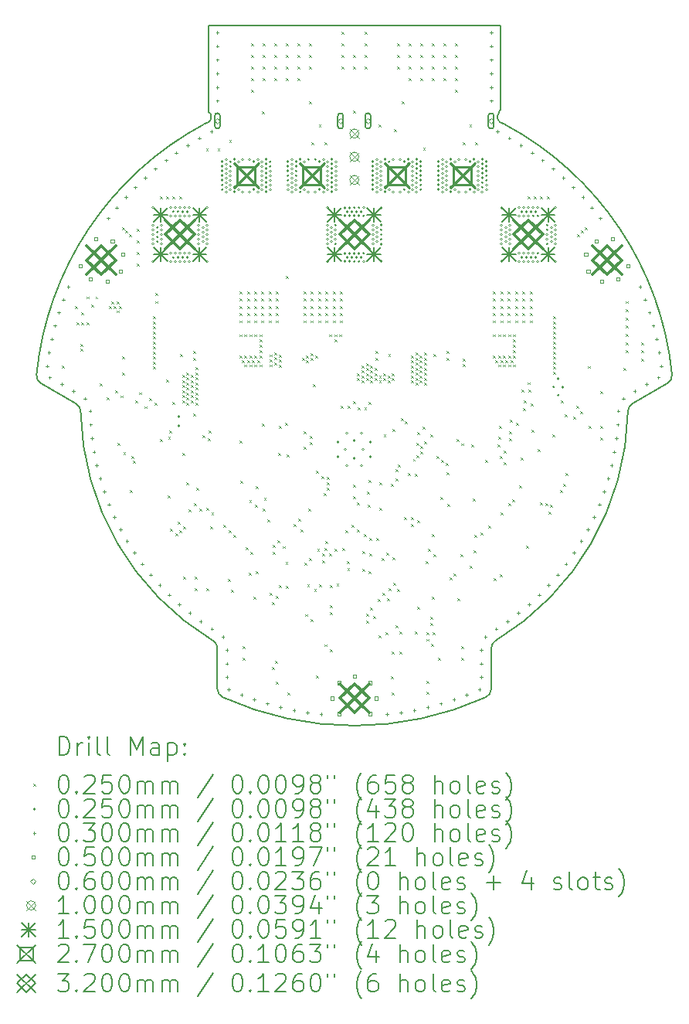
<source format=gbr>
%TF.GenerationSoftware,KiCad,Pcbnew,7.0.6*%
%TF.CreationDate,2024-01-27T00:31:29+01:00*%
%TF.ProjectId,amulet_controller,616d756c-6574-45f6-936f-6e74726f6c6c,1.0*%
%TF.SameCoordinates,PX6c3df60PY7735940*%
%TF.FileFunction,Drillmap*%
%TF.FilePolarity,Positive*%
%FSLAX45Y45*%
G04 Gerber Fmt 4.5, Leading zero omitted, Abs format (unit mm)*
G04 Created by KiCad (PCBNEW 7.0.6) date 2024-01-27 00:31:29*
%MOMM*%
%LPD*%
G01*
G04 APERTURE LIST*
%ADD10C,0.200000*%
%ADD11C,0.025000*%
%ADD12C,0.030000*%
%ADD13C,0.050000*%
%ADD14C,0.060000*%
%ADD15C,0.100000*%
%ADD16C,0.150000*%
%ADD17C,0.270000*%
%ADD18C,0.320000*%
G04 APERTURE END LIST*
D10*
X1847262Y6585168D02*
G75*
G03*
X17250Y3846652I1652778J-3085178D01*
G01*
X4941215Y310477D02*
G75*
G03*
X5000040Y401603I-41165J91123D01*
G01*
X1903651Y6615376D02*
G75*
G03*
X1930040Y6659450I-23611J44074D01*
G01*
X2000040Y844806D02*
G75*
G03*
X1951653Y930457I-100010J-6D01*
G01*
X5070041Y6659450D02*
G75*
G03*
X5096429Y6615377I50000J-1D01*
G01*
X2000043Y401603D02*
G75*
G03*
X2058863Y310474I99997J-3D01*
G01*
X5048427Y930457D02*
G75*
G03*
X6499514Y3443813I-1548387J2569532D01*
G01*
X6933321Y3750146D02*
G75*
G03*
X6982830Y3846652I-50001J86604D01*
G01*
X1900040Y6725585D02*
X1903651Y6723650D01*
X6549496Y3528544D02*
G75*
G03*
X6499514Y3443813I50004J-86604D01*
G01*
X1903651Y6615377D02*
X1847262Y6585168D01*
X5100040Y7669990D02*
X1900040Y7669990D01*
X5085040Y6715283D02*
G75*
G03*
X5070040Y6679576I34990J-35703D01*
G01*
X5000040Y401603D02*
X5000040Y844806D01*
X2000040Y844806D02*
X2000040Y401603D01*
X5048428Y930456D02*
G75*
G03*
X5000040Y844806I51602J-85646D01*
G01*
X66758Y3750145D02*
X450583Y3528543D01*
X500566Y3443813D02*
G75*
G03*
X1951653Y930457I2999474J56177D01*
G01*
X2058864Y310474D02*
G75*
G03*
X4941217Y310474I1441176J3189516D01*
G01*
X1930040Y6679576D02*
G75*
G03*
X1903651Y6723650I-50010J-6D01*
G01*
X1930040Y6679576D02*
X1930040Y6659450D01*
X5070040Y6659450D02*
X5070040Y6679576D01*
X5152818Y6585168D02*
X5096429Y6615376D01*
X6549496Y3528543D02*
X6933321Y3750145D01*
X6982830Y3846652D02*
G75*
G03*
X5152818Y6585168I-3482790J-346662D01*
G01*
X5100040Y6750991D02*
X5100040Y7669990D01*
X500565Y3443813D02*
G75*
G03*
X450583Y3528543I-99985J-1873D01*
G01*
X17248Y3846652D02*
G75*
G03*
X66758Y3750145I99512J-9902D01*
G01*
X5085038Y6715285D02*
G75*
G03*
X5100040Y6750991I-34988J35705D01*
G01*
X1900040Y7669990D02*
X1900040Y6725585D01*
D11*
X292540Y3944990D02*
X317540Y3919990D01*
X317540Y3944990D02*
X292540Y3919990D01*
X440040Y4597490D02*
X465040Y4572490D01*
X465040Y4597490D02*
X440040Y4572490D01*
X452540Y4417490D02*
X477540Y4392490D01*
X477540Y4417490D02*
X452540Y4392490D01*
X497540Y4182490D02*
X522540Y4157490D01*
X522540Y4182490D02*
X497540Y4157490D01*
X497540Y4127490D02*
X522540Y4102490D01*
X522540Y4127490D02*
X497540Y4102490D01*
X507500Y4525500D02*
X532500Y4500500D01*
X532500Y4525500D02*
X507500Y4500500D01*
X507540Y4417490D02*
X532540Y4392490D01*
X532540Y4417490D02*
X507540Y4392490D01*
X562540Y4702490D02*
X587540Y4677490D01*
X587540Y4702490D02*
X562540Y4677490D01*
X562540Y4417490D02*
X587540Y4392490D01*
X587540Y4417490D02*
X562540Y4392490D01*
X612540Y4617490D02*
X637540Y4592490D01*
X637540Y4617490D02*
X612540Y4592490D01*
X662540Y4702490D02*
X687540Y4677490D01*
X687540Y4702490D02*
X662540Y4677490D01*
X707540Y3750490D02*
X732540Y3725490D01*
X732540Y3750490D02*
X707540Y3725490D01*
X781540Y3596490D02*
X806540Y3571490D01*
X806540Y3596490D02*
X781540Y3571490D01*
X810040Y4597490D02*
X835040Y4572490D01*
X835040Y4597490D02*
X810040Y4572490D01*
X837540Y4644990D02*
X862540Y4619990D01*
X862540Y4644990D02*
X837540Y4619990D01*
X865040Y4597490D02*
X890040Y4572490D01*
X890040Y4597490D02*
X865040Y4572490D01*
X881540Y3672490D02*
X906540Y3647490D01*
X906540Y3672490D02*
X881540Y3647490D01*
X892540Y4644990D02*
X917540Y4619990D01*
X917540Y4644990D02*
X892540Y4619990D01*
X892540Y4549990D02*
X917540Y4524990D01*
X917540Y4549990D02*
X892540Y4524990D01*
X902540Y3097490D02*
X927540Y3072490D01*
X927540Y3097490D02*
X902540Y3072490D01*
X920040Y4597490D02*
X945040Y4572490D01*
X945040Y4597490D02*
X920040Y4572490D01*
X936540Y3618490D02*
X961540Y3593490D01*
X961540Y3618490D02*
X936540Y3593490D01*
X952500Y5462500D02*
X977500Y5437500D01*
X977500Y5462500D02*
X952500Y5437500D01*
X957540Y4044490D02*
X982540Y4019490D01*
X982540Y4044490D02*
X957540Y4019490D01*
X957540Y3868490D02*
X982540Y3843490D01*
X982540Y3868490D02*
X957540Y3843490D01*
X967540Y2997490D02*
X992540Y2972490D01*
X992540Y2997490D02*
X967540Y2972490D01*
X992500Y5422500D02*
X1017500Y5397500D01*
X1017500Y5422500D02*
X992500Y5397500D01*
X1032500Y5382500D02*
X1057500Y5357500D01*
X1057500Y5382500D02*
X1032500Y5357500D01*
X1037540Y2577490D02*
X1062540Y2552490D01*
X1062540Y2577490D02*
X1037540Y2552490D01*
X1057500Y2957500D02*
X1082500Y2932500D01*
X1082500Y2957500D02*
X1057500Y2932500D01*
X1072540Y2902490D02*
X1097540Y2877490D01*
X1097540Y2902490D02*
X1072540Y2877490D01*
X1097649Y3562663D02*
X1122649Y3537663D01*
X1122649Y3562663D02*
X1097649Y3537663D01*
X1115540Y5442490D02*
X1140540Y5417490D01*
X1140540Y5442490D02*
X1115540Y5417490D01*
X1115540Y5315490D02*
X1140540Y5290490D01*
X1140540Y5315490D02*
X1115540Y5290490D01*
X1115540Y5188490D02*
X1140540Y5163490D01*
X1140540Y5188490D02*
X1115540Y5163490D01*
X1115540Y5061490D02*
X1140540Y5036490D01*
X1140540Y5061490D02*
X1115540Y5036490D01*
X1137540Y3652490D02*
X1162540Y3627490D01*
X1162540Y3652490D02*
X1137540Y3627490D01*
X1197540Y3499990D02*
X1222540Y3474990D01*
X1222540Y3499990D02*
X1197540Y3474990D01*
X1254990Y3589990D02*
X1279990Y3564990D01*
X1279990Y3589990D02*
X1254990Y3564990D01*
X1292540Y4484990D02*
X1317540Y4459990D01*
X1317540Y4484990D02*
X1292540Y4459990D01*
X1292540Y4429990D02*
X1317540Y4404990D01*
X1317540Y4429990D02*
X1292540Y4404990D01*
X1292540Y4374990D02*
X1317540Y4349990D01*
X1317540Y4374990D02*
X1292540Y4349990D01*
X1292540Y4319990D02*
X1317540Y4294990D01*
X1317540Y4319990D02*
X1292540Y4294990D01*
X1292540Y4264990D02*
X1317540Y4239990D01*
X1317540Y4264990D02*
X1292540Y4239990D01*
X1292540Y4209990D02*
X1317540Y4184990D01*
X1317540Y4209990D02*
X1292540Y4184990D01*
X1292540Y4154990D02*
X1317540Y4129990D01*
X1317540Y4154990D02*
X1292540Y4129990D01*
X1292540Y4099990D02*
X1317540Y4074990D01*
X1317540Y4099990D02*
X1292540Y4074990D01*
X1292540Y4044990D02*
X1317540Y4019990D01*
X1317540Y4044990D02*
X1292540Y4019990D01*
X1292540Y3989990D02*
X1317540Y3964990D01*
X1317540Y3989990D02*
X1292540Y3964990D01*
X1292540Y3934990D02*
X1317540Y3909990D01*
X1317540Y3934990D02*
X1292540Y3909990D01*
X1310540Y3536490D02*
X1335540Y3511490D01*
X1335540Y3536490D02*
X1310540Y3511490D01*
X1318500Y4651500D02*
X1343500Y4626500D01*
X1343500Y4651500D02*
X1318500Y4626500D01*
X1321500Y4740500D02*
X1346500Y4715500D01*
X1346500Y4740500D02*
X1321500Y4715500D01*
X1367500Y5802500D02*
X1392500Y5777500D01*
X1392500Y5802500D02*
X1367500Y5777500D01*
X1367540Y3142490D02*
X1392540Y3117490D01*
X1392540Y3142490D02*
X1367540Y3117490D01*
X1437500Y5802500D02*
X1462500Y5777500D01*
X1462500Y5802500D02*
X1437500Y5777500D01*
X1437540Y3792490D02*
X1462540Y3767490D01*
X1462540Y3792490D02*
X1437540Y3767490D01*
X1455040Y2522490D02*
X1480040Y2497490D01*
X1480040Y2522490D02*
X1455040Y2497490D01*
X1458642Y3166543D02*
X1483642Y3141543D01*
X1483642Y3166543D02*
X1458642Y3141543D01*
X1470540Y3234490D02*
X1495540Y3209490D01*
X1495540Y3234490D02*
X1470540Y3209490D01*
X1482540Y2157490D02*
X1507540Y2132490D01*
X1507540Y2157490D02*
X1482540Y2132490D01*
X1505540Y3549490D02*
X1530540Y3524490D01*
X1530540Y3549490D02*
X1505540Y3524490D01*
X1507500Y5802500D02*
X1532500Y5777500D01*
X1532500Y5802500D02*
X1507500Y5777500D01*
X1540540Y2103490D02*
X1565540Y2078490D01*
X1565540Y2103490D02*
X1540540Y2078490D01*
X1562540Y2237490D02*
X1587540Y2212490D01*
X1587540Y2237490D02*
X1562540Y2212490D01*
X1577500Y5802500D02*
X1602500Y5777500D01*
X1602500Y5802500D02*
X1577500Y5777500D01*
X1580308Y2143585D02*
X1605308Y2118585D01*
X1605308Y2143585D02*
X1580308Y2118585D01*
X1591000Y4069000D02*
X1616000Y4044000D01*
X1616000Y4069000D02*
X1591000Y4044000D01*
X1612540Y3842490D02*
X1637540Y3817490D01*
X1637540Y3842490D02*
X1612540Y3817490D01*
X1612540Y3787490D02*
X1637540Y3762490D01*
X1637540Y3787490D02*
X1612540Y3762490D01*
X1612540Y3732490D02*
X1637540Y3707490D01*
X1637540Y3732490D02*
X1612540Y3707490D01*
X1612540Y3677490D02*
X1637540Y3652490D01*
X1637540Y3677490D02*
X1612540Y3652490D01*
X1612540Y3622490D02*
X1637540Y3597490D01*
X1637540Y3622490D02*
X1612540Y3597490D01*
X1612540Y3567490D02*
X1637540Y3542490D01*
X1637540Y3567490D02*
X1612540Y3542490D01*
X1616844Y2986448D02*
X1641844Y2961448D01*
X1641844Y2986448D02*
X1616844Y2961448D01*
X1620540Y2183490D02*
X1645540Y2158490D01*
X1645540Y2183490D02*
X1620540Y2158490D01*
X1623540Y1632490D02*
X1648540Y1607490D01*
X1648540Y1632490D02*
X1623540Y1607490D01*
X1658637Y2669952D02*
X1683637Y2644952D01*
X1683637Y2669952D02*
X1658637Y2644952D01*
X1660040Y3869990D02*
X1685040Y3844990D01*
X1685040Y3869990D02*
X1660040Y3844990D01*
X1660040Y3814990D02*
X1685040Y3789990D01*
X1685040Y3814990D02*
X1660040Y3789990D01*
X1660040Y3759990D02*
X1685040Y3734990D01*
X1685040Y3759990D02*
X1660040Y3734990D01*
X1660040Y3704990D02*
X1685040Y3679990D01*
X1685040Y3704990D02*
X1660040Y3679990D01*
X1660040Y3649990D02*
X1685040Y3624990D01*
X1685040Y3649990D02*
X1660040Y3624990D01*
X1660040Y3594990D02*
X1685040Y3569990D01*
X1685040Y3594990D02*
X1660040Y3569990D01*
X1660040Y3539990D02*
X1685040Y3514990D01*
X1685040Y3539990D02*
X1660040Y3514990D01*
X1686540Y2368490D02*
X1711540Y2343490D01*
X1711540Y2368490D02*
X1686540Y2343490D01*
X1707540Y3677490D02*
X1732540Y3652490D01*
X1732540Y3677490D02*
X1707540Y3652490D01*
X1707540Y3842490D02*
X1732540Y3817490D01*
X1732540Y3842490D02*
X1707540Y3817490D01*
X1707540Y3787490D02*
X1732540Y3762490D01*
X1732540Y3787490D02*
X1707540Y3762490D01*
X1707540Y3732490D02*
X1732540Y3707490D01*
X1732540Y3732490D02*
X1707540Y3707490D01*
X1707540Y3622490D02*
X1732540Y3597490D01*
X1732540Y3622490D02*
X1707540Y3597490D01*
X1707540Y3567490D02*
X1732540Y3542490D01*
X1732540Y3567490D02*
X1707540Y3542490D01*
X1731000Y4106000D02*
X1756000Y4081000D01*
X1756000Y4106000D02*
X1731000Y4081000D01*
X1731000Y4031000D02*
X1756000Y4006000D01*
X1756000Y4031000D02*
X1731000Y4006000D01*
X1735540Y3418490D02*
X1760540Y3393490D01*
X1760540Y3418490D02*
X1735540Y3393490D01*
X1739540Y2440490D02*
X1764540Y2415490D01*
X1764540Y2440490D02*
X1739540Y2415490D01*
X1750540Y1632490D02*
X1775540Y1607490D01*
X1775540Y1632490D02*
X1750540Y1607490D01*
X1750540Y1505490D02*
X1775540Y1480490D01*
X1775540Y1505490D02*
X1750540Y1480490D01*
X1755040Y3869990D02*
X1780040Y3844990D01*
X1780040Y3869990D02*
X1755040Y3844990D01*
X1755040Y3814990D02*
X1780040Y3789990D01*
X1780040Y3814990D02*
X1755040Y3789990D01*
X1755040Y3759990D02*
X1780040Y3734990D01*
X1780040Y3759990D02*
X1755040Y3734990D01*
X1755040Y3704990D02*
X1780040Y3679990D01*
X1780040Y3704990D02*
X1755040Y3679990D01*
X1755040Y3649990D02*
X1780040Y3624990D01*
X1780040Y3649990D02*
X1755040Y3624990D01*
X1755040Y3594990D02*
X1780040Y3569990D01*
X1780040Y3594990D02*
X1755040Y3569990D01*
X1755040Y3539990D02*
X1780040Y3514990D01*
X1780040Y3539990D02*
X1755040Y3514990D01*
X1755500Y3925500D02*
X1780500Y3900500D01*
X1780500Y3925500D02*
X1755500Y3900500D01*
X1767540Y2610490D02*
X1792540Y2585490D01*
X1792540Y2610490D02*
X1767540Y2585490D01*
X1800540Y2379490D02*
X1825540Y2354490D01*
X1825540Y2379490D02*
X1800540Y2354490D01*
X1837540Y3182490D02*
X1862540Y3157490D01*
X1862540Y3182490D02*
X1837540Y3157490D01*
X1873500Y6325500D02*
X1898500Y6300500D01*
X1898500Y6325500D02*
X1873500Y6300500D01*
X1877540Y2384990D02*
X1902540Y2359990D01*
X1902540Y2384990D02*
X1877540Y2359990D01*
X1877540Y1505490D02*
X1902540Y1480490D01*
X1902540Y1505490D02*
X1877540Y1480490D01*
X1892540Y3152490D02*
X1917540Y3127490D01*
X1917540Y3152490D02*
X1892540Y3127490D01*
X1902540Y3232490D02*
X1927540Y3207490D01*
X1927540Y3232490D02*
X1902540Y3207490D01*
X1918540Y2185490D02*
X1943540Y2160490D01*
X1943540Y2185490D02*
X1918540Y2160490D01*
X1932495Y2332445D02*
X1957495Y2307445D01*
X1957495Y2332445D02*
X1932495Y2307445D01*
X2000500Y6325500D02*
X2025500Y6300500D01*
X2025500Y6325500D02*
X2000500Y6300500D01*
X2062495Y2202445D02*
X2087495Y2177445D01*
X2087495Y2202445D02*
X2062495Y2177445D01*
X2117540Y1605490D02*
X2142540Y1580490D01*
X2142540Y1605490D02*
X2117540Y1580490D01*
X2120040Y2142490D02*
X2145040Y2117490D01*
X2145040Y2142490D02*
X2120040Y2117490D01*
X2127500Y6417500D02*
X2152500Y6392500D01*
X2152500Y6417500D02*
X2127500Y6392500D01*
X2144540Y1488490D02*
X2169540Y1463490D01*
X2169540Y1488490D02*
X2144540Y1463490D01*
X2177540Y2087490D02*
X2202540Y2062490D01*
X2202540Y2087490D02*
X2177540Y2062490D01*
X2240040Y4287490D02*
X2265040Y4262490D01*
X2265040Y4287490D02*
X2240040Y4262490D01*
X2240040Y4057490D02*
X2265040Y4032490D01*
X2265040Y4057490D02*
X2240040Y4032490D01*
X2242540Y4759990D02*
X2267540Y4734990D01*
X2267540Y4759990D02*
X2242540Y4734990D01*
X2242540Y4679990D02*
X2267540Y4654990D01*
X2267540Y4679990D02*
X2242540Y4654990D01*
X2242540Y4599990D02*
X2267540Y4574990D01*
X2267540Y4599990D02*
X2242540Y4574990D01*
X2242540Y4519990D02*
X2267540Y4494990D01*
X2267540Y4519990D02*
X2242540Y4494990D01*
X2242540Y4439990D02*
X2267540Y4414990D01*
X2267540Y4439990D02*
X2242540Y4414990D01*
X2242540Y3122490D02*
X2267540Y3097490D01*
X2267540Y3122490D02*
X2242540Y3097490D01*
X2247540Y2682490D02*
X2272540Y2657490D01*
X2272540Y2682490D02*
X2247540Y2657490D01*
X2267540Y4007490D02*
X2292540Y3982490D01*
X2292540Y4007490D02*
X2267540Y3982490D01*
X2278540Y870490D02*
X2303540Y845490D01*
X2303540Y870490D02*
X2278540Y845490D01*
X2278540Y743490D02*
X2303540Y718490D01*
X2303540Y743490D02*
X2278540Y718490D01*
X2295040Y4287490D02*
X2320040Y4262490D01*
X2320040Y4287490D02*
X2295040Y4262490D01*
X2295040Y4057490D02*
X2320040Y4032490D01*
X2320040Y4057490D02*
X2295040Y4032490D01*
X2295040Y3957490D02*
X2320040Y3932490D01*
X2320040Y3957490D02*
X2295040Y3932490D01*
X2307540Y1957490D02*
X2332540Y1932490D01*
X2332540Y1957490D02*
X2307540Y1932490D01*
X2322540Y4759990D02*
X2347540Y4734990D01*
X2347540Y4759990D02*
X2322540Y4734990D01*
X2322540Y4679990D02*
X2347540Y4654990D01*
X2347540Y4679990D02*
X2322540Y4654990D01*
X2322540Y4599990D02*
X2347540Y4574990D01*
X2347540Y4599990D02*
X2322540Y4574990D01*
X2322540Y4519990D02*
X2347540Y4494990D01*
X2347540Y4519990D02*
X2322540Y4494990D01*
X2322540Y4439990D02*
X2347540Y4414990D01*
X2347540Y4439990D02*
X2322540Y4414990D01*
X2322540Y4007490D02*
X2347540Y3982490D01*
X2347540Y4007490D02*
X2322540Y3982490D01*
X2344540Y1676490D02*
X2369540Y1651490D01*
X2369540Y1676490D02*
X2344540Y1651490D01*
X2347540Y2467490D02*
X2372540Y2442490D01*
X2372540Y2467490D02*
X2347540Y2442490D01*
X2350040Y4287490D02*
X2375040Y4262490D01*
X2375040Y4287490D02*
X2350040Y4262490D01*
X2350040Y4057490D02*
X2375040Y4032490D01*
X2375040Y4057490D02*
X2350040Y4032490D01*
X2350040Y3957490D02*
X2375040Y3932490D01*
X2375040Y3957490D02*
X2350040Y3932490D01*
X2360040Y1902490D02*
X2385040Y1877490D01*
X2385040Y1902490D02*
X2360040Y1877490D01*
X2367540Y7474490D02*
X2392540Y7449490D01*
X2392540Y7474490D02*
X2367540Y7449490D01*
X2367540Y7347490D02*
X2392540Y7322490D01*
X2392540Y7347490D02*
X2367540Y7322490D01*
X2367540Y7220490D02*
X2392540Y7195490D01*
X2392540Y7220490D02*
X2367540Y7195490D01*
X2367540Y7093490D02*
X2392540Y7068490D01*
X2392540Y7093490D02*
X2367540Y7068490D01*
X2367540Y6966490D02*
X2392540Y6941490D01*
X2392540Y6966490D02*
X2367540Y6941490D01*
X2377540Y4007490D02*
X2402540Y3982490D01*
X2402540Y4007490D02*
X2377540Y3982490D01*
X2397540Y1412490D02*
X2422540Y1387490D01*
X2422540Y1412490D02*
X2397540Y1387490D01*
X2402540Y4759990D02*
X2427540Y4734990D01*
X2427540Y4759990D02*
X2402540Y4734990D01*
X2402540Y4679990D02*
X2427540Y4654990D01*
X2427540Y4679990D02*
X2402540Y4654990D01*
X2402540Y4599990D02*
X2427540Y4574990D01*
X2427540Y4599990D02*
X2402540Y4574990D01*
X2402540Y4519990D02*
X2427540Y4494990D01*
X2427540Y4519990D02*
X2402540Y4494990D01*
X2402540Y4439990D02*
X2427540Y4414990D01*
X2427540Y4439990D02*
X2402540Y4414990D01*
X2405040Y4287490D02*
X2430040Y4262490D01*
X2430040Y4287490D02*
X2405040Y4262490D01*
X2405040Y4057490D02*
X2430040Y4032490D01*
X2430040Y4057490D02*
X2405040Y4032490D01*
X2405040Y3957490D02*
X2430040Y3932490D01*
X2430040Y3957490D02*
X2405040Y3932490D01*
X2412540Y2422490D02*
X2437540Y2397490D01*
X2437540Y2422490D02*
X2412540Y2397490D01*
X2417540Y2622490D02*
X2442540Y2597490D01*
X2442540Y2622490D02*
X2417540Y2597490D01*
X2419167Y1692117D02*
X2444167Y1667117D01*
X2444167Y1692117D02*
X2419167Y1667117D01*
X2432540Y4007490D02*
X2457540Y3982490D01*
X2457540Y4007490D02*
X2432540Y3982490D01*
X2460040Y4287490D02*
X2485040Y4262490D01*
X2485040Y4287490D02*
X2460040Y4262490D01*
X2460040Y4229990D02*
X2485040Y4204990D01*
X2485040Y4229990D02*
X2460040Y4204990D01*
X2460040Y4172490D02*
X2485040Y4147490D01*
X2485040Y4172490D02*
X2460040Y4147490D01*
X2460040Y4114990D02*
X2485040Y4089990D01*
X2485040Y4114990D02*
X2460040Y4089990D01*
X2460040Y4057490D02*
X2485040Y4032490D01*
X2485040Y4057490D02*
X2460040Y4032490D01*
X2460040Y3957490D02*
X2485040Y3932490D01*
X2485040Y3957490D02*
X2460040Y3932490D01*
X2482540Y4759990D02*
X2507540Y4734990D01*
X2507540Y4759990D02*
X2482540Y4734990D01*
X2482540Y4679990D02*
X2507540Y4654990D01*
X2507540Y4679990D02*
X2482540Y4654990D01*
X2482540Y4599990D02*
X2507540Y4574990D01*
X2507540Y4599990D02*
X2482540Y4574990D01*
X2482540Y4519990D02*
X2507540Y4494990D01*
X2507540Y4519990D02*
X2482540Y4494990D01*
X2482540Y4439990D02*
X2507540Y4414990D01*
X2507540Y4439990D02*
X2482540Y4414990D01*
X2484040Y3313490D02*
X2509040Y3288490D01*
X2509040Y3313490D02*
X2484040Y3288490D01*
X2485000Y6730000D02*
X2510000Y6705000D01*
X2510000Y6730000D02*
X2485000Y6705000D01*
X2492540Y2381781D02*
X2517540Y2356781D01*
X2517540Y2381781D02*
X2492540Y2356781D01*
X2494540Y7474490D02*
X2519540Y7449490D01*
X2519540Y7474490D02*
X2494540Y7449490D01*
X2494540Y7347490D02*
X2519540Y7322490D01*
X2519540Y7347490D02*
X2494540Y7322490D01*
X2494540Y7220490D02*
X2519540Y7195490D01*
X2519540Y7220490D02*
X2494540Y7195490D01*
X2494540Y7093490D02*
X2519540Y7068490D01*
X2519540Y7093490D02*
X2494540Y7068490D01*
X2508163Y2498113D02*
X2533163Y2473113D01*
X2533163Y2498113D02*
X2508163Y2473113D01*
X2547540Y2262490D02*
X2572540Y2237490D01*
X2572540Y2262490D02*
X2547540Y2237490D01*
X2562540Y4759990D02*
X2587540Y4734990D01*
X2587540Y4759990D02*
X2562540Y4734990D01*
X2562540Y4679990D02*
X2587540Y4654990D01*
X2587540Y4679990D02*
X2562540Y4654990D01*
X2562540Y4599990D02*
X2587540Y4574990D01*
X2587540Y4599990D02*
X2562540Y4574990D01*
X2562540Y4519990D02*
X2587540Y4494990D01*
X2587540Y4519990D02*
X2562540Y4494990D01*
X2562540Y4439990D02*
X2587540Y4414990D01*
X2587540Y4439990D02*
X2562540Y4414990D01*
X2569354Y1451490D02*
X2594354Y1426490D01*
X2594354Y1451490D02*
X2569354Y1426490D01*
X2575040Y4067490D02*
X2600040Y4042490D01*
X2600040Y4067490D02*
X2575040Y4042490D01*
X2575040Y4012490D02*
X2600040Y3987490D01*
X2600040Y4012490D02*
X2575040Y3987490D01*
X2575040Y3957490D02*
X2600040Y3932490D01*
X2600040Y3957490D02*
X2575040Y3932490D01*
X2593540Y643490D02*
X2618540Y618490D01*
X2618540Y643490D02*
X2593540Y618490D01*
X2595540Y1350940D02*
X2620540Y1325940D01*
X2620540Y1350940D02*
X2595540Y1325940D01*
X2602540Y1977490D02*
X2627540Y1952490D01*
X2627540Y1977490D02*
X2602540Y1952490D01*
X2602540Y1902490D02*
X2627540Y1877490D01*
X2627540Y1902490D02*
X2602540Y1877490D01*
X2621540Y7474490D02*
X2646540Y7449490D01*
X2646540Y7474490D02*
X2621540Y7449490D01*
X2621540Y7347490D02*
X2646540Y7322490D01*
X2646540Y7347490D02*
X2621540Y7322490D01*
X2621540Y7220490D02*
X2646540Y7195490D01*
X2646540Y7220490D02*
X2621540Y7195490D01*
X2621540Y7093490D02*
X2646540Y7068490D01*
X2646540Y7093490D02*
X2621540Y7068490D01*
X2625040Y4092490D02*
X2650040Y4067490D01*
X2650040Y4092490D02*
X2625040Y4067490D01*
X2625040Y4037490D02*
X2650040Y4012490D01*
X2650040Y4037490D02*
X2625040Y4012490D01*
X2625040Y3982490D02*
X2650040Y3957490D01*
X2650040Y3982490D02*
X2625040Y3957490D01*
X2630040Y712490D02*
X2655040Y687490D01*
X2655040Y712490D02*
X2630040Y687490D01*
X2638540Y1420490D02*
X2663540Y1395490D01*
X2663540Y1420490D02*
X2638540Y1395490D01*
X2639540Y482490D02*
X2664540Y457490D01*
X2664540Y482490D02*
X2639540Y457490D01*
X2642540Y4759990D02*
X2667540Y4734990D01*
X2667540Y4759990D02*
X2642540Y4734990D01*
X2642540Y4679990D02*
X2667540Y4654990D01*
X2667540Y4679990D02*
X2642540Y4654990D01*
X2642540Y4599990D02*
X2667540Y4574990D01*
X2667540Y4599990D02*
X2642540Y4574990D01*
X2642540Y4519990D02*
X2667540Y4494990D01*
X2667540Y4519990D02*
X2642540Y4494990D01*
X2642540Y4439990D02*
X2667540Y4414990D01*
X2667540Y4439990D02*
X2642540Y4414990D01*
X2660040Y2034990D02*
X2685040Y2009990D01*
X2685040Y2034990D02*
X2660040Y2009990D01*
X2667540Y2984990D02*
X2692540Y2959990D01*
X2692540Y2984990D02*
X2667540Y2959990D01*
X2672540Y4064990D02*
X2697540Y4039990D01*
X2697540Y4064990D02*
X2672540Y4039990D01*
X2672540Y4009990D02*
X2697540Y3984990D01*
X2697540Y4009990D02*
X2672540Y3984990D01*
X2672540Y3954990D02*
X2697540Y3929990D01*
X2697540Y3954990D02*
X2672540Y3929990D01*
X2672540Y3282490D02*
X2697540Y3257490D01*
X2697540Y3282490D02*
X2672540Y3257490D01*
X2676540Y1542490D02*
X2701540Y1517490D01*
X2701540Y1542490D02*
X2676540Y1517490D01*
X2714540Y1967490D02*
X2739540Y1942490D01*
X2739540Y1967490D02*
X2714540Y1942490D01*
X2742540Y3317490D02*
X2767540Y3292490D01*
X2767540Y3317490D02*
X2742540Y3292490D01*
X2745540Y1796490D02*
X2770540Y1771490D01*
X2770540Y1796490D02*
X2745540Y1771490D01*
X2748540Y7474490D02*
X2773540Y7449490D01*
X2773540Y7474490D02*
X2748540Y7449490D01*
X2748540Y7347490D02*
X2773540Y7322490D01*
X2773540Y7347490D02*
X2748540Y7322490D01*
X2748540Y7220490D02*
X2773540Y7195490D01*
X2773540Y7220490D02*
X2748540Y7195490D01*
X2748540Y7093490D02*
X2773540Y7068490D01*
X2773540Y7093490D02*
X2748540Y7068490D01*
X2751500Y4924500D02*
X2776500Y4899500D01*
X2776500Y4924500D02*
X2751500Y4899500D01*
X2752540Y1532490D02*
X2777540Y1507490D01*
X2777540Y1532490D02*
X2752540Y1507490D01*
X2754540Y2970490D02*
X2779540Y2945490D01*
X2779540Y2970490D02*
X2754540Y2945490D01*
X2766540Y362490D02*
X2791540Y337490D01*
X2791540Y362490D02*
X2766540Y337490D01*
X2830540Y2209490D02*
X2855540Y2184490D01*
X2855540Y2209490D02*
X2830540Y2184490D01*
X2875540Y7474490D02*
X2900540Y7449490D01*
X2900540Y7474490D02*
X2875540Y7449490D01*
X2875540Y7347490D02*
X2900540Y7322490D01*
X2900540Y7347490D02*
X2875540Y7322490D01*
X2875540Y7220490D02*
X2900540Y7195490D01*
X2900540Y7220490D02*
X2875540Y7195490D01*
X2875540Y7093490D02*
X2900540Y7068490D01*
X2900540Y7093490D02*
X2875540Y7068490D01*
X2886540Y2264490D02*
X2911540Y2239490D01*
X2911540Y2264490D02*
X2886540Y2239490D01*
X2906540Y2152490D02*
X2931540Y2127490D01*
X2931540Y2152490D02*
X2906540Y2127490D01*
X2925500Y4027490D02*
X2950500Y4002490D01*
X2950500Y4027490D02*
X2925500Y4002490D01*
X2942540Y4759990D02*
X2967540Y4734990D01*
X2967540Y4759990D02*
X2942540Y4734990D01*
X2942540Y4679990D02*
X2967540Y4654990D01*
X2967540Y4679990D02*
X2942540Y4654990D01*
X2942540Y4599990D02*
X2967540Y4574990D01*
X2967540Y4599990D02*
X2942540Y4574990D01*
X2942540Y4519990D02*
X2967540Y4494990D01*
X2967540Y4519990D02*
X2942540Y4494990D01*
X2942540Y4439990D02*
X2967540Y4414990D01*
X2967540Y4439990D02*
X2942540Y4414990D01*
X2942540Y3224990D02*
X2967540Y3199990D01*
X2967540Y3224990D02*
X2942540Y3199990D01*
X2947540Y3054990D02*
X2972540Y3029990D01*
X2972540Y3054990D02*
X2947540Y3029990D01*
X2950342Y1783330D02*
X2975342Y1758330D01*
X2975342Y1783330D02*
X2950342Y1758330D01*
X2962540Y1222490D02*
X2987540Y1197490D01*
X2987540Y1222490D02*
X2962540Y1197490D01*
X2973000Y4054990D02*
X2998000Y4029990D01*
X2998000Y4054990D02*
X2973000Y4029990D01*
X2973000Y3999990D02*
X2998000Y3974990D01*
X2998000Y3999990D02*
X2973000Y3974990D01*
X2982540Y1546490D02*
X3007540Y1521490D01*
X3007540Y1546490D02*
X2982540Y1521490D01*
X2992540Y2377490D02*
X3017540Y2352490D01*
X3017540Y2377490D02*
X2992540Y2352490D01*
X3002540Y7474490D02*
X3027540Y7449490D01*
X3027540Y7474490D02*
X3002540Y7449490D01*
X3002540Y7347490D02*
X3027540Y7322490D01*
X3027540Y7347490D02*
X3002540Y7322490D01*
X3002540Y7220490D02*
X3027540Y7195490D01*
X3027540Y7220490D02*
X3002540Y7195490D01*
X3002540Y6839490D02*
X3027540Y6814490D01*
X3027540Y6839490D02*
X3002540Y6814490D01*
X3007540Y1837490D02*
X3032540Y1812490D01*
X3032540Y1837490D02*
X3007540Y1812490D01*
X3008888Y3177793D02*
X3033888Y3152793D01*
X3033888Y3177793D02*
X3008888Y3152793D01*
X3008888Y3102793D02*
X3033888Y3077793D01*
X3033888Y3102793D02*
X3008888Y3077793D01*
X3018822Y1164940D02*
X3043822Y1139940D01*
X3043822Y1164940D02*
X3018822Y1139940D01*
X3020500Y4082490D02*
X3045500Y4057490D01*
X3045500Y4082490D02*
X3020500Y4057490D01*
X3020500Y4027490D02*
X3045500Y4002490D01*
X3045500Y4027490D02*
X3020500Y4002490D01*
X3022540Y4759990D02*
X3047540Y4734990D01*
X3047540Y4759990D02*
X3022540Y4734990D01*
X3022540Y4679990D02*
X3047540Y4654990D01*
X3047540Y4679990D02*
X3022540Y4654990D01*
X3022540Y4599990D02*
X3047540Y4574990D01*
X3047540Y4599990D02*
X3022540Y4574990D01*
X3022540Y4519990D02*
X3047540Y4494990D01*
X3047540Y4519990D02*
X3022540Y4494990D01*
X3022540Y4439990D02*
X3047540Y4414990D01*
X3047540Y4439990D02*
X3022540Y4414990D01*
X3032540Y6387490D02*
X3057540Y6362490D01*
X3057540Y6387490D02*
X3032540Y6362490D01*
X3047540Y3742490D02*
X3072540Y3717490D01*
X3072540Y3742490D02*
X3047540Y3717490D01*
X3058540Y1496940D02*
X3083540Y1471940D01*
X3083540Y1496940D02*
X3058540Y1471940D01*
X3068000Y4054990D02*
X3093000Y4029990D01*
X3093000Y4054990D02*
X3068000Y4029990D01*
X3076506Y2790524D02*
X3101506Y2765524D01*
X3101506Y2790524D02*
X3076506Y2765524D01*
X3077540Y547490D02*
X3102540Y522490D01*
X3102540Y547490D02*
X3077540Y522490D01*
X3092540Y1937490D02*
X3117540Y1912490D01*
X3117540Y1937490D02*
X3092540Y1912490D01*
X3102540Y4759990D02*
X3127540Y4734990D01*
X3127540Y4759990D02*
X3102540Y4734990D01*
X3102540Y4679990D02*
X3127540Y4654990D01*
X3127540Y4679990D02*
X3102540Y4654990D01*
X3102540Y4599990D02*
X3127540Y4574990D01*
X3127540Y4599990D02*
X3102540Y4574990D01*
X3102540Y4519990D02*
X3127540Y4494990D01*
X3127540Y4519990D02*
X3102540Y4494990D01*
X3102540Y4439990D02*
X3127540Y4414990D01*
X3127540Y4439990D02*
X3102540Y4414990D01*
X3109540Y6585490D02*
X3134540Y6560490D01*
X3134540Y6585490D02*
X3109540Y6560490D01*
X3117540Y1546535D02*
X3142540Y1521535D01*
X3142540Y1546535D02*
X3117540Y1521535D01*
X3135540Y2734490D02*
X3160540Y2709490D01*
X3160540Y2734490D02*
X3135540Y2709490D01*
X3145399Y1808570D02*
X3170399Y1783570D01*
X3170399Y1808570D02*
X3145399Y1783570D01*
X3147540Y1883490D02*
X3172540Y1858490D01*
X3172540Y1883490D02*
X3147540Y1858490D01*
X3165040Y2547490D02*
X3190040Y2522490D01*
X3190040Y2547490D02*
X3165040Y2522490D01*
X3171540Y1945490D02*
X3196540Y1920490D01*
X3196540Y1945490D02*
X3171540Y1920490D01*
X3172540Y6387490D02*
X3197540Y6362490D01*
X3197540Y6387490D02*
X3172540Y6362490D01*
X3172540Y892490D02*
X3197540Y867490D01*
X3197540Y892490D02*
X3172540Y867490D01*
X3177540Y2022490D02*
X3202540Y1997490D01*
X3202540Y2022490D02*
X3177540Y1997490D01*
X3182540Y4759990D02*
X3207540Y4734990D01*
X3207540Y4759990D02*
X3182540Y4734990D01*
X3182540Y4679990D02*
X3207540Y4654990D01*
X3207540Y4679990D02*
X3182540Y4654990D01*
X3182540Y4599990D02*
X3207540Y4574990D01*
X3207540Y4599990D02*
X3182540Y4574990D01*
X3182540Y4519990D02*
X3207540Y4494990D01*
X3207540Y4519990D02*
X3182540Y4494990D01*
X3182540Y4439990D02*
X3207540Y4414990D01*
X3207540Y4439990D02*
X3182540Y4414990D01*
X3200540Y2723490D02*
X3225540Y2698490D01*
X3225540Y2723490D02*
X3200540Y2698490D01*
X3200540Y2665490D02*
X3225540Y2640490D01*
X3225540Y2665490D02*
X3200540Y2640490D01*
X3200540Y2607490D02*
X3225540Y2582490D01*
X3225540Y2607490D02*
X3200540Y2582490D01*
X3225040Y4287490D02*
X3250040Y4262490D01*
X3250040Y4287490D02*
X3225040Y4262490D01*
X3225040Y1889990D02*
X3250040Y1864990D01*
X3250040Y1889990D02*
X3225040Y1864990D01*
X3230040Y837490D02*
X3255040Y812490D01*
X3255040Y837490D02*
X3230040Y812490D01*
X3232540Y1537490D02*
X3257540Y1512490D01*
X3257540Y1537490D02*
X3232540Y1512490D01*
X3232540Y1321490D02*
X3257540Y1296490D01*
X3257540Y1321490D02*
X3232540Y1296490D01*
X3232732Y1241929D02*
X3257732Y1216929D01*
X3257732Y1241929D02*
X3232732Y1216929D01*
X3262540Y4759990D02*
X3287540Y4734990D01*
X3287540Y4759990D02*
X3262540Y4734990D01*
X3262540Y4679990D02*
X3287540Y4654990D01*
X3287540Y4679990D02*
X3262540Y4654990D01*
X3262540Y4599990D02*
X3287540Y4574990D01*
X3287540Y4599990D02*
X3262540Y4574990D01*
X3262540Y4519990D02*
X3287540Y4494990D01*
X3287540Y4519990D02*
X3262540Y4494990D01*
X3262540Y4439990D02*
X3287540Y4414990D01*
X3287540Y4439990D02*
X3262540Y4414990D01*
X3280040Y4287490D02*
X3305040Y4262490D01*
X3305040Y4287490D02*
X3280040Y4262490D01*
X3280500Y4232500D02*
X3305500Y4207500D01*
X3305500Y4232500D02*
X3280500Y4207500D01*
X3280540Y1940490D02*
X3305540Y1915490D01*
X3305540Y1940490D02*
X3280540Y1915490D01*
X3304373Y1558882D02*
X3329373Y1533882D01*
X3329373Y1558882D02*
X3304373Y1533882D01*
X3335040Y4287490D02*
X3360040Y4262490D01*
X3360040Y4287490D02*
X3335040Y4262490D01*
X3342540Y4759990D02*
X3367540Y4734990D01*
X3367540Y4759990D02*
X3342540Y4734990D01*
X3342540Y4679990D02*
X3367540Y4654990D01*
X3367540Y4679990D02*
X3342540Y4654990D01*
X3342540Y4599990D02*
X3367540Y4574990D01*
X3367540Y4599990D02*
X3342540Y4574990D01*
X3342540Y4519990D02*
X3367540Y4494990D01*
X3367540Y4519990D02*
X3342540Y4494990D01*
X3342540Y4439990D02*
X3367540Y4414990D01*
X3367540Y4439990D02*
X3342540Y4414990D01*
X3352606Y3505133D02*
X3377606Y3480133D01*
X3377606Y3505133D02*
X3352606Y3480133D01*
X3360540Y7601490D02*
X3385540Y7576490D01*
X3385540Y7601490D02*
X3360540Y7576490D01*
X3360540Y7474490D02*
X3385540Y7449490D01*
X3385540Y7474490D02*
X3360540Y7449490D01*
X3360540Y7347490D02*
X3385540Y7322490D01*
X3385540Y7347490D02*
X3360540Y7322490D01*
X3360540Y7220490D02*
X3385540Y7195490D01*
X3385540Y7220490D02*
X3360540Y7195490D01*
X3367540Y1942490D02*
X3392540Y1917490D01*
X3392540Y1942490D02*
X3367540Y1917490D01*
X3402540Y2142490D02*
X3427540Y2117490D01*
X3427540Y2142490D02*
X3402540Y2117490D01*
X3420040Y1802490D02*
X3445040Y1777490D01*
X3445040Y1802490D02*
X3420040Y1777490D01*
X3422590Y1723619D02*
X3447590Y1698619D01*
X3447590Y1723619D02*
X3422590Y1698619D01*
X3427606Y3505133D02*
X3452606Y3480133D01*
X3452606Y3505133D02*
X3427606Y3480133D01*
X3467540Y2202490D02*
X3492540Y2177490D01*
X3492540Y2202490D02*
X3467540Y2177490D01*
X3484610Y2639561D02*
X3509610Y2614561D01*
X3509610Y2639561D02*
X3484610Y2614561D01*
X3487540Y7347490D02*
X3512540Y7322490D01*
X3512540Y7347490D02*
X3487540Y7322490D01*
X3487540Y7220490D02*
X3512540Y7195490D01*
X3512540Y7220490D02*
X3487540Y7195490D01*
X3487540Y6742490D02*
X3512540Y6717490D01*
X3512540Y6742490D02*
X3487540Y6717490D01*
X3489417Y2514367D02*
X3514417Y2489367D01*
X3514417Y2514367D02*
X3489417Y2489367D01*
X3490040Y3554990D02*
X3515040Y3529990D01*
X3515040Y3554990D02*
X3490040Y3529990D01*
X3527540Y2147490D02*
X3552540Y2122490D01*
X3552540Y2147490D02*
X3527540Y2122490D01*
X3530040Y2447490D02*
X3555040Y2422490D01*
X3555040Y2447490D02*
X3530040Y2422490D01*
X3532500Y3862500D02*
X3557500Y3837500D01*
X3557500Y3862500D02*
X3532500Y3837500D01*
X3532500Y3807500D02*
X3557500Y3782500D01*
X3557500Y3807500D02*
X3532500Y3782500D01*
X3534173Y3486458D02*
X3559173Y3461458D01*
X3559173Y3486458D02*
X3534173Y3461458D01*
X3580000Y3945000D02*
X3605000Y3920000D01*
X3605000Y3945000D02*
X3580000Y3920000D01*
X3580000Y3890000D02*
X3605000Y3865000D01*
X3605000Y3890000D02*
X3580000Y3865000D01*
X3580000Y3835000D02*
X3605000Y3810000D01*
X3605000Y3835000D02*
X3580000Y3810000D01*
X3580000Y3780000D02*
X3605000Y3755000D01*
X3605000Y3780000D02*
X3580000Y3755000D01*
X3584942Y1908896D02*
X3609942Y1883896D01*
X3609942Y1908896D02*
X3584942Y1883896D01*
X3585040Y1719990D02*
X3610040Y1694990D01*
X3610040Y1719990D02*
X3585040Y1694990D01*
X3606917Y2101867D02*
X3631917Y2076867D01*
X3631917Y2101867D02*
X3606917Y2076867D01*
X3609173Y3486458D02*
X3634173Y3461458D01*
X3634173Y3486458D02*
X3609173Y3461458D01*
X3614540Y7601490D02*
X3639540Y7576490D01*
X3639540Y7601490D02*
X3614540Y7576490D01*
X3614540Y7474490D02*
X3639540Y7449490D01*
X3639540Y7474490D02*
X3614540Y7449490D01*
X3614540Y7347490D02*
X3639540Y7322490D01*
X3639540Y7347490D02*
X3614540Y7322490D01*
X3614540Y7220490D02*
X3639540Y7195490D01*
X3639540Y7220490D02*
X3614540Y7195490D01*
X3627500Y3972500D02*
X3652500Y3947500D01*
X3652500Y3972500D02*
X3627500Y3947500D01*
X3627500Y3917500D02*
X3652500Y3892500D01*
X3652500Y3917500D02*
X3627500Y3892500D01*
X3627500Y3862500D02*
X3652500Y3837500D01*
X3652500Y3862500D02*
X3627500Y3837500D01*
X3627500Y3807500D02*
X3652500Y3782500D01*
X3652500Y3807500D02*
X3627500Y3782500D01*
X3632540Y1227490D02*
X3657540Y1202490D01*
X3657540Y1227490D02*
X3632540Y1202490D01*
X3633731Y1149384D02*
X3658731Y1124384D01*
X3658731Y1149384D02*
X3633731Y1124384D01*
X3642226Y2564676D02*
X3667226Y2539676D01*
X3667226Y2564676D02*
X3642226Y2539676D01*
X3647540Y2417490D02*
X3672540Y2392490D01*
X3672540Y2417490D02*
X3647540Y2392490D01*
X3652937Y2695387D02*
X3677937Y2670387D01*
X3677937Y2695387D02*
X3652937Y2670387D01*
X3655040Y3547490D02*
X3680040Y3522490D01*
X3680040Y3547490D02*
X3655040Y3522490D01*
X3657540Y1694990D02*
X3682540Y1669990D01*
X3682540Y1694990D02*
X3657540Y1669990D01*
X3660040Y1889990D02*
X3685040Y1864990D01*
X3685040Y1889990D02*
X3660040Y1864990D01*
X3666108Y2053851D02*
X3691108Y2028851D01*
X3691108Y2053851D02*
X3666108Y2028851D01*
X3671437Y1291557D02*
X3696437Y1266557D01*
X3696437Y1291557D02*
X3671437Y1266557D01*
X3675000Y3890000D02*
X3700000Y3865000D01*
X3700000Y3890000D02*
X3675000Y3865000D01*
X3675000Y3945000D02*
X3700000Y3920000D01*
X3700000Y3945000D02*
X3675000Y3920000D01*
X3675000Y3835000D02*
X3700000Y3810000D01*
X3700000Y3835000D02*
X3675000Y3810000D01*
X3675000Y3780000D02*
X3700000Y3755000D01*
X3700000Y3780000D02*
X3675000Y3755000D01*
X3704589Y1202396D02*
X3729589Y1177396D01*
X3729589Y1202396D02*
X3704589Y1177396D01*
X3722500Y3917500D02*
X3747500Y3892500D01*
X3747500Y3917500D02*
X3722500Y3892500D01*
X3722500Y3862500D02*
X3747500Y3837500D01*
X3747500Y3862500D02*
X3722500Y3837500D01*
X3722500Y3807500D02*
X3747500Y3782500D01*
X3747500Y3807500D02*
X3722500Y3782500D01*
X3729500Y4106010D02*
X3754500Y4081010D01*
X3754500Y4106010D02*
X3729500Y4081010D01*
X3729500Y4031010D02*
X3754500Y4006010D01*
X3754500Y4031010D02*
X3729500Y4006010D01*
X3741540Y2058490D02*
X3766540Y2033490D01*
X3766540Y2058490D02*
X3741540Y2033490D01*
X3754540Y1387490D02*
X3779540Y1362490D01*
X3779540Y1387490D02*
X3754540Y1362490D01*
X3764540Y6585490D02*
X3789540Y6560490D01*
X3789540Y6585490D02*
X3764540Y6560490D01*
X3767821Y993307D02*
X3792821Y968307D01*
X3792821Y993307D02*
X3767821Y968307D01*
X3770000Y3835000D02*
X3795000Y3810000D01*
X3795000Y3835000D02*
X3770000Y3810000D01*
X3770000Y3780000D02*
X3795000Y3755000D01*
X3795000Y3780000D02*
X3770000Y3755000D01*
X3775040Y2662490D02*
X3800040Y2637490D01*
X3800040Y2662490D02*
X3775040Y2637490D01*
X3777540Y2387490D02*
X3802540Y2362490D01*
X3802540Y2387490D02*
X3777540Y2362490D01*
X3795540Y1839490D02*
X3820540Y1814490D01*
X3820540Y1839490D02*
X3795540Y1814490D01*
X3807540Y1457490D02*
X3832540Y1432490D01*
X3832540Y1457490D02*
X3807540Y1432490D01*
X3817500Y3862500D02*
X3842500Y3837500D01*
X3842500Y3862500D02*
X3817500Y3837500D01*
X3817500Y3807500D02*
X3842500Y3782500D01*
X3842500Y3807500D02*
X3817500Y3782500D01*
X3820540Y3193490D02*
X3845540Y3168490D01*
X3845540Y3193490D02*
X3820540Y3168490D01*
X3840090Y1027490D02*
X3865090Y1002490D01*
X3865090Y1027490D02*
X3840090Y1002490D01*
X3852540Y1893490D02*
X3877540Y1868490D01*
X3877540Y1893490D02*
X3852540Y1868490D01*
X3858073Y1398023D02*
X3883073Y1373023D01*
X3883073Y1398023D02*
X3858073Y1373023D01*
X3865000Y3835000D02*
X3890000Y3810000D01*
X3890000Y3835000D02*
X3865000Y3810000D01*
X3865000Y3780000D02*
X3890000Y3755000D01*
X3890000Y3780000D02*
X3865000Y3755000D01*
X3871500Y4068500D02*
X3896500Y4043500D01*
X3896500Y4068500D02*
X3871500Y4043500D01*
X3872540Y1502490D02*
X3897540Y1477490D01*
X3897540Y1502490D02*
X3872540Y1477490D01*
X3897540Y542490D02*
X3922540Y517490D01*
X3922540Y542490D02*
X3897540Y517490D01*
X3902540Y2648490D02*
X3927540Y2623490D01*
X3927540Y2648490D02*
X3902540Y2623490D01*
X3909540Y362490D02*
X3934540Y337490D01*
X3934540Y362490D02*
X3909540Y337490D01*
X3910040Y812490D02*
X3935040Y787490D01*
X3935040Y812490D02*
X3910040Y787490D01*
X3912500Y3862500D02*
X3937500Y3837500D01*
X3937500Y3862500D02*
X3912500Y3837500D01*
X3912500Y3807500D02*
X3937500Y3782500D01*
X3937500Y3807500D02*
X3912500Y3782500D01*
X3915090Y1842940D02*
X3940090Y1817940D01*
X3940090Y1842940D02*
X3915090Y1817940D01*
X3919540Y3250490D02*
X3944540Y3225490D01*
X3944540Y3250490D02*
X3919540Y3225490D01*
X3922540Y1562490D02*
X3947540Y1537490D01*
X3947540Y1562490D02*
X3922540Y1537490D01*
X3932540Y6537490D02*
X3957540Y6512490D01*
X3957540Y6537490D02*
X3932540Y6512490D01*
X3948540Y2811490D02*
X3973540Y2786490D01*
X3973540Y2811490D02*
X3948540Y2786490D01*
X3951540Y2707490D02*
X3976540Y2682490D01*
X3976540Y2707490D02*
X3951540Y2682490D01*
X3955540Y1101490D02*
X3980540Y1076490D01*
X3980540Y1101490D02*
X3955540Y1076490D01*
X3967540Y1499814D02*
X3992540Y1474814D01*
X3992540Y1499814D02*
X3967540Y1474814D01*
X3972540Y7474490D02*
X3997540Y7449490D01*
X3997540Y7474490D02*
X3972540Y7449490D01*
X3972540Y7347490D02*
X3997540Y7322490D01*
X3997540Y7347490D02*
X3972540Y7322490D01*
X3972540Y7220490D02*
X3997540Y7195490D01*
X3997540Y7220490D02*
X3972540Y7195490D01*
X3975540Y2859490D02*
X4000540Y2834490D01*
X4000540Y2859490D02*
X3975540Y2834490D01*
X3995040Y812490D02*
X4020040Y787490D01*
X4020040Y812490D02*
X3995040Y787490D01*
X3997540Y1035490D02*
X4022540Y1010490D01*
X4022540Y1035490D02*
X3997540Y1010490D01*
X4015040Y3369990D02*
X4040040Y3344990D01*
X4040040Y3369990D02*
X4015040Y3344990D01*
X4018540Y6839490D02*
X4043540Y6814490D01*
X4043540Y6839490D02*
X4018540Y6814490D01*
X4045163Y2281113D02*
X4070163Y2256113D01*
X4070163Y2281113D02*
X4045163Y2256113D01*
X4057540Y3334990D02*
X4082540Y3309990D01*
X4082540Y3334990D02*
X4057540Y3309990D01*
X4085040Y2769990D02*
X4110040Y2744990D01*
X4110040Y2769990D02*
X4085040Y2744990D01*
X4099540Y7474490D02*
X4124540Y7449490D01*
X4124540Y7474490D02*
X4099540Y7449490D01*
X4099540Y7347490D02*
X4124540Y7322490D01*
X4124540Y7347490D02*
X4099540Y7322490D01*
X4099540Y7220490D02*
X4124540Y7195490D01*
X4124540Y7220490D02*
X4099540Y7195490D01*
X4099540Y7093490D02*
X4124540Y7068490D01*
X4124540Y7093490D02*
X4099540Y7068490D01*
X4122500Y4002500D02*
X4147500Y3977500D01*
X4147500Y4002500D02*
X4122500Y3977500D01*
X4122500Y3947500D02*
X4147500Y3922500D01*
X4147500Y3947500D02*
X4122500Y3922500D01*
X4122500Y3892500D02*
X4147500Y3867500D01*
X4147500Y3892500D02*
X4122500Y3867500D01*
X4122500Y3837500D02*
X4147500Y3812500D01*
X4147500Y3837500D02*
X4122500Y3812500D01*
X4122500Y3782500D02*
X4147500Y3757500D01*
X4147500Y3782500D02*
X4122500Y3757500D01*
X4122540Y2288490D02*
X4147540Y2263490D01*
X4147540Y2288490D02*
X4122540Y2263490D01*
X4123000Y4058000D02*
X4148000Y4033000D01*
X4148000Y4058000D02*
X4123000Y4033000D01*
X4123672Y2210556D02*
X4148672Y2185556D01*
X4148672Y2210556D02*
X4123672Y2185556D01*
X4142540Y2924490D02*
X4167540Y2899490D01*
X4167540Y2924490D02*
X4142540Y2899490D01*
X4160540Y2758490D02*
X4185540Y2733490D01*
X4185540Y2758490D02*
X4160540Y2733490D01*
X4165040Y1034990D02*
X4190040Y1009990D01*
X4190040Y1034990D02*
X4165040Y1009990D01*
X4170000Y3975000D02*
X4195000Y3950000D01*
X4195000Y3975000D02*
X4170000Y3950000D01*
X4170000Y3920000D02*
X4195000Y3895000D01*
X4195000Y3920000D02*
X4170000Y3895000D01*
X4170000Y3865000D02*
X4195000Y3840000D01*
X4195000Y3865000D02*
X4170000Y3840000D01*
X4170000Y3810000D02*
X4195000Y3785000D01*
X4195000Y3810000D02*
X4170000Y3785000D01*
X4170000Y3755000D02*
X4195000Y3730000D01*
X4195000Y3755000D02*
X4170000Y3730000D01*
X4170500Y4086500D02*
X4195500Y4061500D01*
X4195500Y4086500D02*
X4170500Y4061500D01*
X4170500Y4030500D02*
X4195500Y4005500D01*
X4195500Y4030500D02*
X4170500Y4005500D01*
X4182540Y3100490D02*
X4207540Y3075490D01*
X4207540Y3100490D02*
X4182540Y3075490D01*
X4182540Y2964490D02*
X4207540Y2939490D01*
X4207540Y2964490D02*
X4182540Y2939490D01*
X4190040Y1299990D02*
X4215040Y1274990D01*
X4215040Y1299990D02*
X4190040Y1274990D01*
X4192500Y2247500D02*
X4217500Y2222500D01*
X4217500Y2247500D02*
X4192500Y2222500D01*
X4192540Y3217490D02*
X4217540Y3192490D01*
X4217540Y3217490D02*
X4192540Y3192490D01*
X4217500Y4002500D02*
X4242500Y3977500D01*
X4242500Y4002500D02*
X4217500Y3977500D01*
X4217500Y3947500D02*
X4242500Y3922500D01*
X4242500Y3947500D02*
X4217500Y3922500D01*
X4217500Y3892500D02*
X4242500Y3867500D01*
X4242500Y3892500D02*
X4217500Y3867500D01*
X4217500Y3837500D02*
X4242500Y3812500D01*
X4242500Y3837500D02*
X4217500Y3812500D01*
X4217500Y3782500D02*
X4242500Y3757500D01*
X4242500Y3782500D02*
X4217500Y3757500D01*
X4218000Y4058000D02*
X4243000Y4033000D01*
X4243000Y4058000D02*
X4218000Y4033000D01*
X4222540Y3060490D02*
X4247540Y3035490D01*
X4247540Y3060490D02*
X4222540Y3035490D01*
X4222540Y3004490D02*
X4247540Y2979490D01*
X4247540Y3004490D02*
X4222540Y2979490D01*
X4226540Y7474490D02*
X4251540Y7449490D01*
X4251540Y7474490D02*
X4226540Y7449490D01*
X4226540Y7347490D02*
X4251540Y7322490D01*
X4251540Y7347490D02*
X4226540Y7322490D01*
X4226540Y7220490D02*
X4251540Y7195490D01*
X4251540Y7220490D02*
X4226540Y7195490D01*
X4226540Y7093490D02*
X4251540Y7068490D01*
X4251540Y7093490D02*
X4226540Y7068490D01*
X4247540Y3272490D02*
X4272540Y3247490D01*
X4272540Y3272490D02*
X4247540Y3247490D01*
X4252540Y6331490D02*
X4277540Y6306490D01*
X4277540Y6331490D02*
X4252540Y6306490D01*
X4265000Y3975000D02*
X4290000Y3950000D01*
X4290000Y3975000D02*
X4265000Y3950000D01*
X4265000Y3920000D02*
X4290000Y3895000D01*
X4290000Y3920000D02*
X4265000Y3895000D01*
X4265000Y3865000D02*
X4290000Y3840000D01*
X4290000Y3865000D02*
X4265000Y3840000D01*
X4265000Y3810000D02*
X4290000Y3785000D01*
X4290000Y3810000D02*
X4265000Y3785000D01*
X4265000Y3755000D02*
X4290000Y3730000D01*
X4290000Y3755000D02*
X4265000Y3730000D01*
X4265040Y3117490D02*
X4290040Y3092490D01*
X4290040Y3117490D02*
X4265040Y3092490D01*
X4265500Y4086500D02*
X4290500Y4061500D01*
X4290500Y4086500D02*
X4265500Y4061500D01*
X4265500Y4030500D02*
X4290500Y4005500D01*
X4290500Y4030500D02*
X4265500Y4005500D01*
X4284540Y1799490D02*
X4309540Y1774490D01*
X4309540Y1799490D02*
X4284540Y1774490D01*
X4287540Y1021490D02*
X4312540Y996490D01*
X4312540Y1021490D02*
X4287540Y996490D01*
X4287540Y951490D02*
X4312540Y926490D01*
X4312540Y951490D02*
X4287540Y926490D01*
X4290540Y487490D02*
X4315540Y462490D01*
X4315540Y487490D02*
X4290540Y462490D01*
X4290540Y375490D02*
X4315540Y350490D01*
X4315540Y375490D02*
X4290540Y350490D01*
X4307540Y1937490D02*
X4332540Y1912490D01*
X4332540Y1937490D02*
X4307540Y1912490D01*
X4332540Y1192490D02*
X4357540Y1167490D01*
X4357540Y1192490D02*
X4332540Y1167490D01*
X4332540Y1122490D02*
X4357540Y1097490D01*
X4357540Y1122490D02*
X4332540Y1097490D01*
X4335040Y3187490D02*
X4360040Y3162490D01*
X4360040Y3187490D02*
X4335040Y3162490D01*
X4343540Y898490D02*
X4368540Y873490D01*
X4368540Y898490D02*
X4343540Y873490D01*
X4347540Y1412490D02*
X4372540Y1387490D01*
X4372540Y1412490D02*
X4347540Y1387490D01*
X4350000Y2097500D02*
X4375000Y2072500D01*
X4375000Y2097500D02*
X4350000Y2072500D01*
X4353540Y7474490D02*
X4378540Y7449490D01*
X4378540Y7474490D02*
X4353540Y7449490D01*
X4353540Y7347490D02*
X4378540Y7322490D01*
X4378540Y7347490D02*
X4353540Y7322490D01*
X4353540Y7220490D02*
X4378540Y7195490D01*
X4378540Y7220490D02*
X4353540Y7195490D01*
X4353540Y7093490D02*
X4378540Y7068490D01*
X4378540Y7093490D02*
X4353540Y7068490D01*
X4357540Y1021490D02*
X4382540Y996490D01*
X4382540Y1021490D02*
X4357540Y996490D01*
X4367540Y1877490D02*
X4392540Y1852490D01*
X4392540Y1877490D02*
X4367540Y1852490D01*
X4370040Y4068500D02*
X4395040Y4043500D01*
X4395040Y4068500D02*
X4370040Y4043500D01*
X4401040Y2956490D02*
X4426040Y2931490D01*
X4426040Y2956490D02*
X4401040Y2931490D01*
X4417540Y743490D02*
X4442540Y718490D01*
X4442540Y743490D02*
X4417540Y718490D01*
X4443540Y2507490D02*
X4468540Y2482490D01*
X4468540Y2507490D02*
X4443540Y2482490D01*
X4452540Y2908490D02*
X4477540Y2883490D01*
X4477540Y2908490D02*
X4452540Y2883490D01*
X4480540Y7474490D02*
X4505540Y7449490D01*
X4505540Y7474490D02*
X4480540Y7449490D01*
X4480540Y7347490D02*
X4505540Y7322490D01*
X4505540Y7347490D02*
X4480540Y7322490D01*
X4480540Y7220490D02*
X4505540Y7195490D01*
X4505540Y7220490D02*
X4480540Y7195490D01*
X4480540Y7093490D02*
X4505540Y7068490D01*
X4505540Y7093490D02*
X4480540Y7068490D01*
X4505540Y2876490D02*
X4530540Y2851490D01*
X4530540Y2876490D02*
X4505540Y2851490D01*
X4507540Y4106000D02*
X4532540Y4081000D01*
X4532540Y4106000D02*
X4507540Y4081000D01*
X4507540Y4031000D02*
X4532540Y4006000D01*
X4532540Y4031000D02*
X4507540Y4006000D01*
X4510540Y2778490D02*
X4535540Y2753490D01*
X4535540Y2778490D02*
X4510540Y2753490D01*
X4518540Y2432490D02*
X4543540Y2407490D01*
X4543540Y2432490D02*
X4518540Y2407490D01*
X4542540Y1628490D02*
X4567540Y1603490D01*
X4567540Y1628490D02*
X4542540Y1603490D01*
X4588540Y1665490D02*
X4613540Y1640490D01*
X4613540Y1665490D02*
X4588540Y1640490D01*
X4607540Y7474490D02*
X4632540Y7449490D01*
X4632540Y7474490D02*
X4607540Y7449490D01*
X4607540Y7347490D02*
X4632540Y7322490D01*
X4632540Y7347490D02*
X4607540Y7322490D01*
X4607540Y7220490D02*
X4632540Y7195490D01*
X4632540Y7220490D02*
X4607540Y7195490D01*
X4607540Y7093490D02*
X4632540Y7068490D01*
X4632540Y7093490D02*
X4607540Y7068490D01*
X4607540Y6966490D02*
X4632540Y6941490D01*
X4632540Y6966490D02*
X4607540Y6941490D01*
X4621067Y3141293D02*
X4646067Y3116293D01*
X4646067Y3141293D02*
X4621067Y3116293D01*
X4627540Y1392490D02*
X4652540Y1367490D01*
X4652540Y1392490D02*
X4627540Y1367490D01*
X4664417Y1875613D02*
X4689417Y1850613D01*
X4689417Y1875613D02*
X4664417Y1850613D01*
X4668567Y3093793D02*
X4693567Y3068793D01*
X4693567Y3093793D02*
X4668567Y3068793D01*
X4671540Y870490D02*
X4696540Y845490D01*
X4696540Y870490D02*
X4671540Y845490D01*
X4671540Y743490D02*
X4696540Y718490D01*
X4696540Y743490D02*
X4671540Y718490D01*
X4687540Y6387490D02*
X4712540Y6362490D01*
X4712540Y6387490D02*
X4687540Y6362490D01*
X4689000Y4020000D02*
X4714000Y3995000D01*
X4714000Y4020000D02*
X4689000Y3995000D01*
X4689000Y3962500D02*
X4714000Y3937500D01*
X4714000Y3962500D02*
X4689000Y3937500D01*
X4760540Y6585490D02*
X4785540Y6560490D01*
X4785540Y6585490D02*
X4760540Y6560490D01*
X4763163Y1754940D02*
X4788163Y1729940D01*
X4788163Y1754940D02*
X4763163Y1729940D01*
X4783247Y3083793D02*
X4808247Y3058793D01*
X4808247Y3083793D02*
X4783247Y3058793D01*
X4799500Y2488500D02*
X4824500Y2463500D01*
X4824500Y2488500D02*
X4799500Y2463500D01*
X4807540Y1922490D02*
X4832540Y1897490D01*
X4832540Y1922490D02*
X4807540Y1897490D01*
X4811540Y2086490D02*
X4836540Y2061490D01*
X4836540Y2086490D02*
X4811540Y2061490D01*
X4827540Y6387490D02*
X4852540Y6362490D01*
X4852540Y6387490D02*
X4827540Y6362490D01*
X4883540Y2116490D02*
X4908540Y2091490D01*
X4908540Y2116490D02*
X4883540Y2091490D01*
X4937043Y2914770D02*
X4962043Y2889770D01*
X4962043Y2914770D02*
X4937043Y2889770D01*
X4970540Y2189490D02*
X4995540Y2164490D01*
X4995540Y2189490D02*
X4970540Y2164490D01*
X5020040Y4287490D02*
X5045040Y4262490D01*
X5045040Y4287490D02*
X5020040Y4262490D01*
X5020040Y4057490D02*
X5045040Y4032490D01*
X5045040Y4057490D02*
X5020040Y4032490D01*
X5022540Y4759990D02*
X5047540Y4734990D01*
X5047540Y4759990D02*
X5022540Y4734990D01*
X5022540Y4679990D02*
X5047540Y4654990D01*
X5047540Y4679990D02*
X5022540Y4654990D01*
X5022540Y4599990D02*
X5047540Y4574990D01*
X5047540Y4599990D02*
X5022540Y4574990D01*
X5022540Y4519990D02*
X5047540Y4494990D01*
X5047540Y4519990D02*
X5022540Y4494990D01*
X5022540Y4439990D02*
X5047540Y4414990D01*
X5047540Y4439990D02*
X5022540Y4414990D01*
X5027987Y1618490D02*
X5052987Y1593490D01*
X5052987Y1618490D02*
X5027987Y1593490D01*
X5047540Y4007490D02*
X5072540Y3982490D01*
X5072540Y4007490D02*
X5047540Y3982490D01*
X5072540Y3079990D02*
X5097540Y3054990D01*
X5097540Y3079990D02*
X5072540Y3054990D01*
X5075040Y4287490D02*
X5100040Y4262490D01*
X5100040Y4287490D02*
X5075040Y4262490D01*
X5075040Y4057490D02*
X5100040Y4032490D01*
X5100040Y4057490D02*
X5075040Y4032490D01*
X5075040Y3957490D02*
X5100040Y3932490D01*
X5100040Y3957490D02*
X5075040Y3932490D01*
X5077540Y3162490D02*
X5102540Y3137490D01*
X5102540Y3162490D02*
X5077540Y3137490D01*
X5090040Y3284990D02*
X5115040Y3259990D01*
X5115040Y3284990D02*
X5090040Y3259990D01*
X5092540Y2953490D02*
X5117540Y2928490D01*
X5117540Y2953490D02*
X5092540Y2928490D01*
X5092540Y1662490D02*
X5117540Y1637490D01*
X5117540Y1662490D02*
X5092540Y1637490D01*
X5099820Y2337211D02*
X5124820Y2312211D01*
X5124820Y2337211D02*
X5099820Y2312211D01*
X5102540Y4759990D02*
X5127540Y4734990D01*
X5127540Y4759990D02*
X5102540Y4734990D01*
X5102540Y4679990D02*
X5127540Y4654990D01*
X5127540Y4679990D02*
X5102540Y4654990D01*
X5102540Y4599990D02*
X5127540Y4574990D01*
X5127540Y4599990D02*
X5102540Y4574990D01*
X5102540Y4519990D02*
X5127540Y4494990D01*
X5127540Y4519990D02*
X5102540Y4494990D01*
X5102540Y4439990D02*
X5127540Y4414990D01*
X5127540Y4439990D02*
X5102540Y4414990D01*
X5102540Y4007490D02*
X5127540Y3982490D01*
X5127540Y4007490D02*
X5102540Y3982490D01*
X5130040Y4287490D02*
X5155040Y4262490D01*
X5155040Y4287490D02*
X5130040Y4262490D01*
X5130040Y4057490D02*
X5155040Y4032490D01*
X5155040Y4057490D02*
X5130040Y4032490D01*
X5130040Y3957490D02*
X5155040Y3932490D01*
X5155040Y3957490D02*
X5130040Y3932490D01*
X5135040Y2889990D02*
X5160040Y2864990D01*
X5160040Y2889990D02*
X5135040Y2864990D01*
X5141090Y3012490D02*
X5166090Y2987490D01*
X5166090Y3012490D02*
X5141090Y2987490D01*
X5157540Y4007490D02*
X5182540Y3982490D01*
X5182540Y4007490D02*
X5157540Y3982490D01*
X5182540Y4759990D02*
X5207540Y4734990D01*
X5207540Y4759990D02*
X5182540Y4734990D01*
X5182540Y4679990D02*
X5207540Y4654990D01*
X5207540Y4679990D02*
X5182540Y4654990D01*
X5182540Y4599990D02*
X5207540Y4574990D01*
X5207540Y4599990D02*
X5182540Y4574990D01*
X5182540Y4519990D02*
X5207540Y4494990D01*
X5207540Y4519990D02*
X5182540Y4494990D01*
X5182540Y4439990D02*
X5207540Y4414990D01*
X5207540Y4439990D02*
X5182540Y4414990D01*
X5184067Y2434793D02*
X5209067Y2409793D01*
X5209067Y2434793D02*
X5184067Y2409793D01*
X5185040Y4287490D02*
X5210040Y4262490D01*
X5210040Y4287490D02*
X5185040Y4262490D01*
X5185040Y4057490D02*
X5210040Y4032490D01*
X5210040Y4057490D02*
X5185040Y4032490D01*
X5185040Y3957490D02*
X5210040Y3932490D01*
X5210040Y3957490D02*
X5185040Y3932490D01*
X5195540Y3225490D02*
X5220540Y3200490D01*
X5220540Y3225490D02*
X5195540Y3200490D01*
X5198540Y3149490D02*
X5223540Y3124490D01*
X5223540Y3149490D02*
X5198540Y3124490D01*
X5206961Y3349940D02*
X5231961Y3324940D01*
X5231961Y3349940D02*
X5206961Y3324940D01*
X5212540Y4007490D02*
X5237540Y3982490D01*
X5237540Y4007490D02*
X5212540Y3982490D01*
X5231567Y2482293D02*
X5256567Y2457293D01*
X5256567Y2482293D02*
X5231567Y2457293D01*
X5240040Y4287490D02*
X5265040Y4262490D01*
X5265040Y4287490D02*
X5240040Y4262490D01*
X5240040Y4229990D02*
X5265040Y4204990D01*
X5265040Y4229990D02*
X5240040Y4204990D01*
X5240040Y4172490D02*
X5265040Y4147490D01*
X5265040Y4172490D02*
X5240040Y4147490D01*
X5240040Y4114990D02*
X5265040Y4089990D01*
X5265040Y4114990D02*
X5240040Y4089990D01*
X5240040Y4057490D02*
X5265040Y4032490D01*
X5265040Y4057490D02*
X5240040Y4032490D01*
X5240040Y3957490D02*
X5265040Y3932490D01*
X5265040Y3957490D02*
X5240040Y3932490D01*
X5262540Y4759990D02*
X5287540Y4734990D01*
X5287540Y4759990D02*
X5262540Y4734990D01*
X5262540Y4679990D02*
X5287540Y4654990D01*
X5287540Y4679990D02*
X5262540Y4654990D01*
X5262540Y4599990D02*
X5287540Y4574990D01*
X5287540Y4599990D02*
X5262540Y4574990D01*
X5262540Y4519990D02*
X5287540Y4494990D01*
X5287540Y4519990D02*
X5262540Y4494990D01*
X5262540Y4439990D02*
X5287540Y4414990D01*
X5287540Y4439990D02*
X5262540Y4414990D01*
X5273163Y3314113D02*
X5298163Y3289113D01*
X5298163Y3314113D02*
X5273163Y3289113D01*
X5305540Y2632490D02*
X5330540Y2607490D01*
X5330540Y2632490D02*
X5305540Y2607490D01*
X5326540Y2937490D02*
X5351540Y2912490D01*
X5351540Y2937490D02*
X5326540Y2912490D01*
X5329540Y3682490D02*
X5354540Y3657490D01*
X5354540Y3682490D02*
X5329540Y3657490D01*
X5342540Y4759990D02*
X5367540Y4734990D01*
X5367540Y4759990D02*
X5342540Y4734990D01*
X5342540Y4679990D02*
X5367540Y4654990D01*
X5367540Y4679990D02*
X5342540Y4654990D01*
X5342540Y4599990D02*
X5367540Y4574990D01*
X5367540Y4599990D02*
X5342540Y4574990D01*
X5342540Y4519990D02*
X5367540Y4494990D01*
X5367540Y4519990D02*
X5342540Y4494990D01*
X5342540Y4439990D02*
X5367540Y4414990D01*
X5367540Y4439990D02*
X5342540Y4414990D01*
X5346540Y3476490D02*
X5371540Y3451490D01*
X5371540Y3476490D02*
X5346540Y3451490D01*
X5356540Y3562490D02*
X5381540Y3537490D01*
X5381540Y3562490D02*
X5356540Y3537490D01*
X5382540Y1969990D02*
X5407540Y1944990D01*
X5407540Y1969990D02*
X5382540Y1944990D01*
X5397500Y5802500D02*
X5422500Y5777500D01*
X5422500Y5802500D02*
X5397500Y5777500D01*
X5401540Y3762490D02*
X5426540Y3737490D01*
X5426540Y3762490D02*
X5401540Y3737490D01*
X5406540Y3682490D02*
X5431540Y3657490D01*
X5431540Y3682490D02*
X5406540Y3657490D01*
X5422540Y4759990D02*
X5447540Y4734990D01*
X5447540Y4759990D02*
X5422540Y4734990D01*
X5422540Y4679990D02*
X5447540Y4654990D01*
X5447540Y4679990D02*
X5422540Y4654990D01*
X5422540Y4599990D02*
X5447540Y4574990D01*
X5447540Y4599990D02*
X5422540Y4574990D01*
X5422540Y4519990D02*
X5447540Y4494990D01*
X5447540Y4519990D02*
X5422540Y4494990D01*
X5422540Y4439990D02*
X5447540Y4414990D01*
X5447540Y4439990D02*
X5422540Y4414990D01*
X5437540Y3532940D02*
X5462540Y3507940D01*
X5462540Y3532940D02*
X5437540Y3507940D01*
X5438129Y3239092D02*
X5463129Y3214092D01*
X5463129Y3239092D02*
X5438129Y3214092D01*
X5467500Y5802500D02*
X5492500Y5777500D01*
X5492500Y5802500D02*
X5467500Y5777500D01*
X5508540Y3029490D02*
X5533540Y3004490D01*
X5533540Y3029490D02*
X5508540Y3004490D01*
X5537500Y5802500D02*
X5562500Y5777500D01*
X5562500Y5802500D02*
X5537500Y5777500D01*
X5539145Y2449594D02*
X5564145Y2424594D01*
X5564145Y2449594D02*
X5539145Y2424594D01*
X5593820Y2434705D02*
X5618820Y2409705D01*
X5618820Y2434705D02*
X5593820Y2409705D01*
X5607500Y5802500D02*
X5632500Y5777500D01*
X5632500Y5802500D02*
X5607500Y5777500D01*
X5625540Y2346490D02*
X5650540Y2321490D01*
X5650540Y2346490D02*
X5625540Y2321490D01*
X5648427Y2420312D02*
X5673427Y2395312D01*
X5673427Y2420312D02*
X5648427Y2395312D01*
X5674507Y3193235D02*
X5699507Y3168235D01*
X5699507Y3193235D02*
X5674507Y3168235D01*
X5682540Y4484990D02*
X5707540Y4459990D01*
X5707540Y4484990D02*
X5682540Y4459990D01*
X5682540Y4429990D02*
X5707540Y4404990D01*
X5707540Y4429990D02*
X5682540Y4404990D01*
X5682540Y4374990D02*
X5707540Y4349990D01*
X5707540Y4374990D02*
X5682540Y4349990D01*
X5682540Y4319990D02*
X5707540Y4294990D01*
X5707540Y4319990D02*
X5682540Y4294990D01*
X5682540Y4264990D02*
X5707540Y4239990D01*
X5707540Y4264990D02*
X5682540Y4239990D01*
X5682540Y4209990D02*
X5707540Y4184990D01*
X5707540Y4209990D02*
X5682540Y4184990D01*
X5682540Y4154990D02*
X5707540Y4129990D01*
X5707540Y4154990D02*
X5682540Y4129990D01*
X5682540Y4099990D02*
X5707540Y4074990D01*
X5707540Y4099990D02*
X5682540Y4074990D01*
X5682540Y4044990D02*
X5707540Y4019990D01*
X5707540Y4044990D02*
X5682540Y4019990D01*
X5682540Y3989990D02*
X5707540Y3964990D01*
X5707540Y3989990D02*
X5682540Y3964990D01*
X5682540Y3934990D02*
X5707540Y3909990D01*
X5707540Y3934990D02*
X5682540Y3909990D01*
X5682540Y3879990D02*
X5707540Y3854990D01*
X5707540Y3879990D02*
X5682540Y3854990D01*
X5755540Y2581490D02*
X5780540Y2556490D01*
X5780540Y2581490D02*
X5755540Y2556490D01*
X5762540Y3560490D02*
X5787540Y3535490D01*
X5787540Y3560490D02*
X5762540Y3535490D01*
X5792540Y2652490D02*
X5817540Y2627490D01*
X5817540Y2652490D02*
X5792540Y2627490D01*
X5802737Y3413673D02*
X5827737Y3388673D01*
X5827737Y3413673D02*
X5802737Y3388673D01*
X5812540Y2768990D02*
X5837540Y2743990D01*
X5837540Y2768990D02*
X5812540Y2743990D01*
X5902228Y3387014D02*
X5927228Y3362014D01*
X5927228Y3387014D02*
X5902228Y3362014D01*
X5931540Y3503490D02*
X5956540Y3478490D01*
X5956540Y3503490D02*
X5931540Y3478490D01*
X5942500Y5382500D02*
X5967500Y5357500D01*
X5967500Y5382500D02*
X5942500Y5357500D01*
X5977693Y3444435D02*
X6002693Y3419435D01*
X6002693Y3444435D02*
X5977693Y3419435D01*
X5982500Y5422500D02*
X6007500Y5397500D01*
X6007500Y5422500D02*
X5982500Y5397500D01*
X6022500Y5462500D02*
X6047500Y5437500D01*
X6047500Y5462500D02*
X6022500Y5437500D01*
X6057540Y3940490D02*
X6082540Y3915490D01*
X6082540Y3940490D02*
X6057540Y3915490D01*
X6068540Y3283490D02*
X6093540Y3258490D01*
X6093540Y3283490D02*
X6068540Y3258490D01*
X6195540Y3664490D02*
X6220540Y3639490D01*
X6220540Y3664490D02*
X6195540Y3639490D01*
X6195540Y3283490D02*
X6220540Y3258490D01*
X6220540Y3283490D02*
X6195540Y3258490D01*
X6195540Y3156490D02*
X6220540Y3131490D01*
X6220540Y3156490D02*
X6195540Y3131490D01*
X6449540Y3918490D02*
X6474540Y3893490D01*
X6474540Y3918490D02*
X6449540Y3893490D01*
X6471540Y4651490D02*
X6496540Y4626490D01*
X6496540Y4651490D02*
X6471540Y4626490D01*
X6471540Y4561490D02*
X6496540Y4536490D01*
X6496540Y4561490D02*
X6471540Y4536490D01*
X6471540Y4471490D02*
X6496540Y4446490D01*
X6496540Y4471490D02*
X6471540Y4446490D01*
X6471540Y4381490D02*
X6496540Y4356490D01*
X6496540Y4381490D02*
X6471540Y4356490D01*
X6471540Y4291490D02*
X6496540Y4266490D01*
X6496540Y4291490D02*
X6471540Y4266490D01*
X6471540Y4201490D02*
X6496540Y4176490D01*
X6496540Y4201490D02*
X6471540Y4176490D01*
X6471540Y4111490D02*
X6496540Y4086490D01*
X6496540Y4111490D02*
X6471540Y4086490D01*
X6645540Y4201490D02*
X6670540Y4176490D01*
X6670540Y4201490D02*
X6645540Y4176490D01*
X6645540Y4112490D02*
X6670540Y4087490D01*
X6670540Y4112490D02*
X6645540Y4087490D01*
X6645540Y4022490D02*
X6670540Y3997490D01*
X6670540Y4022490D02*
X6645540Y3997490D01*
X1307540Y5674990D02*
G75*
G03*
X1307540Y5674990I-12500J0D01*
G01*
X1307540Y5481990D02*
G75*
G03*
X1307540Y5481990I-12500J0D01*
G01*
X1307540Y5430990D02*
G75*
G03*
X1307540Y5430990I-12500J0D01*
G01*
X1307540Y5379990D02*
G75*
G03*
X1307540Y5379990I-12500J0D01*
G01*
X1307540Y5328990D02*
G75*
G03*
X1307540Y5328990I-12500J0D01*
G01*
X1307540Y5277990D02*
G75*
G03*
X1307540Y5277990I-12500J0D01*
G01*
X1307540Y5084990D02*
G75*
G03*
X1307540Y5084990I-12500J0D01*
G01*
X1352540Y5456490D02*
G75*
G03*
X1352540Y5456490I-12500J0D01*
G01*
X1352540Y5405490D02*
G75*
G03*
X1352540Y5405490I-12500J0D01*
G01*
X1352540Y5354490D02*
G75*
G03*
X1352540Y5354490I-12500J0D01*
G01*
X1352540Y5303490D02*
G75*
G03*
X1352540Y5303490I-12500J0D01*
G01*
X1397540Y5481990D02*
G75*
G03*
X1397540Y5481990I-12500J0D01*
G01*
X1397540Y5430990D02*
G75*
G03*
X1397540Y5430990I-12500J0D01*
G01*
X1397540Y5379990D02*
G75*
G03*
X1397540Y5379990I-12500J0D01*
G01*
X1397540Y5328990D02*
G75*
G03*
X1397540Y5328990I-12500J0D01*
G01*
X1397540Y5277990D02*
G75*
G03*
X1397540Y5277990I-12500J0D01*
G01*
X1500540Y5674990D02*
G75*
G03*
X1500540Y5674990I-12500J0D01*
G01*
X1500540Y5584990D02*
G75*
G03*
X1500540Y5584990I-12500J0D01*
G01*
X1500540Y5174990D02*
G75*
G03*
X1500540Y5174990I-12500J0D01*
G01*
X1500540Y5084990D02*
G75*
G03*
X1500540Y5084990I-12500J0D01*
G01*
X1526040Y5629990D02*
G75*
G03*
X1526040Y5629990I-12500J0D01*
G01*
X1526040Y5129990D02*
G75*
G03*
X1526040Y5129990I-12500J0D01*
G01*
X1551540Y5674990D02*
G75*
G03*
X1551540Y5674990I-12500J0D01*
G01*
X1551540Y5584990D02*
G75*
G03*
X1551540Y5584990I-12500J0D01*
G01*
X1551540Y5174990D02*
G75*
G03*
X1551540Y5174990I-12500J0D01*
G01*
X1551540Y5084990D02*
G75*
G03*
X1551540Y5084990I-12500J0D01*
G01*
X1577040Y5629990D02*
G75*
G03*
X1577040Y5629990I-12500J0D01*
G01*
X1577040Y5129990D02*
G75*
G03*
X1577040Y5129990I-12500J0D01*
G01*
X1590040Y3387490D02*
G75*
G03*
X1590040Y3387490I-12500J0D01*
G01*
X1590040Y3287490D02*
G75*
G03*
X1590040Y3287490I-12500J0D01*
G01*
X1602540Y5674990D02*
G75*
G03*
X1602540Y5674990I-12500J0D01*
G01*
X1602540Y5584990D02*
G75*
G03*
X1602540Y5584990I-12500J0D01*
G01*
X1602540Y5174990D02*
G75*
G03*
X1602540Y5174990I-12500J0D01*
G01*
X1602540Y5084990D02*
G75*
G03*
X1602540Y5084990I-12500J0D01*
G01*
X1628040Y5629990D02*
G75*
G03*
X1628040Y5629990I-12500J0D01*
G01*
X1628040Y5129990D02*
G75*
G03*
X1628040Y5129990I-12500J0D01*
G01*
X1653540Y5674990D02*
G75*
G03*
X1653540Y5674990I-12500J0D01*
G01*
X1653540Y5584990D02*
G75*
G03*
X1653540Y5584990I-12500J0D01*
G01*
X1653540Y5174990D02*
G75*
G03*
X1653540Y5174990I-12500J0D01*
G01*
X1653540Y5084990D02*
G75*
G03*
X1653540Y5084990I-12500J0D01*
G01*
X1679040Y5629990D02*
G75*
G03*
X1679040Y5629990I-12500J0D01*
G01*
X1679040Y5129990D02*
G75*
G03*
X1679040Y5129990I-12500J0D01*
G01*
X1704540Y5674990D02*
G75*
G03*
X1704540Y5674990I-12500J0D01*
G01*
X1704540Y5584990D02*
G75*
G03*
X1704540Y5584990I-12500J0D01*
G01*
X1704540Y5174990D02*
G75*
G03*
X1704540Y5174990I-12500J0D01*
G01*
X1704540Y5084990D02*
G75*
G03*
X1704540Y5084990I-12500J0D01*
G01*
X1807540Y5481990D02*
G75*
G03*
X1807540Y5481990I-12500J0D01*
G01*
X1807540Y5430990D02*
G75*
G03*
X1807540Y5430990I-12500J0D01*
G01*
X1807540Y5379990D02*
G75*
G03*
X1807540Y5379990I-12500J0D01*
G01*
X1807540Y5328990D02*
G75*
G03*
X1807540Y5328990I-12500J0D01*
G01*
X1807540Y5277990D02*
G75*
G03*
X1807540Y5277990I-12500J0D01*
G01*
X1852540Y5456490D02*
G75*
G03*
X1852540Y5456490I-12500J0D01*
G01*
X1852540Y5405490D02*
G75*
G03*
X1852540Y5405490I-12500J0D01*
G01*
X1852540Y5354490D02*
G75*
G03*
X1852540Y5354490I-12500J0D01*
G01*
X1852540Y5303490D02*
G75*
G03*
X1852540Y5303490I-12500J0D01*
G01*
X1897540Y5674990D02*
G75*
G03*
X1897540Y5674990I-12500J0D01*
G01*
X1897540Y5481990D02*
G75*
G03*
X1897540Y5481990I-12500J0D01*
G01*
X1897540Y5430990D02*
G75*
G03*
X1897540Y5430990I-12500J0D01*
G01*
X1897540Y5379990D02*
G75*
G03*
X1897540Y5379990I-12500J0D01*
G01*
X1897540Y5328990D02*
G75*
G03*
X1897540Y5328990I-12500J0D01*
G01*
X1897540Y5277990D02*
G75*
G03*
X1897540Y5277990I-12500J0D01*
G01*
X1897540Y5084990D02*
G75*
G03*
X1897540Y5084990I-12500J0D01*
G01*
X2064540Y6177990D02*
G75*
G03*
X2064540Y6177990I-12500J0D01*
G01*
X2064540Y6126990D02*
G75*
G03*
X2064540Y6126990I-12500J0D01*
G01*
X2064540Y6075990D02*
G75*
G03*
X2064540Y6075990I-12500J0D01*
G01*
X2064540Y6024990D02*
G75*
G03*
X2064540Y6024990I-12500J0D01*
G01*
X2064540Y5973990D02*
G75*
G03*
X2064540Y5973990I-12500J0D01*
G01*
X2064540Y5922990D02*
G75*
G03*
X2064540Y5922990I-12500J0D01*
G01*
X2064540Y5871990D02*
G75*
G03*
X2064540Y5871990I-12500J0D01*
G01*
X2109540Y6203490D02*
G75*
G03*
X2109540Y6203490I-12500J0D01*
G01*
X2109540Y6152490D02*
G75*
G03*
X2109540Y6152490I-12500J0D01*
G01*
X2109540Y6101490D02*
G75*
G03*
X2109540Y6101490I-12500J0D01*
G01*
X2109540Y6050490D02*
G75*
G03*
X2109540Y6050490I-12500J0D01*
G01*
X2109540Y5999490D02*
G75*
G03*
X2109540Y5999490I-12500J0D01*
G01*
X2109540Y5948490D02*
G75*
G03*
X2109540Y5948490I-12500J0D01*
G01*
X2109540Y5897490D02*
G75*
G03*
X2109540Y5897490I-12500J0D01*
G01*
X2109540Y5846490D02*
G75*
G03*
X2109540Y5846490I-12500J0D01*
G01*
X2154540Y6177990D02*
G75*
G03*
X2154540Y6177990I-12500J0D01*
G01*
X2154540Y6126990D02*
G75*
G03*
X2154540Y6126990I-12500J0D01*
G01*
X2154540Y6075990D02*
G75*
G03*
X2154540Y6075990I-12500J0D01*
G01*
X2154540Y6024990D02*
G75*
G03*
X2154540Y6024990I-12500J0D01*
G01*
X2154540Y5973990D02*
G75*
G03*
X2154540Y5973990I-12500J0D01*
G01*
X2154540Y5922990D02*
G75*
G03*
X2154540Y5922990I-12500J0D01*
G01*
X2154540Y5871990D02*
G75*
G03*
X2154540Y5871990I-12500J0D01*
G01*
X2199540Y6203490D02*
G75*
G03*
X2199540Y6203490I-12500J0D01*
G01*
X2199540Y6152490D02*
G75*
G03*
X2199540Y6152490I-12500J0D01*
G01*
X2199540Y5897490D02*
G75*
G03*
X2199540Y5897490I-12500J0D01*
G01*
X2199540Y5846490D02*
G75*
G03*
X2199540Y5846490I-12500J0D01*
G01*
X2244540Y6177990D02*
G75*
G03*
X2244540Y6177990I-12500J0D01*
G01*
X2244540Y5871990D02*
G75*
G03*
X2244540Y5871990I-12500J0D01*
G01*
X2289540Y6203490D02*
G75*
G03*
X2289540Y6203490I-12500J0D01*
G01*
X2289540Y5846490D02*
G75*
G03*
X2289540Y5846490I-12500J0D01*
G01*
X2365540Y6203490D02*
G75*
G03*
X2365540Y6203490I-12500J0D01*
G01*
X2365540Y5846490D02*
G75*
G03*
X2365540Y5846490I-12500J0D01*
G01*
X2410540Y6177990D02*
G75*
G03*
X2410540Y6177990I-12500J0D01*
G01*
X2410540Y5871990D02*
G75*
G03*
X2410540Y5871990I-12500J0D01*
G01*
X2455540Y6203490D02*
G75*
G03*
X2455540Y6203490I-12500J0D01*
G01*
X2455540Y6152490D02*
G75*
G03*
X2455540Y6152490I-12500J0D01*
G01*
X2455540Y5897490D02*
G75*
G03*
X2455540Y5897490I-12500J0D01*
G01*
X2455540Y5846490D02*
G75*
G03*
X2455540Y5846490I-12500J0D01*
G01*
X2500540Y6177990D02*
G75*
G03*
X2500540Y6177990I-12500J0D01*
G01*
X2500540Y6126990D02*
G75*
G03*
X2500540Y6126990I-12500J0D01*
G01*
X2500540Y6075990D02*
G75*
G03*
X2500540Y6075990I-12500J0D01*
G01*
X2500540Y6024990D02*
G75*
G03*
X2500540Y6024990I-12500J0D01*
G01*
X2500540Y5973990D02*
G75*
G03*
X2500540Y5973990I-12500J0D01*
G01*
X2500540Y5922990D02*
G75*
G03*
X2500540Y5922990I-12500J0D01*
G01*
X2500540Y5871990D02*
G75*
G03*
X2500540Y5871990I-12500J0D01*
G01*
X2545540Y6203490D02*
G75*
G03*
X2545540Y6203490I-12500J0D01*
G01*
X2545540Y6152490D02*
G75*
G03*
X2545540Y6152490I-12500J0D01*
G01*
X2545540Y6101490D02*
G75*
G03*
X2545540Y6101490I-12500J0D01*
G01*
X2545540Y6050490D02*
G75*
G03*
X2545540Y6050490I-12500J0D01*
G01*
X2545540Y5999490D02*
G75*
G03*
X2545540Y5999490I-12500J0D01*
G01*
X2545540Y5948490D02*
G75*
G03*
X2545540Y5948490I-12500J0D01*
G01*
X2545540Y5897490D02*
G75*
G03*
X2545540Y5897490I-12500J0D01*
G01*
X2545540Y5846490D02*
G75*
G03*
X2545540Y5846490I-12500J0D01*
G01*
X2590540Y6177990D02*
G75*
G03*
X2590540Y6177990I-12500J0D01*
G01*
X2590540Y6126990D02*
G75*
G03*
X2590540Y6126990I-12500J0D01*
G01*
X2590540Y6075990D02*
G75*
G03*
X2590540Y6075990I-12500J0D01*
G01*
X2590540Y6024990D02*
G75*
G03*
X2590540Y6024990I-12500J0D01*
G01*
X2590540Y5973990D02*
G75*
G03*
X2590540Y5973990I-12500J0D01*
G01*
X2590540Y5922990D02*
G75*
G03*
X2590540Y5922990I-12500J0D01*
G01*
X2590540Y5871990D02*
G75*
G03*
X2590540Y5871990I-12500J0D01*
G01*
X2784540Y6177990D02*
G75*
G03*
X2784540Y6177990I-12500J0D01*
G01*
X2784540Y6126990D02*
G75*
G03*
X2784540Y6126990I-12500J0D01*
G01*
X2784540Y6075990D02*
G75*
G03*
X2784540Y6075990I-12500J0D01*
G01*
X2784540Y6024990D02*
G75*
G03*
X2784540Y6024990I-12500J0D01*
G01*
X2784540Y5973990D02*
G75*
G03*
X2784540Y5973990I-12500J0D01*
G01*
X2784540Y5922990D02*
G75*
G03*
X2784540Y5922990I-12500J0D01*
G01*
X2784540Y5871990D02*
G75*
G03*
X2784540Y5871990I-12500J0D01*
G01*
X2829540Y6203490D02*
G75*
G03*
X2829540Y6203490I-12500J0D01*
G01*
X2829540Y6152490D02*
G75*
G03*
X2829540Y6152490I-12500J0D01*
G01*
X2829540Y6101490D02*
G75*
G03*
X2829540Y6101490I-12500J0D01*
G01*
X2829540Y6050490D02*
G75*
G03*
X2829540Y6050490I-12500J0D01*
G01*
X2829540Y5999490D02*
G75*
G03*
X2829540Y5999490I-12500J0D01*
G01*
X2829540Y5948490D02*
G75*
G03*
X2829540Y5948490I-12500J0D01*
G01*
X2829540Y5897490D02*
G75*
G03*
X2829540Y5897490I-12500J0D01*
G01*
X2829540Y5846490D02*
G75*
G03*
X2829540Y5846490I-12500J0D01*
G01*
X2874540Y6177990D02*
G75*
G03*
X2874540Y6177990I-12500J0D01*
G01*
X2874540Y6126990D02*
G75*
G03*
X2874540Y6126990I-12500J0D01*
G01*
X2874540Y6075990D02*
G75*
G03*
X2874540Y6075990I-12500J0D01*
G01*
X2874540Y6024990D02*
G75*
G03*
X2874540Y6024990I-12500J0D01*
G01*
X2874540Y5973990D02*
G75*
G03*
X2874540Y5973990I-12500J0D01*
G01*
X2874540Y5922990D02*
G75*
G03*
X2874540Y5922990I-12500J0D01*
G01*
X2874540Y5871990D02*
G75*
G03*
X2874540Y5871990I-12500J0D01*
G01*
X2919540Y6203490D02*
G75*
G03*
X2919540Y6203490I-12500J0D01*
G01*
X2919540Y6152490D02*
G75*
G03*
X2919540Y6152490I-12500J0D01*
G01*
X2919540Y5897490D02*
G75*
G03*
X2919540Y5897490I-12500J0D01*
G01*
X2919540Y5846490D02*
G75*
G03*
X2919540Y5846490I-12500J0D01*
G01*
X2964540Y6177990D02*
G75*
G03*
X2964540Y6177990I-12500J0D01*
G01*
X2964540Y5871990D02*
G75*
G03*
X2964540Y5871990I-12500J0D01*
G01*
X3009540Y6203490D02*
G75*
G03*
X3009540Y6203490I-12500J0D01*
G01*
X3009540Y5846490D02*
G75*
G03*
X3009540Y5846490I-12500J0D01*
G01*
X3085540Y6203490D02*
G75*
G03*
X3085540Y6203490I-12500J0D01*
G01*
X3085540Y5846490D02*
G75*
G03*
X3085540Y5846490I-12500J0D01*
G01*
X3130540Y6177990D02*
G75*
G03*
X3130540Y6177990I-12500J0D01*
G01*
X3130540Y5871990D02*
G75*
G03*
X3130540Y5871990I-12500J0D01*
G01*
X3175540Y6203490D02*
G75*
G03*
X3175540Y6203490I-12500J0D01*
G01*
X3175540Y6152490D02*
G75*
G03*
X3175540Y6152490I-12500J0D01*
G01*
X3175540Y5897490D02*
G75*
G03*
X3175540Y5897490I-12500J0D01*
G01*
X3175540Y5846490D02*
G75*
G03*
X3175540Y5846490I-12500J0D01*
G01*
X3217540Y5674990D02*
G75*
G03*
X3217540Y5674990I-12500J0D01*
G01*
X3217540Y5481990D02*
G75*
G03*
X3217540Y5481990I-12500J0D01*
G01*
X3217540Y5430990D02*
G75*
G03*
X3217540Y5430990I-12500J0D01*
G01*
X3217540Y5379990D02*
G75*
G03*
X3217540Y5379990I-12500J0D01*
G01*
X3217540Y5328990D02*
G75*
G03*
X3217540Y5328990I-12500J0D01*
G01*
X3217540Y5277990D02*
G75*
G03*
X3217540Y5277990I-12500J0D01*
G01*
X3217540Y5084990D02*
G75*
G03*
X3217540Y5084990I-12500J0D01*
G01*
X3220540Y6177990D02*
G75*
G03*
X3220540Y6177990I-12500J0D01*
G01*
X3220540Y6126990D02*
G75*
G03*
X3220540Y6126990I-12500J0D01*
G01*
X3220540Y6075990D02*
G75*
G03*
X3220540Y6075990I-12500J0D01*
G01*
X3220540Y6024990D02*
G75*
G03*
X3220540Y6024990I-12500J0D01*
G01*
X3220540Y5973990D02*
G75*
G03*
X3220540Y5973990I-12500J0D01*
G01*
X3220540Y5922990D02*
G75*
G03*
X3220540Y5922990I-12500J0D01*
G01*
X3220540Y5871990D02*
G75*
G03*
X3220540Y5871990I-12500J0D01*
G01*
X3262540Y5456490D02*
G75*
G03*
X3262540Y5456490I-12500J0D01*
G01*
X3262540Y5405490D02*
G75*
G03*
X3262540Y5405490I-12500J0D01*
G01*
X3262540Y5354490D02*
G75*
G03*
X3262540Y5354490I-12500J0D01*
G01*
X3262540Y5303490D02*
G75*
G03*
X3262540Y5303490I-12500J0D01*
G01*
X3265540Y6203490D02*
G75*
G03*
X3265540Y6203490I-12500J0D01*
G01*
X3265540Y6152490D02*
G75*
G03*
X3265540Y6152490I-12500J0D01*
G01*
X3265540Y6101490D02*
G75*
G03*
X3265540Y6101490I-12500J0D01*
G01*
X3265540Y6050490D02*
G75*
G03*
X3265540Y6050490I-12500J0D01*
G01*
X3265540Y5999490D02*
G75*
G03*
X3265540Y5999490I-12500J0D01*
G01*
X3265540Y5948490D02*
G75*
G03*
X3265540Y5948490I-12500J0D01*
G01*
X3265540Y5897490D02*
G75*
G03*
X3265540Y5897490I-12500J0D01*
G01*
X3265540Y5846490D02*
G75*
G03*
X3265540Y5846490I-12500J0D01*
G01*
X3307540Y5481990D02*
G75*
G03*
X3307540Y5481990I-12500J0D01*
G01*
X3307540Y5430990D02*
G75*
G03*
X3307540Y5430990I-12500J0D01*
G01*
X3307540Y5379990D02*
G75*
G03*
X3307540Y5379990I-12500J0D01*
G01*
X3307540Y5328990D02*
G75*
G03*
X3307540Y5328990I-12500J0D01*
G01*
X3307540Y5277990D02*
G75*
G03*
X3307540Y5277990I-12500J0D01*
G01*
X3310540Y6177990D02*
G75*
G03*
X3310540Y6177990I-12500J0D01*
G01*
X3310540Y6126990D02*
G75*
G03*
X3310540Y6126990I-12500J0D01*
G01*
X3310540Y6075990D02*
G75*
G03*
X3310540Y6075990I-12500J0D01*
G01*
X3310540Y6024990D02*
G75*
G03*
X3310540Y6024990I-12500J0D01*
G01*
X3310540Y5973990D02*
G75*
G03*
X3310540Y5973990I-12500J0D01*
G01*
X3310540Y5922990D02*
G75*
G03*
X3310540Y5922990I-12500J0D01*
G01*
X3310540Y5871990D02*
G75*
G03*
X3310540Y5871990I-12500J0D01*
G01*
X3335056Y3105600D02*
G75*
G03*
X3335056Y3105600I-12500J0D01*
G01*
X3335056Y2944380D02*
G75*
G03*
X3335056Y2944380I-12500J0D01*
G01*
X3410540Y5674990D02*
G75*
G03*
X3410540Y5674990I-12500J0D01*
G01*
X3410540Y5584990D02*
G75*
G03*
X3410540Y5584990I-12500J0D01*
G01*
X3410540Y5174990D02*
G75*
G03*
X3410540Y5174990I-12500J0D01*
G01*
X3410540Y5084990D02*
G75*
G03*
X3410540Y5084990I-12500J0D01*
G01*
X3415666Y3024990D02*
G75*
G03*
X3415666Y3024990I-12500J0D01*
G01*
X3431930Y3202474D02*
G75*
G03*
X3431930Y3202474I-12500J0D01*
G01*
X3431930Y2847506D02*
G75*
G03*
X3431930Y2847506I-12500J0D01*
G01*
X3436040Y5629990D02*
G75*
G03*
X3436040Y5629990I-12500J0D01*
G01*
X3436040Y5129990D02*
G75*
G03*
X3436040Y5129990I-12500J0D01*
G01*
X3461540Y5674990D02*
G75*
G03*
X3461540Y5674990I-12500J0D01*
G01*
X3461540Y5584990D02*
G75*
G03*
X3461540Y5584990I-12500J0D01*
G01*
X3461540Y5174990D02*
G75*
G03*
X3461540Y5174990I-12500J0D01*
G01*
X3461540Y5084990D02*
G75*
G03*
X3461540Y5084990I-12500J0D01*
G01*
X3487040Y5629990D02*
G75*
G03*
X3487040Y5629990I-12500J0D01*
G01*
X3487040Y5129990D02*
G75*
G03*
X3487040Y5129990I-12500J0D01*
G01*
X3512540Y5674990D02*
G75*
G03*
X3512540Y5674990I-12500J0D01*
G01*
X3512540Y5584990D02*
G75*
G03*
X3512540Y5584990I-12500J0D01*
G01*
X3512540Y5174990D02*
G75*
G03*
X3512540Y5174990I-12500J0D01*
G01*
X3512540Y5084990D02*
G75*
G03*
X3512540Y5084990I-12500J0D01*
G01*
X3512540Y3121864D02*
G75*
G03*
X3512540Y3121864I-12500J0D01*
G01*
X3512540Y2928116D02*
G75*
G03*
X3512540Y2928116I-12500J0D01*
G01*
X3538040Y5629990D02*
G75*
G03*
X3538040Y5629990I-12500J0D01*
G01*
X3538040Y5129990D02*
G75*
G03*
X3538040Y5129990I-12500J0D01*
G01*
X3563540Y5674990D02*
G75*
G03*
X3563540Y5674990I-12500J0D01*
G01*
X3563540Y5584990D02*
G75*
G03*
X3563540Y5584990I-12500J0D01*
G01*
X3563540Y5174990D02*
G75*
G03*
X3563540Y5174990I-12500J0D01*
G01*
X3563540Y5084990D02*
G75*
G03*
X3563540Y5084990I-12500J0D01*
G01*
X3589040Y5629990D02*
G75*
G03*
X3589040Y5629990I-12500J0D01*
G01*
X3589040Y5129990D02*
G75*
G03*
X3589040Y5129990I-12500J0D01*
G01*
X3593150Y3202474D02*
G75*
G03*
X3593150Y3202474I-12500J0D01*
G01*
X3593150Y2847506D02*
G75*
G03*
X3593150Y2847506I-12500J0D01*
G01*
X3609414Y3024990D02*
G75*
G03*
X3609414Y3024990I-12500J0D01*
G01*
X3614540Y5674990D02*
G75*
G03*
X3614540Y5674990I-12500J0D01*
G01*
X3614540Y5584990D02*
G75*
G03*
X3614540Y5584990I-12500J0D01*
G01*
X3614540Y5174990D02*
G75*
G03*
X3614540Y5174990I-12500J0D01*
G01*
X3614540Y5084990D02*
G75*
G03*
X3614540Y5084990I-12500J0D01*
G01*
X3690024Y3105600D02*
G75*
G03*
X3690024Y3105600I-12500J0D01*
G01*
X3690024Y2944380D02*
G75*
G03*
X3690024Y2944380I-12500J0D01*
G01*
X3714540Y6177990D02*
G75*
G03*
X3714540Y6177990I-12500J0D01*
G01*
X3714540Y6126990D02*
G75*
G03*
X3714540Y6126990I-12500J0D01*
G01*
X3714540Y6075990D02*
G75*
G03*
X3714540Y6075990I-12500J0D01*
G01*
X3714540Y6024990D02*
G75*
G03*
X3714540Y6024990I-12500J0D01*
G01*
X3714540Y5973990D02*
G75*
G03*
X3714540Y5973990I-12500J0D01*
G01*
X3714540Y5922990D02*
G75*
G03*
X3714540Y5922990I-12500J0D01*
G01*
X3714540Y5871990D02*
G75*
G03*
X3714540Y5871990I-12500J0D01*
G01*
X3717540Y5481990D02*
G75*
G03*
X3717540Y5481990I-12500J0D01*
G01*
X3717540Y5430990D02*
G75*
G03*
X3717540Y5430990I-12500J0D01*
G01*
X3717540Y5379990D02*
G75*
G03*
X3717540Y5379990I-12500J0D01*
G01*
X3717540Y5328990D02*
G75*
G03*
X3717540Y5328990I-12500J0D01*
G01*
X3717540Y5277990D02*
G75*
G03*
X3717540Y5277990I-12500J0D01*
G01*
X3759540Y6203490D02*
G75*
G03*
X3759540Y6203490I-12500J0D01*
G01*
X3759540Y6152490D02*
G75*
G03*
X3759540Y6152490I-12500J0D01*
G01*
X3759540Y6101490D02*
G75*
G03*
X3759540Y6101490I-12500J0D01*
G01*
X3759540Y6050490D02*
G75*
G03*
X3759540Y6050490I-12500J0D01*
G01*
X3759540Y5999490D02*
G75*
G03*
X3759540Y5999490I-12500J0D01*
G01*
X3759540Y5948490D02*
G75*
G03*
X3759540Y5948490I-12500J0D01*
G01*
X3759540Y5897490D02*
G75*
G03*
X3759540Y5897490I-12500J0D01*
G01*
X3759540Y5846490D02*
G75*
G03*
X3759540Y5846490I-12500J0D01*
G01*
X3762540Y5456490D02*
G75*
G03*
X3762540Y5456490I-12500J0D01*
G01*
X3762540Y5405490D02*
G75*
G03*
X3762540Y5405490I-12500J0D01*
G01*
X3762540Y5354490D02*
G75*
G03*
X3762540Y5354490I-12500J0D01*
G01*
X3762540Y5303490D02*
G75*
G03*
X3762540Y5303490I-12500J0D01*
G01*
X3804540Y6177990D02*
G75*
G03*
X3804540Y6177990I-12500J0D01*
G01*
X3804540Y6126990D02*
G75*
G03*
X3804540Y6126990I-12500J0D01*
G01*
X3804540Y6075990D02*
G75*
G03*
X3804540Y6075990I-12500J0D01*
G01*
X3804540Y6024990D02*
G75*
G03*
X3804540Y6024990I-12500J0D01*
G01*
X3804540Y5973990D02*
G75*
G03*
X3804540Y5973990I-12500J0D01*
G01*
X3804540Y5922990D02*
G75*
G03*
X3804540Y5922990I-12500J0D01*
G01*
X3804540Y5871990D02*
G75*
G03*
X3804540Y5871990I-12500J0D01*
G01*
X3807540Y5674990D02*
G75*
G03*
X3807540Y5674990I-12500J0D01*
G01*
X3807540Y5481990D02*
G75*
G03*
X3807540Y5481990I-12500J0D01*
G01*
X3807540Y5430990D02*
G75*
G03*
X3807540Y5430990I-12500J0D01*
G01*
X3807540Y5379990D02*
G75*
G03*
X3807540Y5379990I-12500J0D01*
G01*
X3807540Y5328990D02*
G75*
G03*
X3807540Y5328990I-12500J0D01*
G01*
X3807540Y5277990D02*
G75*
G03*
X3807540Y5277990I-12500J0D01*
G01*
X3807540Y5084990D02*
G75*
G03*
X3807540Y5084990I-12500J0D01*
G01*
X3849540Y6203490D02*
G75*
G03*
X3849540Y6203490I-12500J0D01*
G01*
X3849540Y6152490D02*
G75*
G03*
X3849540Y6152490I-12500J0D01*
G01*
X3849540Y5897490D02*
G75*
G03*
X3849540Y5897490I-12500J0D01*
G01*
X3849540Y5846490D02*
G75*
G03*
X3849540Y5846490I-12500J0D01*
G01*
X3894540Y6177990D02*
G75*
G03*
X3894540Y6177990I-12500J0D01*
G01*
X3894540Y5871990D02*
G75*
G03*
X3894540Y5871990I-12500J0D01*
G01*
X3939540Y6203490D02*
G75*
G03*
X3939540Y6203490I-12500J0D01*
G01*
X3939540Y5846490D02*
G75*
G03*
X3939540Y5846490I-12500J0D01*
G01*
X4015540Y6203490D02*
G75*
G03*
X4015540Y6203490I-12500J0D01*
G01*
X4015540Y5846490D02*
G75*
G03*
X4015540Y5846490I-12500J0D01*
G01*
X4060540Y6177990D02*
G75*
G03*
X4060540Y6177990I-12500J0D01*
G01*
X4060540Y5871990D02*
G75*
G03*
X4060540Y5871990I-12500J0D01*
G01*
X4105540Y6203490D02*
G75*
G03*
X4105540Y6203490I-12500J0D01*
G01*
X4105540Y6152490D02*
G75*
G03*
X4105540Y6152490I-12500J0D01*
G01*
X4105540Y5897490D02*
G75*
G03*
X4105540Y5897490I-12500J0D01*
G01*
X4105540Y5846490D02*
G75*
G03*
X4105540Y5846490I-12500J0D01*
G01*
X4150540Y6177990D02*
G75*
G03*
X4150540Y6177990I-12500J0D01*
G01*
X4150540Y6126990D02*
G75*
G03*
X4150540Y6126990I-12500J0D01*
G01*
X4150540Y6075990D02*
G75*
G03*
X4150540Y6075990I-12500J0D01*
G01*
X4150540Y6024990D02*
G75*
G03*
X4150540Y6024990I-12500J0D01*
G01*
X4150540Y5973990D02*
G75*
G03*
X4150540Y5973990I-12500J0D01*
G01*
X4150540Y5922990D02*
G75*
G03*
X4150540Y5922990I-12500J0D01*
G01*
X4150540Y5871990D02*
G75*
G03*
X4150540Y5871990I-12500J0D01*
G01*
X4195540Y6203490D02*
G75*
G03*
X4195540Y6203490I-12500J0D01*
G01*
X4195540Y6152490D02*
G75*
G03*
X4195540Y6152490I-12500J0D01*
G01*
X4195540Y6101490D02*
G75*
G03*
X4195540Y6101490I-12500J0D01*
G01*
X4195540Y6050490D02*
G75*
G03*
X4195540Y6050490I-12500J0D01*
G01*
X4195540Y5999490D02*
G75*
G03*
X4195540Y5999490I-12500J0D01*
G01*
X4195540Y5948490D02*
G75*
G03*
X4195540Y5948490I-12500J0D01*
G01*
X4195540Y5897490D02*
G75*
G03*
X4195540Y5897490I-12500J0D01*
G01*
X4195540Y5846490D02*
G75*
G03*
X4195540Y5846490I-12500J0D01*
G01*
X4240540Y6177990D02*
G75*
G03*
X4240540Y6177990I-12500J0D01*
G01*
X4240540Y6126990D02*
G75*
G03*
X4240540Y6126990I-12500J0D01*
G01*
X4240540Y6075990D02*
G75*
G03*
X4240540Y6075990I-12500J0D01*
G01*
X4240540Y6024990D02*
G75*
G03*
X4240540Y6024990I-12500J0D01*
G01*
X4240540Y5973990D02*
G75*
G03*
X4240540Y5973990I-12500J0D01*
G01*
X4240540Y5922990D02*
G75*
G03*
X4240540Y5922990I-12500J0D01*
G01*
X4240540Y5871990D02*
G75*
G03*
X4240540Y5871990I-12500J0D01*
G01*
X4434540Y6177990D02*
G75*
G03*
X4434540Y6177990I-12500J0D01*
G01*
X4434540Y6126990D02*
G75*
G03*
X4434540Y6126990I-12500J0D01*
G01*
X4434540Y6075990D02*
G75*
G03*
X4434540Y6075990I-12500J0D01*
G01*
X4434540Y6024990D02*
G75*
G03*
X4434540Y6024990I-12500J0D01*
G01*
X4434540Y5973990D02*
G75*
G03*
X4434540Y5973990I-12500J0D01*
G01*
X4434540Y5922990D02*
G75*
G03*
X4434540Y5922990I-12500J0D01*
G01*
X4434540Y5871990D02*
G75*
G03*
X4434540Y5871990I-12500J0D01*
G01*
X4479540Y6203490D02*
G75*
G03*
X4479540Y6203490I-12500J0D01*
G01*
X4479540Y6152490D02*
G75*
G03*
X4479540Y6152490I-12500J0D01*
G01*
X4479540Y6101490D02*
G75*
G03*
X4479540Y6101490I-12500J0D01*
G01*
X4479540Y6050490D02*
G75*
G03*
X4479540Y6050490I-12500J0D01*
G01*
X4479540Y5999490D02*
G75*
G03*
X4479540Y5999490I-12500J0D01*
G01*
X4479540Y5948490D02*
G75*
G03*
X4479540Y5948490I-12500J0D01*
G01*
X4479540Y5897490D02*
G75*
G03*
X4479540Y5897490I-12500J0D01*
G01*
X4479540Y5846490D02*
G75*
G03*
X4479540Y5846490I-12500J0D01*
G01*
X4524540Y6177990D02*
G75*
G03*
X4524540Y6177990I-12500J0D01*
G01*
X4524540Y6126990D02*
G75*
G03*
X4524540Y6126990I-12500J0D01*
G01*
X4524540Y6075990D02*
G75*
G03*
X4524540Y6075990I-12500J0D01*
G01*
X4524540Y6024990D02*
G75*
G03*
X4524540Y6024990I-12500J0D01*
G01*
X4524540Y5973990D02*
G75*
G03*
X4524540Y5973990I-12500J0D01*
G01*
X4524540Y5922990D02*
G75*
G03*
X4524540Y5922990I-12500J0D01*
G01*
X4524540Y5871990D02*
G75*
G03*
X4524540Y5871990I-12500J0D01*
G01*
X4569540Y6203490D02*
G75*
G03*
X4569540Y6203490I-12500J0D01*
G01*
X4569540Y6152490D02*
G75*
G03*
X4569540Y6152490I-12500J0D01*
G01*
X4569540Y5897490D02*
G75*
G03*
X4569540Y5897490I-12500J0D01*
G01*
X4569540Y5846490D02*
G75*
G03*
X4569540Y5846490I-12500J0D01*
G01*
X4614540Y6177990D02*
G75*
G03*
X4614540Y6177990I-12500J0D01*
G01*
X4614540Y5871990D02*
G75*
G03*
X4614540Y5871990I-12500J0D01*
G01*
X4659540Y6203490D02*
G75*
G03*
X4659540Y6203490I-12500J0D01*
G01*
X4659540Y5846490D02*
G75*
G03*
X4659540Y5846490I-12500J0D01*
G01*
X4735540Y6203490D02*
G75*
G03*
X4735540Y6203490I-12500J0D01*
G01*
X4735540Y5846490D02*
G75*
G03*
X4735540Y5846490I-12500J0D01*
G01*
X4780540Y6177990D02*
G75*
G03*
X4780540Y6177990I-12500J0D01*
G01*
X4780540Y5871990D02*
G75*
G03*
X4780540Y5871990I-12500J0D01*
G01*
X4825540Y6203490D02*
G75*
G03*
X4825540Y6203490I-12500J0D01*
G01*
X4825540Y6152490D02*
G75*
G03*
X4825540Y6152490I-12500J0D01*
G01*
X4825540Y5897490D02*
G75*
G03*
X4825540Y5897490I-12500J0D01*
G01*
X4825540Y5846490D02*
G75*
G03*
X4825540Y5846490I-12500J0D01*
G01*
X4870540Y6177990D02*
G75*
G03*
X4870540Y6177990I-12500J0D01*
G01*
X4870540Y6126990D02*
G75*
G03*
X4870540Y6126990I-12500J0D01*
G01*
X4870540Y6075990D02*
G75*
G03*
X4870540Y6075990I-12500J0D01*
G01*
X4870540Y6024990D02*
G75*
G03*
X4870540Y6024990I-12500J0D01*
G01*
X4870540Y5973990D02*
G75*
G03*
X4870540Y5973990I-12500J0D01*
G01*
X4870540Y5922990D02*
G75*
G03*
X4870540Y5922990I-12500J0D01*
G01*
X4870540Y5871990D02*
G75*
G03*
X4870540Y5871990I-12500J0D01*
G01*
X4915540Y6203490D02*
G75*
G03*
X4915540Y6203490I-12500J0D01*
G01*
X4915540Y6152490D02*
G75*
G03*
X4915540Y6152490I-12500J0D01*
G01*
X4915540Y6101490D02*
G75*
G03*
X4915540Y6101490I-12500J0D01*
G01*
X4915540Y6050490D02*
G75*
G03*
X4915540Y6050490I-12500J0D01*
G01*
X4915540Y5999490D02*
G75*
G03*
X4915540Y5999490I-12500J0D01*
G01*
X4915540Y5948490D02*
G75*
G03*
X4915540Y5948490I-12500J0D01*
G01*
X4915540Y5897490D02*
G75*
G03*
X4915540Y5897490I-12500J0D01*
G01*
X4915540Y5846490D02*
G75*
G03*
X4915540Y5846490I-12500J0D01*
G01*
X4960540Y6177990D02*
G75*
G03*
X4960540Y6177990I-12500J0D01*
G01*
X4960540Y6126990D02*
G75*
G03*
X4960540Y6126990I-12500J0D01*
G01*
X4960540Y6075990D02*
G75*
G03*
X4960540Y6075990I-12500J0D01*
G01*
X4960540Y6024990D02*
G75*
G03*
X4960540Y6024990I-12500J0D01*
G01*
X4960540Y5973990D02*
G75*
G03*
X4960540Y5973990I-12500J0D01*
G01*
X4960540Y5922990D02*
G75*
G03*
X4960540Y5922990I-12500J0D01*
G01*
X4960540Y5871990D02*
G75*
G03*
X4960540Y5871990I-12500J0D01*
G01*
X5127540Y5674990D02*
G75*
G03*
X5127540Y5674990I-12500J0D01*
G01*
X5127540Y5481990D02*
G75*
G03*
X5127540Y5481990I-12500J0D01*
G01*
X5127540Y5430990D02*
G75*
G03*
X5127540Y5430990I-12500J0D01*
G01*
X5127540Y5379990D02*
G75*
G03*
X5127540Y5379990I-12500J0D01*
G01*
X5127540Y5328990D02*
G75*
G03*
X5127540Y5328990I-12500J0D01*
G01*
X5127540Y5277990D02*
G75*
G03*
X5127540Y5277990I-12500J0D01*
G01*
X5127540Y5084990D02*
G75*
G03*
X5127540Y5084990I-12500J0D01*
G01*
X5172540Y5456490D02*
G75*
G03*
X5172540Y5456490I-12500J0D01*
G01*
X5172540Y5405490D02*
G75*
G03*
X5172540Y5405490I-12500J0D01*
G01*
X5172540Y5354490D02*
G75*
G03*
X5172540Y5354490I-12500J0D01*
G01*
X5172540Y5303490D02*
G75*
G03*
X5172540Y5303490I-12500J0D01*
G01*
X5217540Y5481990D02*
G75*
G03*
X5217540Y5481990I-12500J0D01*
G01*
X5217540Y5430990D02*
G75*
G03*
X5217540Y5430990I-12500J0D01*
G01*
X5217540Y5379990D02*
G75*
G03*
X5217540Y5379990I-12500J0D01*
G01*
X5217540Y5328990D02*
G75*
G03*
X5217540Y5328990I-12500J0D01*
G01*
X5217540Y5277990D02*
G75*
G03*
X5217540Y5277990I-12500J0D01*
G01*
X5320540Y5674990D02*
G75*
G03*
X5320540Y5674990I-12500J0D01*
G01*
X5320540Y5584990D02*
G75*
G03*
X5320540Y5584990I-12500J0D01*
G01*
X5320540Y5174990D02*
G75*
G03*
X5320540Y5174990I-12500J0D01*
G01*
X5320540Y5084990D02*
G75*
G03*
X5320540Y5084990I-12500J0D01*
G01*
X5346040Y5629990D02*
G75*
G03*
X5346040Y5629990I-12500J0D01*
G01*
X5346040Y5129990D02*
G75*
G03*
X5346040Y5129990I-12500J0D01*
G01*
X5371540Y5674990D02*
G75*
G03*
X5371540Y5674990I-12500J0D01*
G01*
X5371540Y5584990D02*
G75*
G03*
X5371540Y5584990I-12500J0D01*
G01*
X5371540Y5174990D02*
G75*
G03*
X5371540Y5174990I-12500J0D01*
G01*
X5371540Y5084990D02*
G75*
G03*
X5371540Y5084990I-12500J0D01*
G01*
X5397040Y5629990D02*
G75*
G03*
X5397040Y5629990I-12500J0D01*
G01*
X5397040Y5129990D02*
G75*
G03*
X5397040Y5129990I-12500J0D01*
G01*
X5422540Y5674990D02*
G75*
G03*
X5422540Y5674990I-12500J0D01*
G01*
X5422540Y5584990D02*
G75*
G03*
X5422540Y5584990I-12500J0D01*
G01*
X5422540Y5174990D02*
G75*
G03*
X5422540Y5174990I-12500J0D01*
G01*
X5422540Y5084990D02*
G75*
G03*
X5422540Y5084990I-12500J0D01*
G01*
X5448040Y5629990D02*
G75*
G03*
X5448040Y5629990I-12500J0D01*
G01*
X5448040Y5129990D02*
G75*
G03*
X5448040Y5129990I-12500J0D01*
G01*
X5473540Y5674990D02*
G75*
G03*
X5473540Y5674990I-12500J0D01*
G01*
X5473540Y5584990D02*
G75*
G03*
X5473540Y5584990I-12500J0D01*
G01*
X5473540Y5174990D02*
G75*
G03*
X5473540Y5174990I-12500J0D01*
G01*
X5473540Y5084990D02*
G75*
G03*
X5473540Y5084990I-12500J0D01*
G01*
X5499040Y5629990D02*
G75*
G03*
X5499040Y5629990I-12500J0D01*
G01*
X5499040Y5129990D02*
G75*
G03*
X5499040Y5129990I-12500J0D01*
G01*
X5524540Y5674990D02*
G75*
G03*
X5524540Y5674990I-12500J0D01*
G01*
X5524540Y5584990D02*
G75*
G03*
X5524540Y5584990I-12500J0D01*
G01*
X5524540Y5174990D02*
G75*
G03*
X5524540Y5174990I-12500J0D01*
G01*
X5524540Y5084990D02*
G75*
G03*
X5524540Y5084990I-12500J0D01*
G01*
X5627540Y5481990D02*
G75*
G03*
X5627540Y5481990I-12500J0D01*
G01*
X5627540Y5430990D02*
G75*
G03*
X5627540Y5430990I-12500J0D01*
G01*
X5627540Y5379990D02*
G75*
G03*
X5627540Y5379990I-12500J0D01*
G01*
X5627540Y5328990D02*
G75*
G03*
X5627540Y5328990I-12500J0D01*
G01*
X5627540Y5277990D02*
G75*
G03*
X5627540Y5277990I-12500J0D01*
G01*
X5672540Y5456490D02*
G75*
G03*
X5672540Y5456490I-12500J0D01*
G01*
X5672540Y5405490D02*
G75*
G03*
X5672540Y5405490I-12500J0D01*
G01*
X5672540Y5354490D02*
G75*
G03*
X5672540Y5354490I-12500J0D01*
G01*
X5672540Y5303490D02*
G75*
G03*
X5672540Y5303490I-12500J0D01*
G01*
X5697540Y3709990D02*
G75*
G03*
X5697540Y3709990I-12500J0D01*
G01*
X5717540Y5674990D02*
G75*
G03*
X5717540Y5674990I-12500J0D01*
G01*
X5717540Y5481990D02*
G75*
G03*
X5717540Y5481990I-12500J0D01*
G01*
X5717540Y5430990D02*
G75*
G03*
X5717540Y5430990I-12500J0D01*
G01*
X5717540Y5379990D02*
G75*
G03*
X5717540Y5379990I-12500J0D01*
G01*
X5717540Y5328990D02*
G75*
G03*
X5717540Y5328990I-12500J0D01*
G01*
X5717540Y5277990D02*
G75*
G03*
X5717540Y5277990I-12500J0D01*
G01*
X5717540Y5084990D02*
G75*
G03*
X5717540Y5084990I-12500J0D01*
G01*
X5747540Y3799990D02*
G75*
G03*
X5747540Y3799990I-12500J0D01*
G01*
X5747540Y3619990D02*
G75*
G03*
X5747540Y3619990I-12500J0D01*
G01*
X5797540Y3709990D02*
G75*
G03*
X5797540Y3709990I-12500J0D01*
G01*
D12*
X131661Y3954897D02*
X131661Y3924897D01*
X116661Y3939897D02*
X146661Y3939897D01*
X154377Y4103154D02*
X154377Y4073154D01*
X139377Y4088154D02*
X169377Y4088154D01*
X162399Y3830016D02*
X162399Y3800016D01*
X147399Y3815016D02*
X177399Y3815016D01*
X183617Y4250264D02*
X183617Y4220264D01*
X168617Y4235264D02*
X198617Y4235264D01*
X219328Y4395939D02*
X219328Y4365939D01*
X204328Y4380939D02*
X234328Y4380939D01*
X261437Y4539894D02*
X261437Y4509894D01*
X246437Y4524894D02*
X276437Y4524894D01*
X292303Y3755016D02*
X292303Y3725016D01*
X277303Y3740016D02*
X307303Y3740016D01*
X309864Y4681849D02*
X309864Y4651849D01*
X294864Y4666849D02*
X324864Y4666849D01*
X364514Y4821526D02*
X364514Y4791526D01*
X349514Y4806526D02*
X379514Y4806526D01*
X422207Y3680016D02*
X422207Y3650016D01*
X407207Y3665016D02*
X437207Y3665016D01*
X547206Y3598138D02*
X547206Y3568138D01*
X532206Y3583138D02*
X562206Y3583138D01*
X603503Y3462695D02*
X603503Y3432695D01*
X588503Y3447695D02*
X618503Y3447695D01*
X610105Y3312857D02*
X610105Y3282857D01*
X595105Y3297857D02*
X625105Y3297857D01*
X624449Y3163562D02*
X624449Y3133562D01*
X609449Y3148562D02*
X639449Y3148562D01*
X646506Y3015209D02*
X646506Y2985209D01*
X631506Y3000209D02*
X661506Y3000209D01*
X676217Y2868198D02*
X676217Y2838198D01*
X661217Y2853198D02*
X691217Y2853198D01*
X713502Y2722923D02*
X713502Y2692923D01*
X698502Y2707923D02*
X728502Y2707923D01*
X758260Y2579774D02*
X758260Y2549774D01*
X743260Y2564774D02*
X773260Y2564774D01*
X802785Y5573706D02*
X802785Y5543706D01*
X787785Y5558706D02*
X817785Y5558706D01*
X810372Y2439135D02*
X810372Y2409135D01*
X795372Y2424135D02*
X825372Y2424135D01*
X869697Y2301384D02*
X869697Y2271384D01*
X854697Y2286384D02*
X884697Y2286384D01*
X896424Y5690872D02*
X896424Y5660872D01*
X881424Y5675872D02*
X911424Y5675872D01*
X936078Y2166890D02*
X936078Y2136890D01*
X921078Y2151890D02*
X951078Y2151890D01*
X995147Y5803789D02*
X995147Y5773789D01*
X980147Y5788789D02*
X1010147Y5788789D01*
X1009334Y2036014D02*
X1009334Y2006014D01*
X994334Y2021014D02*
X1024334Y2021014D01*
X1089271Y1909108D02*
X1089271Y1879108D01*
X1074271Y1894108D02*
X1104271Y1894108D01*
X1098761Y5912234D02*
X1098761Y5882234D01*
X1083761Y5897234D02*
X1113761Y5897234D01*
X1175673Y1786512D02*
X1175673Y1756512D01*
X1160673Y1771512D02*
X1190673Y1771512D01*
X1207064Y6015998D02*
X1207064Y5985998D01*
X1192064Y6000998D02*
X1222064Y6000998D01*
X1268308Y1668556D02*
X1268308Y1638556D01*
X1253308Y1653556D02*
X1283308Y1653556D01*
X1319845Y6114876D02*
X1319845Y6084876D01*
X1304845Y6099876D02*
X1334845Y6099876D01*
X1366927Y1555556D02*
X1366927Y1525556D01*
X1351927Y1540556D02*
X1381927Y1540556D01*
X1436882Y6208677D02*
X1436882Y6178677D01*
X1421882Y6193677D02*
X1451882Y6193677D01*
X1471267Y1447814D02*
X1471267Y1417814D01*
X1456267Y1432814D02*
X1486267Y1432814D01*
X1548300Y6290596D02*
X1548300Y6260596D01*
X1533300Y6275596D02*
X1563300Y6275596D01*
X1581047Y1345621D02*
X1581047Y1315621D01*
X1566047Y1330621D02*
X1596047Y1330621D01*
X1672884Y6374114D02*
X1672884Y6344114D01*
X1657884Y6359114D02*
X1687884Y6359114D01*
X1695972Y1249251D02*
X1695972Y1219251D01*
X1680972Y1234251D02*
X1710972Y1234251D01*
X1801035Y6452047D02*
X1801035Y6422047D01*
X1786035Y6437047D02*
X1816035Y6437047D01*
X1815733Y1158962D02*
X1815733Y1128962D01*
X1800733Y1143962D02*
X1830733Y1143962D01*
X1932504Y6524244D02*
X1932504Y6494244D01*
X1917504Y6509244D02*
X1947504Y6509244D01*
X1940010Y1074997D02*
X1940010Y1044997D01*
X1925010Y1059997D02*
X1955010Y1059997D01*
X2000000Y7610000D02*
X2000000Y7580000D01*
X1985000Y7595000D02*
X2015000Y7595000D01*
X2000000Y7460000D02*
X2000000Y7430000D01*
X1985000Y7445000D02*
X2015000Y7445000D01*
X2000000Y7310000D02*
X2000000Y7280000D01*
X1985000Y7295000D02*
X2015000Y7295000D01*
X2000000Y7160000D02*
X2000000Y7130000D01*
X1985000Y7145000D02*
X2015000Y7145000D01*
X2000000Y7010000D02*
X2000000Y6980000D01*
X1985000Y6995000D02*
X2015000Y6995000D01*
X2000000Y6860000D02*
X2000000Y6830000D01*
X1985000Y6845000D02*
X2015000Y6845000D01*
X2059581Y986018D02*
X2059581Y956018D01*
X2044581Y971018D02*
X2074581Y971018D01*
X2103040Y845769D02*
X2103040Y815769D01*
X2088040Y830769D02*
X2118040Y830769D01*
X2103040Y695769D02*
X2103040Y665769D01*
X2088040Y680769D02*
X2118040Y680769D01*
X2103040Y545769D02*
X2103040Y515769D01*
X2088040Y530769D02*
X2118040Y530769D01*
X2125013Y410023D02*
X2125013Y380023D01*
X2110013Y395023D02*
X2140013Y395023D01*
X2263494Y352409D02*
X2263494Y322409D01*
X2248494Y337409D02*
X2278494Y337409D01*
X2404384Y300968D02*
X2404384Y270968D01*
X2389384Y285968D02*
X2419384Y285968D01*
X2547409Y255799D02*
X2547409Y225799D01*
X2532409Y240799D02*
X2562409Y240799D01*
X2692290Y216992D02*
X2692290Y186992D01*
X2677290Y201992D02*
X2707290Y201992D01*
X2838743Y184622D02*
X2838743Y154622D01*
X2823743Y169622D02*
X2853743Y169622D01*
X2986483Y158752D02*
X2986483Y128752D01*
X2971483Y143752D02*
X3001483Y143752D01*
X3135221Y139433D02*
X3135221Y109433D01*
X3120221Y124433D02*
X3150221Y124433D01*
X3860860Y139430D02*
X3860860Y109430D01*
X3845860Y124430D02*
X3875860Y124430D01*
X4009598Y158749D02*
X4009598Y128749D01*
X3994598Y143749D02*
X4024598Y143749D01*
X4157338Y184619D02*
X4157338Y154619D01*
X4142338Y169619D02*
X4172338Y169619D01*
X4303791Y216989D02*
X4303791Y186989D01*
X4288791Y201989D02*
X4318791Y201989D01*
X4448672Y255796D02*
X4448672Y225796D01*
X4433672Y240796D02*
X4463672Y240796D01*
X4591697Y300965D02*
X4591697Y270965D01*
X4576697Y285965D02*
X4606697Y285965D01*
X4732587Y352406D02*
X4732587Y322406D01*
X4717587Y337406D02*
X4747587Y337406D01*
X4871068Y410020D02*
X4871068Y380020D01*
X4856068Y395020D02*
X4886068Y395020D01*
X4893041Y845767D02*
X4893041Y815767D01*
X4878041Y830767D02*
X4908041Y830767D01*
X4893041Y695766D02*
X4893041Y665766D01*
X4878041Y680766D02*
X4908041Y680766D01*
X4893041Y545766D02*
X4893041Y515766D01*
X4878041Y530766D02*
X4908041Y530766D01*
X4936500Y986016D02*
X4936500Y956016D01*
X4921500Y971016D02*
X4951500Y971016D01*
X5000000Y7610000D02*
X5000000Y7580000D01*
X4985000Y7595000D02*
X5015000Y7595000D01*
X5000000Y7460000D02*
X5000000Y7430000D01*
X4985000Y7445000D02*
X5015000Y7445000D01*
X5000000Y7310000D02*
X5000000Y7280000D01*
X4985000Y7295000D02*
X5015000Y7295000D01*
X5000000Y7160000D02*
X5000000Y7130000D01*
X4985000Y7145000D02*
X5015000Y7145000D01*
X5000000Y7010000D02*
X5000000Y6980000D01*
X4985000Y6995000D02*
X5015000Y6995000D01*
X5000000Y6860000D02*
X5000000Y6830000D01*
X4985000Y6845000D02*
X5015000Y6845000D01*
X5056071Y1074994D02*
X5056071Y1044994D01*
X5041071Y1059994D02*
X5071071Y1059994D01*
X5067576Y6524244D02*
X5067576Y6494244D01*
X5052576Y6509244D02*
X5082576Y6509244D01*
X5180348Y1158959D02*
X5180348Y1128959D01*
X5165348Y1143959D02*
X5195348Y1143959D01*
X5199045Y6452047D02*
X5199045Y6422047D01*
X5184045Y6437047D02*
X5214045Y6437047D01*
X5300110Y1249248D02*
X5300110Y1219248D01*
X5285110Y1234248D02*
X5315110Y1234248D01*
X5327196Y6374114D02*
X5327196Y6344114D01*
X5312196Y6359114D02*
X5342196Y6359114D01*
X5415034Y1345618D02*
X5415034Y1315618D01*
X5400034Y1330618D02*
X5430034Y1330618D01*
X5451780Y6290596D02*
X5451780Y6260596D01*
X5436780Y6275596D02*
X5466780Y6275596D01*
X5524814Y1447811D02*
X5524814Y1417811D01*
X5509814Y1432811D02*
X5539814Y1432811D01*
X5563198Y6208677D02*
X5563198Y6178677D01*
X5548198Y6193677D02*
X5578198Y6193677D01*
X5629154Y1555553D02*
X5629154Y1525553D01*
X5614154Y1540553D02*
X5644154Y1540553D01*
X5680235Y6114876D02*
X5680235Y6084876D01*
X5665235Y6099876D02*
X5695235Y6099876D01*
X5727773Y1668553D02*
X5727773Y1638553D01*
X5712773Y1653553D02*
X5742773Y1653553D01*
X5793016Y6015998D02*
X5793016Y5985998D01*
X5778016Y6000998D02*
X5808016Y6000998D01*
X5820409Y1786509D02*
X5820409Y1756509D01*
X5805409Y1771509D02*
X5835409Y1771509D01*
X5901319Y5912234D02*
X5901319Y5882234D01*
X5886319Y5897234D02*
X5916319Y5897234D01*
X5906810Y1909105D02*
X5906810Y1879105D01*
X5891810Y1894105D02*
X5921810Y1894105D01*
X5986747Y2036011D02*
X5986747Y2006011D01*
X5971747Y2021011D02*
X6001747Y2021011D01*
X6004933Y5803789D02*
X6004933Y5773789D01*
X5989933Y5788789D02*
X6019933Y5788789D01*
X6060003Y2166887D02*
X6060003Y2136887D01*
X6045003Y2151887D02*
X6075003Y2151887D01*
X6103655Y5690872D02*
X6103655Y5660872D01*
X6088655Y5675872D02*
X6118655Y5675872D01*
X6126384Y2301381D02*
X6126384Y2271381D01*
X6111384Y2286381D02*
X6141384Y2286381D01*
X6185710Y2439132D02*
X6185710Y2409132D01*
X6170710Y2424132D02*
X6200710Y2424132D01*
X6197295Y5573706D02*
X6197295Y5543706D01*
X6182295Y5558706D02*
X6212295Y5558706D01*
X6237821Y2579771D02*
X6237821Y2549771D01*
X6222821Y2564771D02*
X6252821Y2564771D01*
X6282580Y2722920D02*
X6282580Y2692920D01*
X6267580Y2707920D02*
X6297580Y2707920D01*
X6319865Y2868195D02*
X6319865Y2838195D01*
X6304865Y2853195D02*
X6334865Y2853195D01*
X6349575Y3015206D02*
X6349575Y2985206D01*
X6334575Y3000206D02*
X6364575Y3000206D01*
X6371632Y3163559D02*
X6371632Y3133559D01*
X6356632Y3148559D02*
X6386632Y3148559D01*
X6385976Y3312854D02*
X6385976Y3282854D01*
X6370976Y3297854D02*
X6400976Y3297854D01*
X6392579Y3462692D02*
X6392579Y3432692D01*
X6377579Y3447692D02*
X6407579Y3447692D01*
X6448875Y3598135D02*
X6448875Y3568135D01*
X6433875Y3583135D02*
X6463875Y3583135D01*
X6573875Y3680013D02*
X6573875Y3650013D01*
X6558875Y3665013D02*
X6588875Y3665013D01*
X6631568Y4821523D02*
X6631568Y4791523D01*
X6616568Y4806523D02*
X6646568Y4806523D01*
X6686217Y4681846D02*
X6686217Y4651846D01*
X6671217Y4666846D02*
X6701217Y4666846D01*
X6703779Y3755013D02*
X6703779Y3725013D01*
X6688779Y3740013D02*
X6718779Y3740013D01*
X6734644Y4539891D02*
X6734644Y4509891D01*
X6719644Y4524891D02*
X6749644Y4524891D01*
X6776754Y4395936D02*
X6776754Y4365936D01*
X6761754Y4380936D02*
X6791754Y4380936D01*
X6812464Y4250262D02*
X6812464Y4220262D01*
X6797464Y4235262D02*
X6827464Y4235262D01*
X6833682Y3830013D02*
X6833682Y3800013D01*
X6818682Y3815013D02*
X6848682Y3815013D01*
X6841705Y4103152D02*
X6841705Y4073152D01*
X6826705Y4088152D02*
X6856705Y4088152D01*
X6864420Y3954894D02*
X6864420Y3924894D01*
X6849420Y3939894D02*
X6879420Y3939894D01*
D13*
X514614Y5020196D02*
X514614Y5055551D01*
X479259Y5055551D01*
X479259Y5020196D01*
X514614Y5020196D01*
X626437Y4874466D02*
X626437Y4909822D01*
X591081Y4909822D01*
X591081Y4874466D01*
X626437Y4874466D01*
X684320Y5314135D02*
X684320Y5349490D01*
X648964Y5349490D01*
X648964Y5314135D01*
X684320Y5314135D01*
X808553Y4850490D02*
X808553Y4885846D01*
X773198Y4885846D01*
X773198Y4850490D01*
X808553Y4850490D01*
X866437Y5290158D02*
X866437Y5325514D01*
X831081Y5325514D01*
X831081Y5290158D01*
X866437Y5290158D01*
X954283Y4962312D02*
X954283Y4997668D01*
X918927Y4997668D01*
X918927Y4962312D01*
X954283Y4962312D01*
X978259Y5144429D02*
X978259Y5179785D01*
X942903Y5179785D01*
X942903Y5144429D01*
X978259Y5144429D01*
X3277718Y282312D02*
X3277718Y317668D01*
X3242362Y317668D01*
X3242362Y282312D01*
X3277718Y282312D01*
X3348012Y452018D02*
X3348012Y487373D01*
X3312657Y487373D01*
X3312657Y452018D01*
X3348012Y452018D01*
X3348012Y112607D02*
X3348012Y147962D01*
X3312657Y147962D01*
X3312657Y112607D01*
X3348012Y112607D01*
X3517718Y522312D02*
X3517718Y557668D01*
X3482362Y557668D01*
X3482362Y522312D01*
X3517718Y522312D01*
X3687423Y452018D02*
X3687423Y487373D01*
X3652068Y487373D01*
X3652068Y452018D01*
X3687423Y452018D01*
X3687423Y112607D02*
X3687423Y147962D01*
X3652068Y147962D01*
X3652068Y112607D01*
X3687423Y112607D01*
X3757718Y282312D02*
X3757718Y317668D01*
X3722362Y317668D01*
X3722362Y282312D01*
X3757718Y282312D01*
X6057177Y5144429D02*
X6057177Y5179784D01*
X6021821Y5179784D01*
X6021821Y5144429D01*
X6057177Y5144429D01*
X6081153Y4962312D02*
X6081153Y4997668D01*
X6045797Y4997668D01*
X6045797Y4962312D01*
X6081153Y4962312D01*
X6168999Y5290158D02*
X6168999Y5325514D01*
X6133643Y5325514D01*
X6133643Y5290158D01*
X6168999Y5290158D01*
X6226882Y4850490D02*
X6226882Y4885846D01*
X6191527Y4885846D01*
X6191527Y4850490D01*
X6226882Y4850490D01*
X6351115Y5314134D02*
X6351115Y5349490D01*
X6315760Y5349490D01*
X6315760Y5314134D01*
X6351115Y5314134D01*
X6408999Y4874466D02*
X6408999Y4909822D01*
X6373643Y4909822D01*
X6373643Y4874466D01*
X6408999Y4874466D01*
X6520821Y5020196D02*
X6520821Y5055551D01*
X6485465Y5055551D01*
X6485465Y5020196D01*
X6520821Y5020196D01*
D14*
X2000040Y6594990D02*
X2030040Y6624990D01*
X2000040Y6654990D01*
X1970040Y6624990D01*
X2000040Y6594990D01*
D10*
X2030040Y6569990D02*
X2030040Y6679990D01*
X2030040Y6679990D02*
G75*
G03*
X1970040Y6679990I-30000J0D01*
G01*
X1970040Y6679990D02*
X1970040Y6569990D01*
X1970040Y6569990D02*
G75*
G03*
X2030040Y6569990I30000J0D01*
G01*
D14*
X3350040Y6594990D02*
X3380040Y6624990D01*
X3350040Y6654990D01*
X3320040Y6624990D01*
X3350040Y6594990D01*
D10*
X3380040Y6569990D02*
X3380040Y6679990D01*
X3380040Y6679990D02*
G75*
G03*
X3320040Y6679990I-30000J0D01*
G01*
X3320040Y6679990D02*
X3320040Y6569990D01*
X3320040Y6569990D02*
G75*
G03*
X3380040Y6569990I30000J0D01*
G01*
D14*
X3650040Y6594990D02*
X3680040Y6624990D01*
X3650040Y6654990D01*
X3620040Y6624990D01*
X3650040Y6594990D01*
D10*
X3680040Y6569990D02*
X3680040Y6679990D01*
X3680040Y6679990D02*
G75*
G03*
X3620040Y6679990I-30000J0D01*
G01*
X3620040Y6679990D02*
X3620040Y6569990D01*
X3620040Y6569990D02*
G75*
G03*
X3680040Y6569990I30000J0D01*
G01*
D14*
X5000040Y6594990D02*
X5030040Y6624990D01*
X5000040Y6654990D01*
X4970040Y6624990D01*
X5000040Y6594990D01*
D10*
X5030040Y6569990D02*
X5030040Y6679990D01*
X5030040Y6679990D02*
G75*
G03*
X4970040Y6679990I-30000J0D01*
G01*
X4970040Y6679990D02*
X4970040Y6569990D01*
X4970040Y6569990D02*
G75*
G03*
X5030040Y6569990I30000J0D01*
G01*
D15*
X3450040Y6536490D02*
X3550040Y6436490D01*
X3550040Y6536490D02*
X3450040Y6436490D01*
X3550040Y6486490D02*
G75*
G03*
X3550040Y6486490I-50000J0D01*
G01*
X3450040Y6282490D02*
X3550040Y6182490D01*
X3550040Y6282490D02*
X3450040Y6182490D01*
X3550040Y6232490D02*
G75*
G03*
X3550040Y6232490I-50000J0D01*
G01*
X3450040Y6028490D02*
X3550040Y5928490D01*
X3550040Y6028490D02*
X3450040Y5928490D01*
X3550040Y5978490D02*
G75*
G03*
X3550040Y5978490I-50000J0D01*
G01*
D16*
X1300040Y5669990D02*
X1450040Y5519990D01*
X1450040Y5669990D02*
X1300040Y5519990D01*
X1375040Y5669990D02*
X1375040Y5519990D01*
X1300040Y5594990D02*
X1450040Y5594990D01*
X1300040Y5239990D02*
X1450040Y5089990D01*
X1450040Y5239990D02*
X1300040Y5089990D01*
X1375040Y5239990D02*
X1375040Y5089990D01*
X1300040Y5164990D02*
X1450040Y5164990D01*
X1730040Y5669990D02*
X1880040Y5519990D01*
X1880040Y5669990D02*
X1730040Y5519990D01*
X1805040Y5669990D02*
X1805040Y5519990D01*
X1730040Y5594990D02*
X1880040Y5594990D01*
X1730040Y5239990D02*
X1880040Y5089990D01*
X1880040Y5239990D02*
X1730040Y5089990D01*
X1805040Y5239990D02*
X1805040Y5089990D01*
X1730040Y5164990D02*
X1880040Y5164990D01*
X3210040Y5669990D02*
X3360040Y5519990D01*
X3360040Y5669990D02*
X3210040Y5519990D01*
X3285040Y5669990D02*
X3285040Y5519990D01*
X3210040Y5594990D02*
X3360040Y5594990D01*
X3210040Y5239990D02*
X3360040Y5089990D01*
X3360040Y5239990D02*
X3210040Y5089990D01*
X3285040Y5239990D02*
X3285040Y5089990D01*
X3210040Y5164990D02*
X3360040Y5164990D01*
X3640040Y5669990D02*
X3790040Y5519990D01*
X3790040Y5669990D02*
X3640040Y5519990D01*
X3715040Y5669990D02*
X3715040Y5519990D01*
X3640040Y5594990D02*
X3790040Y5594990D01*
X3640040Y5239990D02*
X3790040Y5089990D01*
X3790040Y5239990D02*
X3640040Y5089990D01*
X3715040Y5239990D02*
X3715040Y5089990D01*
X3640040Y5164990D02*
X3790040Y5164990D01*
X5120040Y5669990D02*
X5270040Y5519990D01*
X5270040Y5669990D02*
X5120040Y5519990D01*
X5195040Y5669990D02*
X5195040Y5519990D01*
X5120040Y5594990D02*
X5270040Y5594990D01*
X5120040Y5239990D02*
X5270040Y5089990D01*
X5270040Y5239990D02*
X5120040Y5089990D01*
X5195040Y5239990D02*
X5195040Y5089990D01*
X5120040Y5164990D02*
X5270040Y5164990D01*
X5550040Y5669990D02*
X5700040Y5519990D01*
X5700040Y5669990D02*
X5550040Y5519990D01*
X5625040Y5669990D02*
X5625040Y5519990D01*
X5550040Y5594990D02*
X5700040Y5594990D01*
X5550040Y5239990D02*
X5700040Y5089990D01*
X5700040Y5239990D02*
X5550040Y5089990D01*
X5625040Y5239990D02*
X5625040Y5089990D01*
X5550040Y5164990D02*
X5700040Y5164990D01*
D17*
X2180040Y6159990D02*
X2450040Y5889990D01*
X2450040Y6159990D02*
X2180040Y5889990D01*
X2410500Y5929530D02*
X2410500Y6120450D01*
X2219580Y6120450D01*
X2219580Y5929530D01*
X2410500Y5929530D01*
X2900040Y6159990D02*
X3170040Y5889990D01*
X3170040Y6159990D02*
X2900040Y5889990D01*
X3130500Y5929530D02*
X3130500Y6120450D01*
X2939580Y6120450D01*
X2939580Y5929530D01*
X3130500Y5929530D01*
X3830040Y6159990D02*
X4100040Y5889990D01*
X4100040Y6159990D02*
X3830040Y5889990D01*
X4060500Y5929530D02*
X4060500Y6120450D01*
X3869580Y6120450D01*
X3869580Y5929530D01*
X4060500Y5929530D01*
X4550040Y6159990D02*
X4820040Y5889990D01*
X4820040Y6159990D02*
X4550040Y5889990D01*
X4780500Y5929530D02*
X4780500Y6120450D01*
X4589580Y6120450D01*
X4589580Y5929530D01*
X4780500Y5929530D01*
D18*
X568759Y5259990D02*
X888759Y4939990D01*
X888759Y5259990D02*
X568759Y4939990D01*
X728759Y4939990D02*
X888759Y5099990D01*
X728759Y5259990D01*
X568759Y5099990D01*
X728759Y4939990D01*
X1430040Y5539990D02*
X1750040Y5219990D01*
X1750040Y5539990D02*
X1430040Y5219990D01*
X1590040Y5219990D02*
X1750040Y5379990D01*
X1590040Y5539990D01*
X1430040Y5379990D01*
X1590040Y5219990D01*
X3340040Y5539990D02*
X3660040Y5219990D01*
X3660040Y5539990D02*
X3340040Y5219990D01*
X3500040Y5219990D02*
X3660040Y5379990D01*
X3500040Y5539990D01*
X3340040Y5379990D01*
X3500040Y5219990D01*
X3340040Y459990D02*
X3660040Y139990D01*
X3660040Y459990D02*
X3340040Y139990D01*
X3500040Y139990D02*
X3660040Y299990D01*
X3500040Y459990D01*
X3340040Y299990D01*
X3500040Y139990D01*
X5250040Y5539990D02*
X5570040Y5219990D01*
X5570040Y5539990D02*
X5250040Y5219990D01*
X5410040Y5219990D02*
X5570040Y5379990D01*
X5410040Y5539990D01*
X5250040Y5379990D01*
X5410040Y5219990D01*
X6111321Y5259990D02*
X6431321Y4939990D01*
X6431321Y5259990D02*
X6111321Y4939990D01*
X6271321Y4939990D02*
X6431321Y5099990D01*
X6271321Y5259990D01*
X6111321Y5099990D01*
X6271321Y4939990D01*
D10*
X267534Y-321494D02*
X267534Y-121494D01*
X267534Y-121494D02*
X315153Y-121494D01*
X315153Y-121494D02*
X343724Y-131018D01*
X343724Y-131018D02*
X362772Y-150065D01*
X362772Y-150065D02*
X372295Y-169113D01*
X372295Y-169113D02*
X381819Y-207208D01*
X381819Y-207208D02*
X381819Y-235780D01*
X381819Y-235780D02*
X372295Y-273875D01*
X372295Y-273875D02*
X362772Y-292923D01*
X362772Y-292923D02*
X343724Y-311970D01*
X343724Y-311970D02*
X315153Y-321494D01*
X315153Y-321494D02*
X267534Y-321494D01*
X467534Y-321494D02*
X467534Y-188161D01*
X467534Y-226256D02*
X477057Y-207208D01*
X477057Y-207208D02*
X486581Y-197684D01*
X486581Y-197684D02*
X505629Y-188161D01*
X505629Y-188161D02*
X524677Y-188161D01*
X591343Y-321494D02*
X591343Y-188161D01*
X591343Y-121494D02*
X581819Y-131018D01*
X581819Y-131018D02*
X591343Y-140542D01*
X591343Y-140542D02*
X600867Y-131018D01*
X600867Y-131018D02*
X591343Y-121494D01*
X591343Y-121494D02*
X591343Y-140542D01*
X715153Y-321494D02*
X696105Y-311970D01*
X696105Y-311970D02*
X686581Y-292923D01*
X686581Y-292923D02*
X686581Y-121494D01*
X819914Y-321494D02*
X800867Y-311970D01*
X800867Y-311970D02*
X791343Y-292923D01*
X791343Y-292923D02*
X791343Y-121494D01*
X1048486Y-321494D02*
X1048486Y-121494D01*
X1048486Y-121494D02*
X1115153Y-264351D01*
X1115153Y-264351D02*
X1181819Y-121494D01*
X1181819Y-121494D02*
X1181819Y-321494D01*
X1362772Y-321494D02*
X1362772Y-216732D01*
X1362772Y-216732D02*
X1353248Y-197684D01*
X1353248Y-197684D02*
X1334200Y-188161D01*
X1334200Y-188161D02*
X1296105Y-188161D01*
X1296105Y-188161D02*
X1277057Y-197684D01*
X1362772Y-311970D02*
X1343724Y-321494D01*
X1343724Y-321494D02*
X1296105Y-321494D01*
X1296105Y-321494D02*
X1277057Y-311970D01*
X1277057Y-311970D02*
X1267534Y-292923D01*
X1267534Y-292923D02*
X1267534Y-273875D01*
X1267534Y-273875D02*
X1277057Y-254827D01*
X1277057Y-254827D02*
X1296105Y-245303D01*
X1296105Y-245303D02*
X1343724Y-245303D01*
X1343724Y-245303D02*
X1362772Y-235780D01*
X1458010Y-188161D02*
X1458010Y-388161D01*
X1458010Y-197684D02*
X1477057Y-188161D01*
X1477057Y-188161D02*
X1515153Y-188161D01*
X1515153Y-188161D02*
X1534200Y-197684D01*
X1534200Y-197684D02*
X1543724Y-207208D01*
X1543724Y-207208D02*
X1553248Y-226256D01*
X1553248Y-226256D02*
X1553248Y-283399D01*
X1553248Y-283399D02*
X1543724Y-302446D01*
X1543724Y-302446D02*
X1534200Y-311970D01*
X1534200Y-311970D02*
X1515153Y-321494D01*
X1515153Y-321494D02*
X1477057Y-321494D01*
X1477057Y-321494D02*
X1458010Y-311970D01*
X1638962Y-302446D02*
X1648486Y-311970D01*
X1648486Y-311970D02*
X1638962Y-321494D01*
X1638962Y-321494D02*
X1629438Y-311970D01*
X1629438Y-311970D02*
X1638962Y-302446D01*
X1638962Y-302446D02*
X1638962Y-321494D01*
X1638962Y-197684D02*
X1648486Y-207208D01*
X1648486Y-207208D02*
X1638962Y-216732D01*
X1638962Y-216732D02*
X1629438Y-207208D01*
X1629438Y-207208D02*
X1638962Y-197684D01*
X1638962Y-197684D02*
X1638962Y-216732D01*
D11*
X-18243Y-637510D02*
X6757Y-662510D01*
X6757Y-637510D02*
X-18243Y-662510D01*
D10*
X305629Y-541494D02*
X324677Y-541494D01*
X324677Y-541494D02*
X343724Y-551018D01*
X343724Y-551018D02*
X353248Y-560542D01*
X353248Y-560542D02*
X362772Y-579589D01*
X362772Y-579589D02*
X372295Y-617684D01*
X372295Y-617684D02*
X372295Y-665304D01*
X372295Y-665304D02*
X362772Y-703399D01*
X362772Y-703399D02*
X353248Y-722446D01*
X353248Y-722446D02*
X343724Y-731970D01*
X343724Y-731970D02*
X324677Y-741494D01*
X324677Y-741494D02*
X305629Y-741494D01*
X305629Y-741494D02*
X286581Y-731970D01*
X286581Y-731970D02*
X277057Y-722446D01*
X277057Y-722446D02*
X267534Y-703399D01*
X267534Y-703399D02*
X258010Y-665304D01*
X258010Y-665304D02*
X258010Y-617684D01*
X258010Y-617684D02*
X267534Y-579589D01*
X267534Y-579589D02*
X277057Y-560542D01*
X277057Y-560542D02*
X286581Y-551018D01*
X286581Y-551018D02*
X305629Y-541494D01*
X458010Y-722446D02*
X467534Y-731970D01*
X467534Y-731970D02*
X458010Y-741494D01*
X458010Y-741494D02*
X448486Y-731970D01*
X448486Y-731970D02*
X458010Y-722446D01*
X458010Y-722446D02*
X458010Y-741494D01*
X543724Y-560542D02*
X553248Y-551018D01*
X553248Y-551018D02*
X572296Y-541494D01*
X572296Y-541494D02*
X619915Y-541494D01*
X619915Y-541494D02*
X638962Y-551018D01*
X638962Y-551018D02*
X648486Y-560542D01*
X648486Y-560542D02*
X658010Y-579589D01*
X658010Y-579589D02*
X658010Y-598637D01*
X658010Y-598637D02*
X648486Y-627208D01*
X648486Y-627208D02*
X534200Y-741494D01*
X534200Y-741494D02*
X658010Y-741494D01*
X838962Y-541494D02*
X743724Y-541494D01*
X743724Y-541494D02*
X734200Y-636732D01*
X734200Y-636732D02*
X743724Y-627208D01*
X743724Y-627208D02*
X762772Y-617684D01*
X762772Y-617684D02*
X810391Y-617684D01*
X810391Y-617684D02*
X829438Y-627208D01*
X829438Y-627208D02*
X838962Y-636732D01*
X838962Y-636732D02*
X848486Y-655780D01*
X848486Y-655780D02*
X848486Y-703399D01*
X848486Y-703399D02*
X838962Y-722446D01*
X838962Y-722446D02*
X829438Y-731970D01*
X829438Y-731970D02*
X810391Y-741494D01*
X810391Y-741494D02*
X762772Y-741494D01*
X762772Y-741494D02*
X743724Y-731970D01*
X743724Y-731970D02*
X734200Y-722446D01*
X972295Y-541494D02*
X991343Y-541494D01*
X991343Y-541494D02*
X1010391Y-551018D01*
X1010391Y-551018D02*
X1019915Y-560542D01*
X1019915Y-560542D02*
X1029438Y-579589D01*
X1029438Y-579589D02*
X1038962Y-617684D01*
X1038962Y-617684D02*
X1038962Y-665304D01*
X1038962Y-665304D02*
X1029438Y-703399D01*
X1029438Y-703399D02*
X1019915Y-722446D01*
X1019915Y-722446D02*
X1010391Y-731970D01*
X1010391Y-731970D02*
X991343Y-741494D01*
X991343Y-741494D02*
X972295Y-741494D01*
X972295Y-741494D02*
X953248Y-731970D01*
X953248Y-731970D02*
X943724Y-722446D01*
X943724Y-722446D02*
X934200Y-703399D01*
X934200Y-703399D02*
X924676Y-665304D01*
X924676Y-665304D02*
X924676Y-617684D01*
X924676Y-617684D02*
X934200Y-579589D01*
X934200Y-579589D02*
X943724Y-560542D01*
X943724Y-560542D02*
X953248Y-551018D01*
X953248Y-551018D02*
X972295Y-541494D01*
X1124677Y-741494D02*
X1124677Y-608161D01*
X1124677Y-627208D02*
X1134200Y-617684D01*
X1134200Y-617684D02*
X1153248Y-608161D01*
X1153248Y-608161D02*
X1181819Y-608161D01*
X1181819Y-608161D02*
X1200867Y-617684D01*
X1200867Y-617684D02*
X1210391Y-636732D01*
X1210391Y-636732D02*
X1210391Y-741494D01*
X1210391Y-636732D02*
X1219915Y-617684D01*
X1219915Y-617684D02*
X1238962Y-608161D01*
X1238962Y-608161D02*
X1267534Y-608161D01*
X1267534Y-608161D02*
X1286581Y-617684D01*
X1286581Y-617684D02*
X1296105Y-636732D01*
X1296105Y-636732D02*
X1296105Y-741494D01*
X1391343Y-741494D02*
X1391343Y-608161D01*
X1391343Y-627208D02*
X1400867Y-617684D01*
X1400867Y-617684D02*
X1419915Y-608161D01*
X1419915Y-608161D02*
X1448486Y-608161D01*
X1448486Y-608161D02*
X1467534Y-617684D01*
X1467534Y-617684D02*
X1477057Y-636732D01*
X1477057Y-636732D02*
X1477057Y-741494D01*
X1477057Y-636732D02*
X1486581Y-617684D01*
X1486581Y-617684D02*
X1505629Y-608161D01*
X1505629Y-608161D02*
X1534200Y-608161D01*
X1534200Y-608161D02*
X1553248Y-617684D01*
X1553248Y-617684D02*
X1562772Y-636732D01*
X1562772Y-636732D02*
X1562772Y-741494D01*
X1953248Y-531970D02*
X1781819Y-789113D01*
X2210391Y-541494D02*
X2229439Y-541494D01*
X2229439Y-541494D02*
X2248486Y-551018D01*
X2248486Y-551018D02*
X2258010Y-560542D01*
X2258010Y-560542D02*
X2267534Y-579589D01*
X2267534Y-579589D02*
X2277058Y-617684D01*
X2277058Y-617684D02*
X2277058Y-665304D01*
X2277058Y-665304D02*
X2267534Y-703399D01*
X2267534Y-703399D02*
X2258010Y-722446D01*
X2258010Y-722446D02*
X2248486Y-731970D01*
X2248486Y-731970D02*
X2229439Y-741494D01*
X2229439Y-741494D02*
X2210391Y-741494D01*
X2210391Y-741494D02*
X2191343Y-731970D01*
X2191343Y-731970D02*
X2181820Y-722446D01*
X2181820Y-722446D02*
X2172296Y-703399D01*
X2172296Y-703399D02*
X2162772Y-665304D01*
X2162772Y-665304D02*
X2162772Y-617684D01*
X2162772Y-617684D02*
X2172296Y-579589D01*
X2172296Y-579589D02*
X2181820Y-560542D01*
X2181820Y-560542D02*
X2191343Y-551018D01*
X2191343Y-551018D02*
X2210391Y-541494D01*
X2362772Y-722446D02*
X2372296Y-731970D01*
X2372296Y-731970D02*
X2362772Y-741494D01*
X2362772Y-741494D02*
X2353248Y-731970D01*
X2353248Y-731970D02*
X2362772Y-722446D01*
X2362772Y-722446D02*
X2362772Y-741494D01*
X2496105Y-541494D02*
X2515153Y-541494D01*
X2515153Y-541494D02*
X2534201Y-551018D01*
X2534201Y-551018D02*
X2543724Y-560542D01*
X2543724Y-560542D02*
X2553248Y-579589D01*
X2553248Y-579589D02*
X2562772Y-617684D01*
X2562772Y-617684D02*
X2562772Y-665304D01*
X2562772Y-665304D02*
X2553248Y-703399D01*
X2553248Y-703399D02*
X2543724Y-722446D01*
X2543724Y-722446D02*
X2534201Y-731970D01*
X2534201Y-731970D02*
X2515153Y-741494D01*
X2515153Y-741494D02*
X2496105Y-741494D01*
X2496105Y-741494D02*
X2477058Y-731970D01*
X2477058Y-731970D02*
X2467534Y-722446D01*
X2467534Y-722446D02*
X2458010Y-703399D01*
X2458010Y-703399D02*
X2448486Y-665304D01*
X2448486Y-665304D02*
X2448486Y-617684D01*
X2448486Y-617684D02*
X2458010Y-579589D01*
X2458010Y-579589D02*
X2467534Y-560542D01*
X2467534Y-560542D02*
X2477058Y-551018D01*
X2477058Y-551018D02*
X2496105Y-541494D01*
X2686581Y-541494D02*
X2705629Y-541494D01*
X2705629Y-541494D02*
X2724677Y-551018D01*
X2724677Y-551018D02*
X2734201Y-560542D01*
X2734201Y-560542D02*
X2743724Y-579589D01*
X2743724Y-579589D02*
X2753248Y-617684D01*
X2753248Y-617684D02*
X2753248Y-665304D01*
X2753248Y-665304D02*
X2743724Y-703399D01*
X2743724Y-703399D02*
X2734201Y-722446D01*
X2734201Y-722446D02*
X2724677Y-731970D01*
X2724677Y-731970D02*
X2705629Y-741494D01*
X2705629Y-741494D02*
X2686581Y-741494D01*
X2686581Y-741494D02*
X2667534Y-731970D01*
X2667534Y-731970D02*
X2658010Y-722446D01*
X2658010Y-722446D02*
X2648486Y-703399D01*
X2648486Y-703399D02*
X2638962Y-665304D01*
X2638962Y-665304D02*
X2638962Y-617684D01*
X2638962Y-617684D02*
X2648486Y-579589D01*
X2648486Y-579589D02*
X2658010Y-560542D01*
X2658010Y-560542D02*
X2667534Y-551018D01*
X2667534Y-551018D02*
X2686581Y-541494D01*
X2848486Y-741494D02*
X2886581Y-741494D01*
X2886581Y-741494D02*
X2905629Y-731970D01*
X2905629Y-731970D02*
X2915153Y-722446D01*
X2915153Y-722446D02*
X2934200Y-693875D01*
X2934200Y-693875D02*
X2943724Y-655780D01*
X2943724Y-655780D02*
X2943724Y-579589D01*
X2943724Y-579589D02*
X2934200Y-560542D01*
X2934200Y-560542D02*
X2924677Y-551018D01*
X2924677Y-551018D02*
X2905629Y-541494D01*
X2905629Y-541494D02*
X2867534Y-541494D01*
X2867534Y-541494D02*
X2848486Y-551018D01*
X2848486Y-551018D02*
X2838962Y-560542D01*
X2838962Y-560542D02*
X2829439Y-579589D01*
X2829439Y-579589D02*
X2829439Y-627208D01*
X2829439Y-627208D02*
X2838962Y-646256D01*
X2838962Y-646256D02*
X2848486Y-655780D01*
X2848486Y-655780D02*
X2867534Y-665304D01*
X2867534Y-665304D02*
X2905629Y-665304D01*
X2905629Y-665304D02*
X2924677Y-655780D01*
X2924677Y-655780D02*
X2934200Y-646256D01*
X2934200Y-646256D02*
X2943724Y-627208D01*
X3058010Y-627208D02*
X3038962Y-617684D01*
X3038962Y-617684D02*
X3029439Y-608161D01*
X3029439Y-608161D02*
X3019915Y-589113D01*
X3019915Y-589113D02*
X3019915Y-579589D01*
X3019915Y-579589D02*
X3029439Y-560542D01*
X3029439Y-560542D02*
X3038962Y-551018D01*
X3038962Y-551018D02*
X3058010Y-541494D01*
X3058010Y-541494D02*
X3096105Y-541494D01*
X3096105Y-541494D02*
X3115153Y-551018D01*
X3115153Y-551018D02*
X3124677Y-560542D01*
X3124677Y-560542D02*
X3134200Y-579589D01*
X3134200Y-579589D02*
X3134200Y-589113D01*
X3134200Y-589113D02*
X3124677Y-608161D01*
X3124677Y-608161D02*
X3115153Y-617684D01*
X3115153Y-617684D02*
X3096105Y-627208D01*
X3096105Y-627208D02*
X3058010Y-627208D01*
X3058010Y-627208D02*
X3038962Y-636732D01*
X3038962Y-636732D02*
X3029439Y-646256D01*
X3029439Y-646256D02*
X3019915Y-665304D01*
X3019915Y-665304D02*
X3019915Y-703399D01*
X3019915Y-703399D02*
X3029439Y-722446D01*
X3029439Y-722446D02*
X3038962Y-731970D01*
X3038962Y-731970D02*
X3058010Y-741494D01*
X3058010Y-741494D02*
X3096105Y-741494D01*
X3096105Y-741494D02*
X3115153Y-731970D01*
X3115153Y-731970D02*
X3124677Y-722446D01*
X3124677Y-722446D02*
X3134200Y-703399D01*
X3134200Y-703399D02*
X3134200Y-665304D01*
X3134200Y-665304D02*
X3124677Y-646256D01*
X3124677Y-646256D02*
X3115153Y-636732D01*
X3115153Y-636732D02*
X3096105Y-627208D01*
X3210391Y-541494D02*
X3210391Y-579589D01*
X3286581Y-541494D02*
X3286581Y-579589D01*
X3581820Y-817684D02*
X3572296Y-808161D01*
X3572296Y-808161D02*
X3553248Y-779589D01*
X3553248Y-779589D02*
X3543724Y-760542D01*
X3543724Y-760542D02*
X3534201Y-731970D01*
X3534201Y-731970D02*
X3524677Y-684351D01*
X3524677Y-684351D02*
X3524677Y-646256D01*
X3524677Y-646256D02*
X3534201Y-598637D01*
X3534201Y-598637D02*
X3543724Y-570065D01*
X3543724Y-570065D02*
X3553248Y-551018D01*
X3553248Y-551018D02*
X3572296Y-522446D01*
X3572296Y-522446D02*
X3581820Y-512922D01*
X3743724Y-541494D02*
X3705629Y-541494D01*
X3705629Y-541494D02*
X3686581Y-551018D01*
X3686581Y-551018D02*
X3677058Y-560542D01*
X3677058Y-560542D02*
X3658010Y-589113D01*
X3658010Y-589113D02*
X3648486Y-627208D01*
X3648486Y-627208D02*
X3648486Y-703399D01*
X3648486Y-703399D02*
X3658010Y-722446D01*
X3658010Y-722446D02*
X3667534Y-731970D01*
X3667534Y-731970D02*
X3686581Y-741494D01*
X3686581Y-741494D02*
X3724677Y-741494D01*
X3724677Y-741494D02*
X3743724Y-731970D01*
X3743724Y-731970D02*
X3753248Y-722446D01*
X3753248Y-722446D02*
X3762772Y-703399D01*
X3762772Y-703399D02*
X3762772Y-655780D01*
X3762772Y-655780D02*
X3753248Y-636732D01*
X3753248Y-636732D02*
X3743724Y-627208D01*
X3743724Y-627208D02*
X3724677Y-617684D01*
X3724677Y-617684D02*
X3686581Y-617684D01*
X3686581Y-617684D02*
X3667534Y-627208D01*
X3667534Y-627208D02*
X3658010Y-636732D01*
X3658010Y-636732D02*
X3648486Y-655780D01*
X3943724Y-541494D02*
X3848486Y-541494D01*
X3848486Y-541494D02*
X3838962Y-636732D01*
X3838962Y-636732D02*
X3848486Y-627208D01*
X3848486Y-627208D02*
X3867534Y-617684D01*
X3867534Y-617684D02*
X3915153Y-617684D01*
X3915153Y-617684D02*
X3934201Y-627208D01*
X3934201Y-627208D02*
X3943724Y-636732D01*
X3943724Y-636732D02*
X3953248Y-655780D01*
X3953248Y-655780D02*
X3953248Y-703399D01*
X3953248Y-703399D02*
X3943724Y-722446D01*
X3943724Y-722446D02*
X3934201Y-731970D01*
X3934201Y-731970D02*
X3915153Y-741494D01*
X3915153Y-741494D02*
X3867534Y-741494D01*
X3867534Y-741494D02*
X3848486Y-731970D01*
X3848486Y-731970D02*
X3838962Y-722446D01*
X4067534Y-627208D02*
X4048486Y-617684D01*
X4048486Y-617684D02*
X4038962Y-608161D01*
X4038962Y-608161D02*
X4029439Y-589113D01*
X4029439Y-589113D02*
X4029439Y-579589D01*
X4029439Y-579589D02*
X4038962Y-560542D01*
X4038962Y-560542D02*
X4048486Y-551018D01*
X4048486Y-551018D02*
X4067534Y-541494D01*
X4067534Y-541494D02*
X4105629Y-541494D01*
X4105629Y-541494D02*
X4124677Y-551018D01*
X4124677Y-551018D02*
X4134201Y-560542D01*
X4134201Y-560542D02*
X4143724Y-579589D01*
X4143724Y-579589D02*
X4143724Y-589113D01*
X4143724Y-589113D02*
X4134201Y-608161D01*
X4134201Y-608161D02*
X4124677Y-617684D01*
X4124677Y-617684D02*
X4105629Y-627208D01*
X4105629Y-627208D02*
X4067534Y-627208D01*
X4067534Y-627208D02*
X4048486Y-636732D01*
X4048486Y-636732D02*
X4038962Y-646256D01*
X4038962Y-646256D02*
X4029439Y-665304D01*
X4029439Y-665304D02*
X4029439Y-703399D01*
X4029439Y-703399D02*
X4038962Y-722446D01*
X4038962Y-722446D02*
X4048486Y-731970D01*
X4048486Y-731970D02*
X4067534Y-741494D01*
X4067534Y-741494D02*
X4105629Y-741494D01*
X4105629Y-741494D02*
X4124677Y-731970D01*
X4124677Y-731970D02*
X4134201Y-722446D01*
X4134201Y-722446D02*
X4143724Y-703399D01*
X4143724Y-703399D02*
X4143724Y-665304D01*
X4143724Y-665304D02*
X4134201Y-646256D01*
X4134201Y-646256D02*
X4124677Y-636732D01*
X4124677Y-636732D02*
X4105629Y-627208D01*
X4381820Y-741494D02*
X4381820Y-541494D01*
X4467534Y-741494D02*
X4467534Y-636732D01*
X4467534Y-636732D02*
X4458010Y-617684D01*
X4458010Y-617684D02*
X4438963Y-608161D01*
X4438963Y-608161D02*
X4410391Y-608161D01*
X4410391Y-608161D02*
X4391344Y-617684D01*
X4391344Y-617684D02*
X4381820Y-627208D01*
X4591344Y-741494D02*
X4572296Y-731970D01*
X4572296Y-731970D02*
X4562772Y-722446D01*
X4562772Y-722446D02*
X4553248Y-703399D01*
X4553248Y-703399D02*
X4553248Y-646256D01*
X4553248Y-646256D02*
X4562772Y-627208D01*
X4562772Y-627208D02*
X4572296Y-617684D01*
X4572296Y-617684D02*
X4591344Y-608161D01*
X4591344Y-608161D02*
X4619915Y-608161D01*
X4619915Y-608161D02*
X4638963Y-617684D01*
X4638963Y-617684D02*
X4648486Y-627208D01*
X4648486Y-627208D02*
X4658010Y-646256D01*
X4658010Y-646256D02*
X4658010Y-703399D01*
X4658010Y-703399D02*
X4648486Y-722446D01*
X4648486Y-722446D02*
X4638963Y-731970D01*
X4638963Y-731970D02*
X4619915Y-741494D01*
X4619915Y-741494D02*
X4591344Y-741494D01*
X4772296Y-741494D02*
X4753248Y-731970D01*
X4753248Y-731970D02*
X4743725Y-712922D01*
X4743725Y-712922D02*
X4743725Y-541494D01*
X4924677Y-731970D02*
X4905629Y-741494D01*
X4905629Y-741494D02*
X4867534Y-741494D01*
X4867534Y-741494D02*
X4848486Y-731970D01*
X4848486Y-731970D02*
X4838963Y-712922D01*
X4838963Y-712922D02*
X4838963Y-636732D01*
X4838963Y-636732D02*
X4848486Y-617684D01*
X4848486Y-617684D02*
X4867534Y-608161D01*
X4867534Y-608161D02*
X4905629Y-608161D01*
X4905629Y-608161D02*
X4924677Y-617684D01*
X4924677Y-617684D02*
X4934201Y-636732D01*
X4934201Y-636732D02*
X4934201Y-655780D01*
X4934201Y-655780D02*
X4838963Y-674827D01*
X5010391Y-731970D02*
X5029439Y-741494D01*
X5029439Y-741494D02*
X5067534Y-741494D01*
X5067534Y-741494D02*
X5086582Y-731970D01*
X5086582Y-731970D02*
X5096106Y-712922D01*
X5096106Y-712922D02*
X5096106Y-703399D01*
X5096106Y-703399D02*
X5086582Y-684351D01*
X5086582Y-684351D02*
X5067534Y-674827D01*
X5067534Y-674827D02*
X5038963Y-674827D01*
X5038963Y-674827D02*
X5019915Y-665304D01*
X5019915Y-665304D02*
X5010391Y-646256D01*
X5010391Y-646256D02*
X5010391Y-636732D01*
X5010391Y-636732D02*
X5019915Y-617684D01*
X5019915Y-617684D02*
X5038963Y-608161D01*
X5038963Y-608161D02*
X5067534Y-608161D01*
X5067534Y-608161D02*
X5086582Y-617684D01*
X5162772Y-817684D02*
X5172296Y-808161D01*
X5172296Y-808161D02*
X5191344Y-779589D01*
X5191344Y-779589D02*
X5200867Y-760542D01*
X5200867Y-760542D02*
X5210391Y-731970D01*
X5210391Y-731970D02*
X5219915Y-684351D01*
X5219915Y-684351D02*
X5219915Y-646256D01*
X5219915Y-646256D02*
X5210391Y-598637D01*
X5210391Y-598637D02*
X5200867Y-570065D01*
X5200867Y-570065D02*
X5191344Y-551018D01*
X5191344Y-551018D02*
X5172296Y-522446D01*
X5172296Y-522446D02*
X5162772Y-512922D01*
D11*
X6757Y-914010D02*
G75*
G03*
X6757Y-914010I-12500J0D01*
G01*
D10*
X305629Y-805494D02*
X324677Y-805494D01*
X324677Y-805494D02*
X343724Y-815018D01*
X343724Y-815018D02*
X353248Y-824542D01*
X353248Y-824542D02*
X362772Y-843589D01*
X362772Y-843589D02*
X372295Y-881684D01*
X372295Y-881684D02*
X372295Y-929303D01*
X372295Y-929303D02*
X362772Y-967399D01*
X362772Y-967399D02*
X353248Y-986446D01*
X353248Y-986446D02*
X343724Y-995970D01*
X343724Y-995970D02*
X324677Y-1005494D01*
X324677Y-1005494D02*
X305629Y-1005494D01*
X305629Y-1005494D02*
X286581Y-995970D01*
X286581Y-995970D02*
X277057Y-986446D01*
X277057Y-986446D02*
X267534Y-967399D01*
X267534Y-967399D02*
X258010Y-929303D01*
X258010Y-929303D02*
X258010Y-881684D01*
X258010Y-881684D02*
X267534Y-843589D01*
X267534Y-843589D02*
X277057Y-824542D01*
X277057Y-824542D02*
X286581Y-815018D01*
X286581Y-815018D02*
X305629Y-805494D01*
X458010Y-986446D02*
X467534Y-995970D01*
X467534Y-995970D02*
X458010Y-1005494D01*
X458010Y-1005494D02*
X448486Y-995970D01*
X448486Y-995970D02*
X458010Y-986446D01*
X458010Y-986446D02*
X458010Y-1005494D01*
X543724Y-824542D02*
X553248Y-815018D01*
X553248Y-815018D02*
X572296Y-805494D01*
X572296Y-805494D02*
X619915Y-805494D01*
X619915Y-805494D02*
X638962Y-815018D01*
X638962Y-815018D02*
X648486Y-824542D01*
X648486Y-824542D02*
X658010Y-843589D01*
X658010Y-843589D02*
X658010Y-862637D01*
X658010Y-862637D02*
X648486Y-891208D01*
X648486Y-891208D02*
X534200Y-1005494D01*
X534200Y-1005494D02*
X658010Y-1005494D01*
X838962Y-805494D02*
X743724Y-805494D01*
X743724Y-805494D02*
X734200Y-900732D01*
X734200Y-900732D02*
X743724Y-891208D01*
X743724Y-891208D02*
X762772Y-881684D01*
X762772Y-881684D02*
X810391Y-881684D01*
X810391Y-881684D02*
X829438Y-891208D01*
X829438Y-891208D02*
X838962Y-900732D01*
X838962Y-900732D02*
X848486Y-919780D01*
X848486Y-919780D02*
X848486Y-967399D01*
X848486Y-967399D02*
X838962Y-986446D01*
X838962Y-986446D02*
X829438Y-995970D01*
X829438Y-995970D02*
X810391Y-1005494D01*
X810391Y-1005494D02*
X762772Y-1005494D01*
X762772Y-1005494D02*
X743724Y-995970D01*
X743724Y-995970D02*
X734200Y-986446D01*
X972295Y-805494D02*
X991343Y-805494D01*
X991343Y-805494D02*
X1010391Y-815018D01*
X1010391Y-815018D02*
X1019915Y-824542D01*
X1019915Y-824542D02*
X1029438Y-843589D01*
X1029438Y-843589D02*
X1038962Y-881684D01*
X1038962Y-881684D02*
X1038962Y-929303D01*
X1038962Y-929303D02*
X1029438Y-967399D01*
X1029438Y-967399D02*
X1019915Y-986446D01*
X1019915Y-986446D02*
X1010391Y-995970D01*
X1010391Y-995970D02*
X991343Y-1005494D01*
X991343Y-1005494D02*
X972295Y-1005494D01*
X972295Y-1005494D02*
X953248Y-995970D01*
X953248Y-995970D02*
X943724Y-986446D01*
X943724Y-986446D02*
X934200Y-967399D01*
X934200Y-967399D02*
X924676Y-929303D01*
X924676Y-929303D02*
X924676Y-881684D01*
X924676Y-881684D02*
X934200Y-843589D01*
X934200Y-843589D02*
X943724Y-824542D01*
X943724Y-824542D02*
X953248Y-815018D01*
X953248Y-815018D02*
X972295Y-805494D01*
X1124677Y-1005494D02*
X1124677Y-872161D01*
X1124677Y-891208D02*
X1134200Y-881684D01*
X1134200Y-881684D02*
X1153248Y-872161D01*
X1153248Y-872161D02*
X1181819Y-872161D01*
X1181819Y-872161D02*
X1200867Y-881684D01*
X1200867Y-881684D02*
X1210391Y-900732D01*
X1210391Y-900732D02*
X1210391Y-1005494D01*
X1210391Y-900732D02*
X1219915Y-881684D01*
X1219915Y-881684D02*
X1238962Y-872161D01*
X1238962Y-872161D02*
X1267534Y-872161D01*
X1267534Y-872161D02*
X1286581Y-881684D01*
X1286581Y-881684D02*
X1296105Y-900732D01*
X1296105Y-900732D02*
X1296105Y-1005494D01*
X1391343Y-1005494D02*
X1391343Y-872161D01*
X1391343Y-891208D02*
X1400867Y-881684D01*
X1400867Y-881684D02*
X1419915Y-872161D01*
X1419915Y-872161D02*
X1448486Y-872161D01*
X1448486Y-872161D02*
X1467534Y-881684D01*
X1467534Y-881684D02*
X1477057Y-900732D01*
X1477057Y-900732D02*
X1477057Y-1005494D01*
X1477057Y-900732D02*
X1486581Y-881684D01*
X1486581Y-881684D02*
X1505629Y-872161D01*
X1505629Y-872161D02*
X1534200Y-872161D01*
X1534200Y-872161D02*
X1553248Y-881684D01*
X1553248Y-881684D02*
X1562772Y-900732D01*
X1562772Y-900732D02*
X1562772Y-1005494D01*
X1953248Y-795970D02*
X1781819Y-1053113D01*
X2210391Y-805494D02*
X2229439Y-805494D01*
X2229439Y-805494D02*
X2248486Y-815018D01*
X2248486Y-815018D02*
X2258010Y-824542D01*
X2258010Y-824542D02*
X2267534Y-843589D01*
X2267534Y-843589D02*
X2277058Y-881684D01*
X2277058Y-881684D02*
X2277058Y-929303D01*
X2277058Y-929303D02*
X2267534Y-967399D01*
X2267534Y-967399D02*
X2258010Y-986446D01*
X2258010Y-986446D02*
X2248486Y-995970D01*
X2248486Y-995970D02*
X2229439Y-1005494D01*
X2229439Y-1005494D02*
X2210391Y-1005494D01*
X2210391Y-1005494D02*
X2191343Y-995970D01*
X2191343Y-995970D02*
X2181820Y-986446D01*
X2181820Y-986446D02*
X2172296Y-967399D01*
X2172296Y-967399D02*
X2162772Y-929303D01*
X2162772Y-929303D02*
X2162772Y-881684D01*
X2162772Y-881684D02*
X2172296Y-843589D01*
X2172296Y-843589D02*
X2181820Y-824542D01*
X2181820Y-824542D02*
X2191343Y-815018D01*
X2191343Y-815018D02*
X2210391Y-805494D01*
X2362772Y-986446D02*
X2372296Y-995970D01*
X2372296Y-995970D02*
X2362772Y-1005494D01*
X2362772Y-1005494D02*
X2353248Y-995970D01*
X2353248Y-995970D02*
X2362772Y-986446D01*
X2362772Y-986446D02*
X2362772Y-1005494D01*
X2496105Y-805494D02*
X2515153Y-805494D01*
X2515153Y-805494D02*
X2534201Y-815018D01*
X2534201Y-815018D02*
X2543724Y-824542D01*
X2543724Y-824542D02*
X2553248Y-843589D01*
X2553248Y-843589D02*
X2562772Y-881684D01*
X2562772Y-881684D02*
X2562772Y-929303D01*
X2562772Y-929303D02*
X2553248Y-967399D01*
X2553248Y-967399D02*
X2543724Y-986446D01*
X2543724Y-986446D02*
X2534201Y-995970D01*
X2534201Y-995970D02*
X2515153Y-1005494D01*
X2515153Y-1005494D02*
X2496105Y-1005494D01*
X2496105Y-1005494D02*
X2477058Y-995970D01*
X2477058Y-995970D02*
X2467534Y-986446D01*
X2467534Y-986446D02*
X2458010Y-967399D01*
X2458010Y-967399D02*
X2448486Y-929303D01*
X2448486Y-929303D02*
X2448486Y-881684D01*
X2448486Y-881684D02*
X2458010Y-843589D01*
X2458010Y-843589D02*
X2467534Y-824542D01*
X2467534Y-824542D02*
X2477058Y-815018D01*
X2477058Y-815018D02*
X2496105Y-805494D01*
X2686581Y-805494D02*
X2705629Y-805494D01*
X2705629Y-805494D02*
X2724677Y-815018D01*
X2724677Y-815018D02*
X2734201Y-824542D01*
X2734201Y-824542D02*
X2743724Y-843589D01*
X2743724Y-843589D02*
X2753248Y-881684D01*
X2753248Y-881684D02*
X2753248Y-929303D01*
X2753248Y-929303D02*
X2743724Y-967399D01*
X2743724Y-967399D02*
X2734201Y-986446D01*
X2734201Y-986446D02*
X2724677Y-995970D01*
X2724677Y-995970D02*
X2705629Y-1005494D01*
X2705629Y-1005494D02*
X2686581Y-1005494D01*
X2686581Y-1005494D02*
X2667534Y-995970D01*
X2667534Y-995970D02*
X2658010Y-986446D01*
X2658010Y-986446D02*
X2648486Y-967399D01*
X2648486Y-967399D02*
X2638962Y-929303D01*
X2638962Y-929303D02*
X2638962Y-881684D01*
X2638962Y-881684D02*
X2648486Y-843589D01*
X2648486Y-843589D02*
X2658010Y-824542D01*
X2658010Y-824542D02*
X2667534Y-815018D01*
X2667534Y-815018D02*
X2686581Y-805494D01*
X2848486Y-1005494D02*
X2886581Y-1005494D01*
X2886581Y-1005494D02*
X2905629Y-995970D01*
X2905629Y-995970D02*
X2915153Y-986446D01*
X2915153Y-986446D02*
X2934200Y-957875D01*
X2934200Y-957875D02*
X2943724Y-919780D01*
X2943724Y-919780D02*
X2943724Y-843589D01*
X2943724Y-843589D02*
X2934200Y-824542D01*
X2934200Y-824542D02*
X2924677Y-815018D01*
X2924677Y-815018D02*
X2905629Y-805494D01*
X2905629Y-805494D02*
X2867534Y-805494D01*
X2867534Y-805494D02*
X2848486Y-815018D01*
X2848486Y-815018D02*
X2838962Y-824542D01*
X2838962Y-824542D02*
X2829439Y-843589D01*
X2829439Y-843589D02*
X2829439Y-891208D01*
X2829439Y-891208D02*
X2838962Y-910256D01*
X2838962Y-910256D02*
X2848486Y-919780D01*
X2848486Y-919780D02*
X2867534Y-929303D01*
X2867534Y-929303D02*
X2905629Y-929303D01*
X2905629Y-929303D02*
X2924677Y-919780D01*
X2924677Y-919780D02*
X2934200Y-910256D01*
X2934200Y-910256D02*
X2943724Y-891208D01*
X3058010Y-891208D02*
X3038962Y-881684D01*
X3038962Y-881684D02*
X3029439Y-872161D01*
X3029439Y-872161D02*
X3019915Y-853113D01*
X3019915Y-853113D02*
X3019915Y-843589D01*
X3019915Y-843589D02*
X3029439Y-824542D01*
X3029439Y-824542D02*
X3038962Y-815018D01*
X3038962Y-815018D02*
X3058010Y-805494D01*
X3058010Y-805494D02*
X3096105Y-805494D01*
X3096105Y-805494D02*
X3115153Y-815018D01*
X3115153Y-815018D02*
X3124677Y-824542D01*
X3124677Y-824542D02*
X3134200Y-843589D01*
X3134200Y-843589D02*
X3134200Y-853113D01*
X3134200Y-853113D02*
X3124677Y-872161D01*
X3124677Y-872161D02*
X3115153Y-881684D01*
X3115153Y-881684D02*
X3096105Y-891208D01*
X3096105Y-891208D02*
X3058010Y-891208D01*
X3058010Y-891208D02*
X3038962Y-900732D01*
X3038962Y-900732D02*
X3029439Y-910256D01*
X3029439Y-910256D02*
X3019915Y-929303D01*
X3019915Y-929303D02*
X3019915Y-967399D01*
X3019915Y-967399D02*
X3029439Y-986446D01*
X3029439Y-986446D02*
X3038962Y-995970D01*
X3038962Y-995970D02*
X3058010Y-1005494D01*
X3058010Y-1005494D02*
X3096105Y-1005494D01*
X3096105Y-1005494D02*
X3115153Y-995970D01*
X3115153Y-995970D02*
X3124677Y-986446D01*
X3124677Y-986446D02*
X3134200Y-967399D01*
X3134200Y-967399D02*
X3134200Y-929303D01*
X3134200Y-929303D02*
X3124677Y-910256D01*
X3124677Y-910256D02*
X3115153Y-900732D01*
X3115153Y-900732D02*
X3096105Y-891208D01*
X3210391Y-805494D02*
X3210391Y-843589D01*
X3286581Y-805494D02*
X3286581Y-843589D01*
X3581820Y-1081684D02*
X3572296Y-1072161D01*
X3572296Y-1072161D02*
X3553248Y-1043589D01*
X3553248Y-1043589D02*
X3543724Y-1024542D01*
X3543724Y-1024542D02*
X3534201Y-995970D01*
X3534201Y-995970D02*
X3524677Y-948351D01*
X3524677Y-948351D02*
X3524677Y-910256D01*
X3524677Y-910256D02*
X3534201Y-862637D01*
X3534201Y-862637D02*
X3543724Y-834065D01*
X3543724Y-834065D02*
X3553248Y-815018D01*
X3553248Y-815018D02*
X3572296Y-786446D01*
X3572296Y-786446D02*
X3581820Y-776922D01*
X3743724Y-872161D02*
X3743724Y-1005494D01*
X3696105Y-795970D02*
X3648486Y-938827D01*
X3648486Y-938827D02*
X3772296Y-938827D01*
X3829439Y-805494D02*
X3953248Y-805494D01*
X3953248Y-805494D02*
X3886581Y-881684D01*
X3886581Y-881684D02*
X3915153Y-881684D01*
X3915153Y-881684D02*
X3934201Y-891208D01*
X3934201Y-891208D02*
X3943724Y-900732D01*
X3943724Y-900732D02*
X3953248Y-919780D01*
X3953248Y-919780D02*
X3953248Y-967399D01*
X3953248Y-967399D02*
X3943724Y-986446D01*
X3943724Y-986446D02*
X3934201Y-995970D01*
X3934201Y-995970D02*
X3915153Y-1005494D01*
X3915153Y-1005494D02*
X3858010Y-1005494D01*
X3858010Y-1005494D02*
X3838962Y-995970D01*
X3838962Y-995970D02*
X3829439Y-986446D01*
X4067534Y-891208D02*
X4048486Y-881684D01*
X4048486Y-881684D02*
X4038962Y-872161D01*
X4038962Y-872161D02*
X4029439Y-853113D01*
X4029439Y-853113D02*
X4029439Y-843589D01*
X4029439Y-843589D02*
X4038962Y-824542D01*
X4038962Y-824542D02*
X4048486Y-815018D01*
X4048486Y-815018D02*
X4067534Y-805494D01*
X4067534Y-805494D02*
X4105629Y-805494D01*
X4105629Y-805494D02*
X4124677Y-815018D01*
X4124677Y-815018D02*
X4134201Y-824542D01*
X4134201Y-824542D02*
X4143724Y-843589D01*
X4143724Y-843589D02*
X4143724Y-853113D01*
X4143724Y-853113D02*
X4134201Y-872161D01*
X4134201Y-872161D02*
X4124677Y-881684D01*
X4124677Y-881684D02*
X4105629Y-891208D01*
X4105629Y-891208D02*
X4067534Y-891208D01*
X4067534Y-891208D02*
X4048486Y-900732D01*
X4048486Y-900732D02*
X4038962Y-910256D01*
X4038962Y-910256D02*
X4029439Y-929303D01*
X4029439Y-929303D02*
X4029439Y-967399D01*
X4029439Y-967399D02*
X4038962Y-986446D01*
X4038962Y-986446D02*
X4048486Y-995970D01*
X4048486Y-995970D02*
X4067534Y-1005494D01*
X4067534Y-1005494D02*
X4105629Y-1005494D01*
X4105629Y-1005494D02*
X4124677Y-995970D01*
X4124677Y-995970D02*
X4134201Y-986446D01*
X4134201Y-986446D02*
X4143724Y-967399D01*
X4143724Y-967399D02*
X4143724Y-929303D01*
X4143724Y-929303D02*
X4134201Y-910256D01*
X4134201Y-910256D02*
X4124677Y-900732D01*
X4124677Y-900732D02*
X4105629Y-891208D01*
X4381820Y-1005494D02*
X4381820Y-805494D01*
X4467534Y-1005494D02*
X4467534Y-900732D01*
X4467534Y-900732D02*
X4458010Y-881684D01*
X4458010Y-881684D02*
X4438963Y-872161D01*
X4438963Y-872161D02*
X4410391Y-872161D01*
X4410391Y-872161D02*
X4391344Y-881684D01*
X4391344Y-881684D02*
X4381820Y-891208D01*
X4591344Y-1005494D02*
X4572296Y-995970D01*
X4572296Y-995970D02*
X4562772Y-986446D01*
X4562772Y-986446D02*
X4553248Y-967399D01*
X4553248Y-967399D02*
X4553248Y-910256D01*
X4553248Y-910256D02*
X4562772Y-891208D01*
X4562772Y-891208D02*
X4572296Y-881684D01*
X4572296Y-881684D02*
X4591344Y-872161D01*
X4591344Y-872161D02*
X4619915Y-872161D01*
X4619915Y-872161D02*
X4638963Y-881684D01*
X4638963Y-881684D02*
X4648486Y-891208D01*
X4648486Y-891208D02*
X4658010Y-910256D01*
X4658010Y-910256D02*
X4658010Y-967399D01*
X4658010Y-967399D02*
X4648486Y-986446D01*
X4648486Y-986446D02*
X4638963Y-995970D01*
X4638963Y-995970D02*
X4619915Y-1005494D01*
X4619915Y-1005494D02*
X4591344Y-1005494D01*
X4772296Y-1005494D02*
X4753248Y-995970D01*
X4753248Y-995970D02*
X4743725Y-976922D01*
X4743725Y-976922D02*
X4743725Y-805494D01*
X4924677Y-995970D02*
X4905629Y-1005494D01*
X4905629Y-1005494D02*
X4867534Y-1005494D01*
X4867534Y-1005494D02*
X4848486Y-995970D01*
X4848486Y-995970D02*
X4838963Y-976922D01*
X4838963Y-976922D02*
X4838963Y-900732D01*
X4838963Y-900732D02*
X4848486Y-881684D01*
X4848486Y-881684D02*
X4867534Y-872161D01*
X4867534Y-872161D02*
X4905629Y-872161D01*
X4905629Y-872161D02*
X4924677Y-881684D01*
X4924677Y-881684D02*
X4934201Y-900732D01*
X4934201Y-900732D02*
X4934201Y-919780D01*
X4934201Y-919780D02*
X4838963Y-938827D01*
X5010391Y-995970D02*
X5029439Y-1005494D01*
X5029439Y-1005494D02*
X5067534Y-1005494D01*
X5067534Y-1005494D02*
X5086582Y-995970D01*
X5086582Y-995970D02*
X5096106Y-976922D01*
X5096106Y-976922D02*
X5096106Y-967399D01*
X5096106Y-967399D02*
X5086582Y-948351D01*
X5086582Y-948351D02*
X5067534Y-938827D01*
X5067534Y-938827D02*
X5038963Y-938827D01*
X5038963Y-938827D02*
X5019915Y-929303D01*
X5019915Y-929303D02*
X5010391Y-910256D01*
X5010391Y-910256D02*
X5010391Y-900732D01*
X5010391Y-900732D02*
X5019915Y-881684D01*
X5019915Y-881684D02*
X5038963Y-872161D01*
X5038963Y-872161D02*
X5067534Y-872161D01*
X5067534Y-872161D02*
X5086582Y-881684D01*
X5162772Y-1081684D02*
X5172296Y-1072161D01*
X5172296Y-1072161D02*
X5191344Y-1043589D01*
X5191344Y-1043589D02*
X5200867Y-1024542D01*
X5200867Y-1024542D02*
X5210391Y-995970D01*
X5210391Y-995970D02*
X5219915Y-948351D01*
X5219915Y-948351D02*
X5219915Y-910256D01*
X5219915Y-910256D02*
X5210391Y-862637D01*
X5210391Y-862637D02*
X5200867Y-834065D01*
X5200867Y-834065D02*
X5191344Y-815018D01*
X5191344Y-815018D02*
X5172296Y-786446D01*
X5172296Y-786446D02*
X5162772Y-776922D01*
D12*
X-8243Y-1163010D02*
X-8243Y-1193010D01*
X-23243Y-1178010D02*
X6757Y-1178010D01*
D10*
X305629Y-1069494D02*
X324677Y-1069494D01*
X324677Y-1069494D02*
X343724Y-1079018D01*
X343724Y-1079018D02*
X353248Y-1088542D01*
X353248Y-1088542D02*
X362772Y-1107589D01*
X362772Y-1107589D02*
X372295Y-1145684D01*
X372295Y-1145684D02*
X372295Y-1193304D01*
X372295Y-1193304D02*
X362772Y-1231399D01*
X362772Y-1231399D02*
X353248Y-1250446D01*
X353248Y-1250446D02*
X343724Y-1259970D01*
X343724Y-1259970D02*
X324677Y-1269494D01*
X324677Y-1269494D02*
X305629Y-1269494D01*
X305629Y-1269494D02*
X286581Y-1259970D01*
X286581Y-1259970D02*
X277057Y-1250446D01*
X277057Y-1250446D02*
X267534Y-1231399D01*
X267534Y-1231399D02*
X258010Y-1193304D01*
X258010Y-1193304D02*
X258010Y-1145684D01*
X258010Y-1145684D02*
X267534Y-1107589D01*
X267534Y-1107589D02*
X277057Y-1088542D01*
X277057Y-1088542D02*
X286581Y-1079018D01*
X286581Y-1079018D02*
X305629Y-1069494D01*
X458010Y-1250446D02*
X467534Y-1259970D01*
X467534Y-1259970D02*
X458010Y-1269494D01*
X458010Y-1269494D02*
X448486Y-1259970D01*
X448486Y-1259970D02*
X458010Y-1250446D01*
X458010Y-1250446D02*
X458010Y-1269494D01*
X534200Y-1069494D02*
X658010Y-1069494D01*
X658010Y-1069494D02*
X591343Y-1145684D01*
X591343Y-1145684D02*
X619915Y-1145684D01*
X619915Y-1145684D02*
X638962Y-1155208D01*
X638962Y-1155208D02*
X648486Y-1164732D01*
X648486Y-1164732D02*
X658010Y-1183780D01*
X658010Y-1183780D02*
X658010Y-1231399D01*
X658010Y-1231399D02*
X648486Y-1250446D01*
X648486Y-1250446D02*
X638962Y-1259970D01*
X638962Y-1259970D02*
X619915Y-1269494D01*
X619915Y-1269494D02*
X562772Y-1269494D01*
X562772Y-1269494D02*
X543724Y-1259970D01*
X543724Y-1259970D02*
X534200Y-1250446D01*
X781819Y-1069494D02*
X800867Y-1069494D01*
X800867Y-1069494D02*
X819915Y-1079018D01*
X819915Y-1079018D02*
X829438Y-1088542D01*
X829438Y-1088542D02*
X838962Y-1107589D01*
X838962Y-1107589D02*
X848486Y-1145684D01*
X848486Y-1145684D02*
X848486Y-1193304D01*
X848486Y-1193304D02*
X838962Y-1231399D01*
X838962Y-1231399D02*
X829438Y-1250446D01*
X829438Y-1250446D02*
X819915Y-1259970D01*
X819915Y-1259970D02*
X800867Y-1269494D01*
X800867Y-1269494D02*
X781819Y-1269494D01*
X781819Y-1269494D02*
X762772Y-1259970D01*
X762772Y-1259970D02*
X753248Y-1250446D01*
X753248Y-1250446D02*
X743724Y-1231399D01*
X743724Y-1231399D02*
X734200Y-1193304D01*
X734200Y-1193304D02*
X734200Y-1145684D01*
X734200Y-1145684D02*
X743724Y-1107589D01*
X743724Y-1107589D02*
X753248Y-1088542D01*
X753248Y-1088542D02*
X762772Y-1079018D01*
X762772Y-1079018D02*
X781819Y-1069494D01*
X972295Y-1069494D02*
X991343Y-1069494D01*
X991343Y-1069494D02*
X1010391Y-1079018D01*
X1010391Y-1079018D02*
X1019915Y-1088542D01*
X1019915Y-1088542D02*
X1029438Y-1107589D01*
X1029438Y-1107589D02*
X1038962Y-1145684D01*
X1038962Y-1145684D02*
X1038962Y-1193304D01*
X1038962Y-1193304D02*
X1029438Y-1231399D01*
X1029438Y-1231399D02*
X1019915Y-1250446D01*
X1019915Y-1250446D02*
X1010391Y-1259970D01*
X1010391Y-1259970D02*
X991343Y-1269494D01*
X991343Y-1269494D02*
X972295Y-1269494D01*
X972295Y-1269494D02*
X953248Y-1259970D01*
X953248Y-1259970D02*
X943724Y-1250446D01*
X943724Y-1250446D02*
X934200Y-1231399D01*
X934200Y-1231399D02*
X924676Y-1193304D01*
X924676Y-1193304D02*
X924676Y-1145684D01*
X924676Y-1145684D02*
X934200Y-1107589D01*
X934200Y-1107589D02*
X943724Y-1088542D01*
X943724Y-1088542D02*
X953248Y-1079018D01*
X953248Y-1079018D02*
X972295Y-1069494D01*
X1124677Y-1269494D02*
X1124677Y-1136161D01*
X1124677Y-1155208D02*
X1134200Y-1145684D01*
X1134200Y-1145684D02*
X1153248Y-1136161D01*
X1153248Y-1136161D02*
X1181819Y-1136161D01*
X1181819Y-1136161D02*
X1200867Y-1145684D01*
X1200867Y-1145684D02*
X1210391Y-1164732D01*
X1210391Y-1164732D02*
X1210391Y-1269494D01*
X1210391Y-1164732D02*
X1219915Y-1145684D01*
X1219915Y-1145684D02*
X1238962Y-1136161D01*
X1238962Y-1136161D02*
X1267534Y-1136161D01*
X1267534Y-1136161D02*
X1286581Y-1145684D01*
X1286581Y-1145684D02*
X1296105Y-1164732D01*
X1296105Y-1164732D02*
X1296105Y-1269494D01*
X1391343Y-1269494D02*
X1391343Y-1136161D01*
X1391343Y-1155208D02*
X1400867Y-1145684D01*
X1400867Y-1145684D02*
X1419915Y-1136161D01*
X1419915Y-1136161D02*
X1448486Y-1136161D01*
X1448486Y-1136161D02*
X1467534Y-1145684D01*
X1467534Y-1145684D02*
X1477057Y-1164732D01*
X1477057Y-1164732D02*
X1477057Y-1269494D01*
X1477057Y-1164732D02*
X1486581Y-1145684D01*
X1486581Y-1145684D02*
X1505629Y-1136161D01*
X1505629Y-1136161D02*
X1534200Y-1136161D01*
X1534200Y-1136161D02*
X1553248Y-1145684D01*
X1553248Y-1145684D02*
X1562772Y-1164732D01*
X1562772Y-1164732D02*
X1562772Y-1269494D01*
X1953248Y-1059970D02*
X1781819Y-1317113D01*
X2210391Y-1069494D02*
X2229439Y-1069494D01*
X2229439Y-1069494D02*
X2248486Y-1079018D01*
X2248486Y-1079018D02*
X2258010Y-1088542D01*
X2258010Y-1088542D02*
X2267534Y-1107589D01*
X2267534Y-1107589D02*
X2277058Y-1145684D01*
X2277058Y-1145684D02*
X2277058Y-1193304D01*
X2277058Y-1193304D02*
X2267534Y-1231399D01*
X2267534Y-1231399D02*
X2258010Y-1250446D01*
X2258010Y-1250446D02*
X2248486Y-1259970D01*
X2248486Y-1259970D02*
X2229439Y-1269494D01*
X2229439Y-1269494D02*
X2210391Y-1269494D01*
X2210391Y-1269494D02*
X2191343Y-1259970D01*
X2191343Y-1259970D02*
X2181820Y-1250446D01*
X2181820Y-1250446D02*
X2172296Y-1231399D01*
X2172296Y-1231399D02*
X2162772Y-1193304D01*
X2162772Y-1193304D02*
X2162772Y-1145684D01*
X2162772Y-1145684D02*
X2172296Y-1107589D01*
X2172296Y-1107589D02*
X2181820Y-1088542D01*
X2181820Y-1088542D02*
X2191343Y-1079018D01*
X2191343Y-1079018D02*
X2210391Y-1069494D01*
X2362772Y-1250446D02*
X2372296Y-1259970D01*
X2372296Y-1259970D02*
X2362772Y-1269494D01*
X2362772Y-1269494D02*
X2353248Y-1259970D01*
X2353248Y-1259970D02*
X2362772Y-1250446D01*
X2362772Y-1250446D02*
X2362772Y-1269494D01*
X2496105Y-1069494D02*
X2515153Y-1069494D01*
X2515153Y-1069494D02*
X2534201Y-1079018D01*
X2534201Y-1079018D02*
X2543724Y-1088542D01*
X2543724Y-1088542D02*
X2553248Y-1107589D01*
X2553248Y-1107589D02*
X2562772Y-1145684D01*
X2562772Y-1145684D02*
X2562772Y-1193304D01*
X2562772Y-1193304D02*
X2553248Y-1231399D01*
X2553248Y-1231399D02*
X2543724Y-1250446D01*
X2543724Y-1250446D02*
X2534201Y-1259970D01*
X2534201Y-1259970D02*
X2515153Y-1269494D01*
X2515153Y-1269494D02*
X2496105Y-1269494D01*
X2496105Y-1269494D02*
X2477058Y-1259970D01*
X2477058Y-1259970D02*
X2467534Y-1250446D01*
X2467534Y-1250446D02*
X2458010Y-1231399D01*
X2458010Y-1231399D02*
X2448486Y-1193304D01*
X2448486Y-1193304D02*
X2448486Y-1145684D01*
X2448486Y-1145684D02*
X2458010Y-1107589D01*
X2458010Y-1107589D02*
X2467534Y-1088542D01*
X2467534Y-1088542D02*
X2477058Y-1079018D01*
X2477058Y-1079018D02*
X2496105Y-1069494D01*
X2753248Y-1269494D02*
X2638962Y-1269494D01*
X2696105Y-1269494D02*
X2696105Y-1069494D01*
X2696105Y-1069494D02*
X2677058Y-1098065D01*
X2677058Y-1098065D02*
X2658010Y-1117113D01*
X2658010Y-1117113D02*
X2638962Y-1126637D01*
X2943724Y-1269494D02*
X2829439Y-1269494D01*
X2886581Y-1269494D02*
X2886581Y-1069494D01*
X2886581Y-1069494D02*
X2867534Y-1098065D01*
X2867534Y-1098065D02*
X2848486Y-1117113D01*
X2848486Y-1117113D02*
X2829439Y-1126637D01*
X3058010Y-1155208D02*
X3038962Y-1145684D01*
X3038962Y-1145684D02*
X3029439Y-1136161D01*
X3029439Y-1136161D02*
X3019915Y-1117113D01*
X3019915Y-1117113D02*
X3019915Y-1107589D01*
X3019915Y-1107589D02*
X3029439Y-1088542D01*
X3029439Y-1088542D02*
X3038962Y-1079018D01*
X3038962Y-1079018D02*
X3058010Y-1069494D01*
X3058010Y-1069494D02*
X3096105Y-1069494D01*
X3096105Y-1069494D02*
X3115153Y-1079018D01*
X3115153Y-1079018D02*
X3124677Y-1088542D01*
X3124677Y-1088542D02*
X3134200Y-1107589D01*
X3134200Y-1107589D02*
X3134200Y-1117113D01*
X3134200Y-1117113D02*
X3124677Y-1136161D01*
X3124677Y-1136161D02*
X3115153Y-1145684D01*
X3115153Y-1145684D02*
X3096105Y-1155208D01*
X3096105Y-1155208D02*
X3058010Y-1155208D01*
X3058010Y-1155208D02*
X3038962Y-1164732D01*
X3038962Y-1164732D02*
X3029439Y-1174256D01*
X3029439Y-1174256D02*
X3019915Y-1193304D01*
X3019915Y-1193304D02*
X3019915Y-1231399D01*
X3019915Y-1231399D02*
X3029439Y-1250446D01*
X3029439Y-1250446D02*
X3038962Y-1259970D01*
X3038962Y-1259970D02*
X3058010Y-1269494D01*
X3058010Y-1269494D02*
X3096105Y-1269494D01*
X3096105Y-1269494D02*
X3115153Y-1259970D01*
X3115153Y-1259970D02*
X3124677Y-1250446D01*
X3124677Y-1250446D02*
X3134200Y-1231399D01*
X3134200Y-1231399D02*
X3134200Y-1193304D01*
X3134200Y-1193304D02*
X3124677Y-1174256D01*
X3124677Y-1174256D02*
X3115153Y-1164732D01*
X3115153Y-1164732D02*
X3096105Y-1155208D01*
X3210391Y-1069494D02*
X3210391Y-1107589D01*
X3286581Y-1069494D02*
X3286581Y-1107589D01*
X3581820Y-1345684D02*
X3572296Y-1336161D01*
X3572296Y-1336161D02*
X3553248Y-1307589D01*
X3553248Y-1307589D02*
X3543724Y-1288542D01*
X3543724Y-1288542D02*
X3534201Y-1259970D01*
X3534201Y-1259970D02*
X3524677Y-1212351D01*
X3524677Y-1212351D02*
X3524677Y-1174256D01*
X3524677Y-1174256D02*
X3534201Y-1126637D01*
X3534201Y-1126637D02*
X3543724Y-1098065D01*
X3543724Y-1098065D02*
X3553248Y-1079018D01*
X3553248Y-1079018D02*
X3572296Y-1050446D01*
X3572296Y-1050446D02*
X3581820Y-1040922D01*
X3762772Y-1269494D02*
X3648486Y-1269494D01*
X3705629Y-1269494D02*
X3705629Y-1069494D01*
X3705629Y-1069494D02*
X3686581Y-1098065D01*
X3686581Y-1098065D02*
X3667534Y-1117113D01*
X3667534Y-1117113D02*
X3648486Y-1126637D01*
X3838962Y-1088542D02*
X3848486Y-1079018D01*
X3848486Y-1079018D02*
X3867534Y-1069494D01*
X3867534Y-1069494D02*
X3915153Y-1069494D01*
X3915153Y-1069494D02*
X3934201Y-1079018D01*
X3934201Y-1079018D02*
X3943724Y-1088542D01*
X3943724Y-1088542D02*
X3953248Y-1107589D01*
X3953248Y-1107589D02*
X3953248Y-1126637D01*
X3953248Y-1126637D02*
X3943724Y-1155208D01*
X3943724Y-1155208D02*
X3829439Y-1269494D01*
X3829439Y-1269494D02*
X3953248Y-1269494D01*
X4077058Y-1069494D02*
X4096105Y-1069494D01*
X4096105Y-1069494D02*
X4115153Y-1079018D01*
X4115153Y-1079018D02*
X4124677Y-1088542D01*
X4124677Y-1088542D02*
X4134201Y-1107589D01*
X4134201Y-1107589D02*
X4143724Y-1145684D01*
X4143724Y-1145684D02*
X4143724Y-1193304D01*
X4143724Y-1193304D02*
X4134201Y-1231399D01*
X4134201Y-1231399D02*
X4124677Y-1250446D01*
X4124677Y-1250446D02*
X4115153Y-1259970D01*
X4115153Y-1259970D02*
X4096105Y-1269494D01*
X4096105Y-1269494D02*
X4077058Y-1269494D01*
X4077058Y-1269494D02*
X4058010Y-1259970D01*
X4058010Y-1259970D02*
X4048486Y-1250446D01*
X4048486Y-1250446D02*
X4038962Y-1231399D01*
X4038962Y-1231399D02*
X4029439Y-1193304D01*
X4029439Y-1193304D02*
X4029439Y-1145684D01*
X4029439Y-1145684D02*
X4038962Y-1107589D01*
X4038962Y-1107589D02*
X4048486Y-1088542D01*
X4048486Y-1088542D02*
X4058010Y-1079018D01*
X4058010Y-1079018D02*
X4077058Y-1069494D01*
X4381820Y-1269494D02*
X4381820Y-1069494D01*
X4467534Y-1269494D02*
X4467534Y-1164732D01*
X4467534Y-1164732D02*
X4458010Y-1145684D01*
X4458010Y-1145684D02*
X4438963Y-1136161D01*
X4438963Y-1136161D02*
X4410391Y-1136161D01*
X4410391Y-1136161D02*
X4391344Y-1145684D01*
X4391344Y-1145684D02*
X4381820Y-1155208D01*
X4591344Y-1269494D02*
X4572296Y-1259970D01*
X4572296Y-1259970D02*
X4562772Y-1250446D01*
X4562772Y-1250446D02*
X4553248Y-1231399D01*
X4553248Y-1231399D02*
X4553248Y-1174256D01*
X4553248Y-1174256D02*
X4562772Y-1155208D01*
X4562772Y-1155208D02*
X4572296Y-1145684D01*
X4572296Y-1145684D02*
X4591344Y-1136161D01*
X4591344Y-1136161D02*
X4619915Y-1136161D01*
X4619915Y-1136161D02*
X4638963Y-1145684D01*
X4638963Y-1145684D02*
X4648486Y-1155208D01*
X4648486Y-1155208D02*
X4658010Y-1174256D01*
X4658010Y-1174256D02*
X4658010Y-1231399D01*
X4658010Y-1231399D02*
X4648486Y-1250446D01*
X4648486Y-1250446D02*
X4638963Y-1259970D01*
X4638963Y-1259970D02*
X4619915Y-1269494D01*
X4619915Y-1269494D02*
X4591344Y-1269494D01*
X4772296Y-1269494D02*
X4753248Y-1259970D01*
X4753248Y-1259970D02*
X4743725Y-1240923D01*
X4743725Y-1240923D02*
X4743725Y-1069494D01*
X4924677Y-1259970D02*
X4905629Y-1269494D01*
X4905629Y-1269494D02*
X4867534Y-1269494D01*
X4867534Y-1269494D02*
X4848486Y-1259970D01*
X4848486Y-1259970D02*
X4838963Y-1240923D01*
X4838963Y-1240923D02*
X4838963Y-1164732D01*
X4838963Y-1164732D02*
X4848486Y-1145684D01*
X4848486Y-1145684D02*
X4867534Y-1136161D01*
X4867534Y-1136161D02*
X4905629Y-1136161D01*
X4905629Y-1136161D02*
X4924677Y-1145684D01*
X4924677Y-1145684D02*
X4934201Y-1164732D01*
X4934201Y-1164732D02*
X4934201Y-1183780D01*
X4934201Y-1183780D02*
X4838963Y-1202827D01*
X5010391Y-1259970D02*
X5029439Y-1269494D01*
X5029439Y-1269494D02*
X5067534Y-1269494D01*
X5067534Y-1269494D02*
X5086582Y-1259970D01*
X5086582Y-1259970D02*
X5096106Y-1240923D01*
X5096106Y-1240923D02*
X5096106Y-1231399D01*
X5096106Y-1231399D02*
X5086582Y-1212351D01*
X5086582Y-1212351D02*
X5067534Y-1202827D01*
X5067534Y-1202827D02*
X5038963Y-1202827D01*
X5038963Y-1202827D02*
X5019915Y-1193304D01*
X5019915Y-1193304D02*
X5010391Y-1174256D01*
X5010391Y-1174256D02*
X5010391Y-1164732D01*
X5010391Y-1164732D02*
X5019915Y-1145684D01*
X5019915Y-1145684D02*
X5038963Y-1136161D01*
X5038963Y-1136161D02*
X5067534Y-1136161D01*
X5067534Y-1136161D02*
X5086582Y-1145684D01*
X5162772Y-1345684D02*
X5172296Y-1336161D01*
X5172296Y-1336161D02*
X5191344Y-1307589D01*
X5191344Y-1307589D02*
X5200867Y-1288542D01*
X5200867Y-1288542D02*
X5210391Y-1259970D01*
X5210391Y-1259970D02*
X5219915Y-1212351D01*
X5219915Y-1212351D02*
X5219915Y-1174256D01*
X5219915Y-1174256D02*
X5210391Y-1126637D01*
X5210391Y-1126637D02*
X5200867Y-1098065D01*
X5200867Y-1098065D02*
X5191344Y-1079018D01*
X5191344Y-1079018D02*
X5172296Y-1050446D01*
X5172296Y-1050446D02*
X5162772Y-1040922D01*
D13*
X-565Y-1459688D02*
X-565Y-1424332D01*
X-35921Y-1424332D01*
X-35921Y-1459688D01*
X-565Y-1459688D01*
D10*
X305629Y-1333494D02*
X324677Y-1333494D01*
X324677Y-1333494D02*
X343724Y-1343018D01*
X343724Y-1343018D02*
X353248Y-1352542D01*
X353248Y-1352542D02*
X362772Y-1371589D01*
X362772Y-1371589D02*
X372295Y-1409684D01*
X372295Y-1409684D02*
X372295Y-1457303D01*
X372295Y-1457303D02*
X362772Y-1495399D01*
X362772Y-1495399D02*
X353248Y-1514446D01*
X353248Y-1514446D02*
X343724Y-1523970D01*
X343724Y-1523970D02*
X324677Y-1533494D01*
X324677Y-1533494D02*
X305629Y-1533494D01*
X305629Y-1533494D02*
X286581Y-1523970D01*
X286581Y-1523970D02*
X277057Y-1514446D01*
X277057Y-1514446D02*
X267534Y-1495399D01*
X267534Y-1495399D02*
X258010Y-1457303D01*
X258010Y-1457303D02*
X258010Y-1409684D01*
X258010Y-1409684D02*
X267534Y-1371589D01*
X267534Y-1371589D02*
X277057Y-1352542D01*
X277057Y-1352542D02*
X286581Y-1343018D01*
X286581Y-1343018D02*
X305629Y-1333494D01*
X458010Y-1514446D02*
X467534Y-1523970D01*
X467534Y-1523970D02*
X458010Y-1533494D01*
X458010Y-1533494D02*
X448486Y-1523970D01*
X448486Y-1523970D02*
X458010Y-1514446D01*
X458010Y-1514446D02*
X458010Y-1533494D01*
X648486Y-1333494D02*
X553248Y-1333494D01*
X553248Y-1333494D02*
X543724Y-1428732D01*
X543724Y-1428732D02*
X553248Y-1419208D01*
X553248Y-1419208D02*
X572296Y-1409684D01*
X572296Y-1409684D02*
X619915Y-1409684D01*
X619915Y-1409684D02*
X638962Y-1419208D01*
X638962Y-1419208D02*
X648486Y-1428732D01*
X648486Y-1428732D02*
X658010Y-1447780D01*
X658010Y-1447780D02*
X658010Y-1495399D01*
X658010Y-1495399D02*
X648486Y-1514446D01*
X648486Y-1514446D02*
X638962Y-1523970D01*
X638962Y-1523970D02*
X619915Y-1533494D01*
X619915Y-1533494D02*
X572296Y-1533494D01*
X572296Y-1533494D02*
X553248Y-1523970D01*
X553248Y-1523970D02*
X543724Y-1514446D01*
X781819Y-1333494D02*
X800867Y-1333494D01*
X800867Y-1333494D02*
X819915Y-1343018D01*
X819915Y-1343018D02*
X829438Y-1352542D01*
X829438Y-1352542D02*
X838962Y-1371589D01*
X838962Y-1371589D02*
X848486Y-1409684D01*
X848486Y-1409684D02*
X848486Y-1457303D01*
X848486Y-1457303D02*
X838962Y-1495399D01*
X838962Y-1495399D02*
X829438Y-1514446D01*
X829438Y-1514446D02*
X819915Y-1523970D01*
X819915Y-1523970D02*
X800867Y-1533494D01*
X800867Y-1533494D02*
X781819Y-1533494D01*
X781819Y-1533494D02*
X762772Y-1523970D01*
X762772Y-1523970D02*
X753248Y-1514446D01*
X753248Y-1514446D02*
X743724Y-1495399D01*
X743724Y-1495399D02*
X734200Y-1457303D01*
X734200Y-1457303D02*
X734200Y-1409684D01*
X734200Y-1409684D02*
X743724Y-1371589D01*
X743724Y-1371589D02*
X753248Y-1352542D01*
X753248Y-1352542D02*
X762772Y-1343018D01*
X762772Y-1343018D02*
X781819Y-1333494D01*
X972295Y-1333494D02*
X991343Y-1333494D01*
X991343Y-1333494D02*
X1010391Y-1343018D01*
X1010391Y-1343018D02*
X1019915Y-1352542D01*
X1019915Y-1352542D02*
X1029438Y-1371589D01*
X1029438Y-1371589D02*
X1038962Y-1409684D01*
X1038962Y-1409684D02*
X1038962Y-1457303D01*
X1038962Y-1457303D02*
X1029438Y-1495399D01*
X1029438Y-1495399D02*
X1019915Y-1514446D01*
X1019915Y-1514446D02*
X1010391Y-1523970D01*
X1010391Y-1523970D02*
X991343Y-1533494D01*
X991343Y-1533494D02*
X972295Y-1533494D01*
X972295Y-1533494D02*
X953248Y-1523970D01*
X953248Y-1523970D02*
X943724Y-1514446D01*
X943724Y-1514446D02*
X934200Y-1495399D01*
X934200Y-1495399D02*
X924676Y-1457303D01*
X924676Y-1457303D02*
X924676Y-1409684D01*
X924676Y-1409684D02*
X934200Y-1371589D01*
X934200Y-1371589D02*
X943724Y-1352542D01*
X943724Y-1352542D02*
X953248Y-1343018D01*
X953248Y-1343018D02*
X972295Y-1333494D01*
X1124677Y-1533494D02*
X1124677Y-1400161D01*
X1124677Y-1419208D02*
X1134200Y-1409684D01*
X1134200Y-1409684D02*
X1153248Y-1400161D01*
X1153248Y-1400161D02*
X1181819Y-1400161D01*
X1181819Y-1400161D02*
X1200867Y-1409684D01*
X1200867Y-1409684D02*
X1210391Y-1428732D01*
X1210391Y-1428732D02*
X1210391Y-1533494D01*
X1210391Y-1428732D02*
X1219915Y-1409684D01*
X1219915Y-1409684D02*
X1238962Y-1400161D01*
X1238962Y-1400161D02*
X1267534Y-1400161D01*
X1267534Y-1400161D02*
X1286581Y-1409684D01*
X1286581Y-1409684D02*
X1296105Y-1428732D01*
X1296105Y-1428732D02*
X1296105Y-1533494D01*
X1391343Y-1533494D02*
X1391343Y-1400161D01*
X1391343Y-1419208D02*
X1400867Y-1409684D01*
X1400867Y-1409684D02*
X1419915Y-1400161D01*
X1419915Y-1400161D02*
X1448486Y-1400161D01*
X1448486Y-1400161D02*
X1467534Y-1409684D01*
X1467534Y-1409684D02*
X1477057Y-1428732D01*
X1477057Y-1428732D02*
X1477057Y-1533494D01*
X1477057Y-1428732D02*
X1486581Y-1409684D01*
X1486581Y-1409684D02*
X1505629Y-1400161D01*
X1505629Y-1400161D02*
X1534200Y-1400161D01*
X1534200Y-1400161D02*
X1553248Y-1409684D01*
X1553248Y-1409684D02*
X1562772Y-1428732D01*
X1562772Y-1428732D02*
X1562772Y-1533494D01*
X1953248Y-1323970D02*
X1781819Y-1581113D01*
X2210391Y-1333494D02*
X2229439Y-1333494D01*
X2229439Y-1333494D02*
X2248486Y-1343018D01*
X2248486Y-1343018D02*
X2258010Y-1352542D01*
X2258010Y-1352542D02*
X2267534Y-1371589D01*
X2267534Y-1371589D02*
X2277058Y-1409684D01*
X2277058Y-1409684D02*
X2277058Y-1457303D01*
X2277058Y-1457303D02*
X2267534Y-1495399D01*
X2267534Y-1495399D02*
X2258010Y-1514446D01*
X2258010Y-1514446D02*
X2248486Y-1523970D01*
X2248486Y-1523970D02*
X2229439Y-1533494D01*
X2229439Y-1533494D02*
X2210391Y-1533494D01*
X2210391Y-1533494D02*
X2191343Y-1523970D01*
X2191343Y-1523970D02*
X2181820Y-1514446D01*
X2181820Y-1514446D02*
X2172296Y-1495399D01*
X2172296Y-1495399D02*
X2162772Y-1457303D01*
X2162772Y-1457303D02*
X2162772Y-1409684D01*
X2162772Y-1409684D02*
X2172296Y-1371589D01*
X2172296Y-1371589D02*
X2181820Y-1352542D01*
X2181820Y-1352542D02*
X2191343Y-1343018D01*
X2191343Y-1343018D02*
X2210391Y-1333494D01*
X2362772Y-1514446D02*
X2372296Y-1523970D01*
X2372296Y-1523970D02*
X2362772Y-1533494D01*
X2362772Y-1533494D02*
X2353248Y-1523970D01*
X2353248Y-1523970D02*
X2362772Y-1514446D01*
X2362772Y-1514446D02*
X2362772Y-1533494D01*
X2496105Y-1333494D02*
X2515153Y-1333494D01*
X2515153Y-1333494D02*
X2534201Y-1343018D01*
X2534201Y-1343018D02*
X2543724Y-1352542D01*
X2543724Y-1352542D02*
X2553248Y-1371589D01*
X2553248Y-1371589D02*
X2562772Y-1409684D01*
X2562772Y-1409684D02*
X2562772Y-1457303D01*
X2562772Y-1457303D02*
X2553248Y-1495399D01*
X2553248Y-1495399D02*
X2543724Y-1514446D01*
X2543724Y-1514446D02*
X2534201Y-1523970D01*
X2534201Y-1523970D02*
X2515153Y-1533494D01*
X2515153Y-1533494D02*
X2496105Y-1533494D01*
X2496105Y-1533494D02*
X2477058Y-1523970D01*
X2477058Y-1523970D02*
X2467534Y-1514446D01*
X2467534Y-1514446D02*
X2458010Y-1495399D01*
X2458010Y-1495399D02*
X2448486Y-1457303D01*
X2448486Y-1457303D02*
X2448486Y-1409684D01*
X2448486Y-1409684D02*
X2458010Y-1371589D01*
X2458010Y-1371589D02*
X2467534Y-1352542D01*
X2467534Y-1352542D02*
X2477058Y-1343018D01*
X2477058Y-1343018D02*
X2496105Y-1333494D01*
X2753248Y-1533494D02*
X2638962Y-1533494D01*
X2696105Y-1533494D02*
X2696105Y-1333494D01*
X2696105Y-1333494D02*
X2677058Y-1362065D01*
X2677058Y-1362065D02*
X2658010Y-1381113D01*
X2658010Y-1381113D02*
X2638962Y-1390637D01*
X2848486Y-1533494D02*
X2886581Y-1533494D01*
X2886581Y-1533494D02*
X2905629Y-1523970D01*
X2905629Y-1523970D02*
X2915153Y-1514446D01*
X2915153Y-1514446D02*
X2934200Y-1485875D01*
X2934200Y-1485875D02*
X2943724Y-1447780D01*
X2943724Y-1447780D02*
X2943724Y-1371589D01*
X2943724Y-1371589D02*
X2934200Y-1352542D01*
X2934200Y-1352542D02*
X2924677Y-1343018D01*
X2924677Y-1343018D02*
X2905629Y-1333494D01*
X2905629Y-1333494D02*
X2867534Y-1333494D01*
X2867534Y-1333494D02*
X2848486Y-1343018D01*
X2848486Y-1343018D02*
X2838962Y-1352542D01*
X2838962Y-1352542D02*
X2829439Y-1371589D01*
X2829439Y-1371589D02*
X2829439Y-1419208D01*
X2829439Y-1419208D02*
X2838962Y-1438256D01*
X2838962Y-1438256D02*
X2848486Y-1447780D01*
X2848486Y-1447780D02*
X2867534Y-1457303D01*
X2867534Y-1457303D02*
X2905629Y-1457303D01*
X2905629Y-1457303D02*
X2924677Y-1447780D01*
X2924677Y-1447780D02*
X2934200Y-1438256D01*
X2934200Y-1438256D02*
X2943724Y-1419208D01*
X3010391Y-1333494D02*
X3143724Y-1333494D01*
X3143724Y-1333494D02*
X3058010Y-1533494D01*
X3210391Y-1333494D02*
X3210391Y-1371589D01*
X3286581Y-1333494D02*
X3286581Y-1371589D01*
X3581820Y-1609684D02*
X3572296Y-1600161D01*
X3572296Y-1600161D02*
X3553248Y-1571589D01*
X3553248Y-1571589D02*
X3543724Y-1552542D01*
X3543724Y-1552542D02*
X3534201Y-1523970D01*
X3534201Y-1523970D02*
X3524677Y-1476351D01*
X3524677Y-1476351D02*
X3524677Y-1438256D01*
X3524677Y-1438256D02*
X3534201Y-1390637D01*
X3534201Y-1390637D02*
X3543724Y-1362065D01*
X3543724Y-1362065D02*
X3553248Y-1343018D01*
X3553248Y-1343018D02*
X3572296Y-1314446D01*
X3572296Y-1314446D02*
X3581820Y-1304923D01*
X3648486Y-1352542D02*
X3658010Y-1343018D01*
X3658010Y-1343018D02*
X3677058Y-1333494D01*
X3677058Y-1333494D02*
X3724677Y-1333494D01*
X3724677Y-1333494D02*
X3743724Y-1343018D01*
X3743724Y-1343018D02*
X3753248Y-1352542D01*
X3753248Y-1352542D02*
X3762772Y-1371589D01*
X3762772Y-1371589D02*
X3762772Y-1390637D01*
X3762772Y-1390637D02*
X3753248Y-1419208D01*
X3753248Y-1419208D02*
X3638962Y-1533494D01*
X3638962Y-1533494D02*
X3762772Y-1533494D01*
X3953248Y-1533494D02*
X3838962Y-1533494D01*
X3896105Y-1533494D02*
X3896105Y-1333494D01*
X3896105Y-1333494D02*
X3877058Y-1362065D01*
X3877058Y-1362065D02*
X3858010Y-1381113D01*
X3858010Y-1381113D02*
X3838962Y-1390637D01*
X4191343Y-1533494D02*
X4191343Y-1333494D01*
X4277058Y-1533494D02*
X4277058Y-1428732D01*
X4277058Y-1428732D02*
X4267534Y-1409684D01*
X4267534Y-1409684D02*
X4248486Y-1400161D01*
X4248486Y-1400161D02*
X4219915Y-1400161D01*
X4219915Y-1400161D02*
X4200867Y-1409684D01*
X4200867Y-1409684D02*
X4191343Y-1419208D01*
X4400867Y-1533494D02*
X4381820Y-1523970D01*
X4381820Y-1523970D02*
X4372296Y-1514446D01*
X4372296Y-1514446D02*
X4362772Y-1495399D01*
X4362772Y-1495399D02*
X4362772Y-1438256D01*
X4362772Y-1438256D02*
X4372296Y-1419208D01*
X4372296Y-1419208D02*
X4381820Y-1409684D01*
X4381820Y-1409684D02*
X4400867Y-1400161D01*
X4400867Y-1400161D02*
X4429439Y-1400161D01*
X4429439Y-1400161D02*
X4448486Y-1409684D01*
X4448486Y-1409684D02*
X4458010Y-1419208D01*
X4458010Y-1419208D02*
X4467534Y-1438256D01*
X4467534Y-1438256D02*
X4467534Y-1495399D01*
X4467534Y-1495399D02*
X4458010Y-1514446D01*
X4458010Y-1514446D02*
X4448486Y-1523970D01*
X4448486Y-1523970D02*
X4429439Y-1533494D01*
X4429439Y-1533494D02*
X4400867Y-1533494D01*
X4581820Y-1533494D02*
X4562772Y-1523970D01*
X4562772Y-1523970D02*
X4553248Y-1504922D01*
X4553248Y-1504922D02*
X4553248Y-1333494D01*
X4734201Y-1523970D02*
X4715153Y-1533494D01*
X4715153Y-1533494D02*
X4677058Y-1533494D01*
X4677058Y-1533494D02*
X4658010Y-1523970D01*
X4658010Y-1523970D02*
X4648486Y-1504922D01*
X4648486Y-1504922D02*
X4648486Y-1428732D01*
X4648486Y-1428732D02*
X4658010Y-1409684D01*
X4658010Y-1409684D02*
X4677058Y-1400161D01*
X4677058Y-1400161D02*
X4715153Y-1400161D01*
X4715153Y-1400161D02*
X4734201Y-1409684D01*
X4734201Y-1409684D02*
X4743725Y-1428732D01*
X4743725Y-1428732D02*
X4743725Y-1447780D01*
X4743725Y-1447780D02*
X4648486Y-1466827D01*
X4819915Y-1523970D02*
X4838963Y-1533494D01*
X4838963Y-1533494D02*
X4877058Y-1533494D01*
X4877058Y-1533494D02*
X4896106Y-1523970D01*
X4896106Y-1523970D02*
X4905629Y-1504922D01*
X4905629Y-1504922D02*
X4905629Y-1495399D01*
X4905629Y-1495399D02*
X4896106Y-1476351D01*
X4896106Y-1476351D02*
X4877058Y-1466827D01*
X4877058Y-1466827D02*
X4848486Y-1466827D01*
X4848486Y-1466827D02*
X4829439Y-1457303D01*
X4829439Y-1457303D02*
X4819915Y-1438256D01*
X4819915Y-1438256D02*
X4819915Y-1428732D01*
X4819915Y-1428732D02*
X4829439Y-1409684D01*
X4829439Y-1409684D02*
X4848486Y-1400161D01*
X4848486Y-1400161D02*
X4877058Y-1400161D01*
X4877058Y-1400161D02*
X4896106Y-1409684D01*
X4972296Y-1609684D02*
X4981820Y-1600161D01*
X4981820Y-1600161D02*
X5000867Y-1571589D01*
X5000867Y-1571589D02*
X5010391Y-1552542D01*
X5010391Y-1552542D02*
X5019915Y-1523970D01*
X5019915Y-1523970D02*
X5029439Y-1476351D01*
X5029439Y-1476351D02*
X5029439Y-1438256D01*
X5029439Y-1438256D02*
X5019915Y-1390637D01*
X5019915Y-1390637D02*
X5010391Y-1362065D01*
X5010391Y-1362065D02*
X5000867Y-1343018D01*
X5000867Y-1343018D02*
X4981820Y-1314446D01*
X4981820Y-1314446D02*
X4972296Y-1304923D01*
D14*
X-23243Y-1736010D02*
X6757Y-1706010D01*
X-23243Y-1676010D01*
X-53243Y-1706010D01*
X-23243Y-1736010D01*
D10*
X305629Y-1597494D02*
X324677Y-1597494D01*
X324677Y-1597494D02*
X343724Y-1607018D01*
X343724Y-1607018D02*
X353248Y-1616542D01*
X353248Y-1616542D02*
X362772Y-1635589D01*
X362772Y-1635589D02*
X372295Y-1673684D01*
X372295Y-1673684D02*
X372295Y-1721303D01*
X372295Y-1721303D02*
X362772Y-1759399D01*
X362772Y-1759399D02*
X353248Y-1778446D01*
X353248Y-1778446D02*
X343724Y-1787970D01*
X343724Y-1787970D02*
X324677Y-1797494D01*
X324677Y-1797494D02*
X305629Y-1797494D01*
X305629Y-1797494D02*
X286581Y-1787970D01*
X286581Y-1787970D02*
X277057Y-1778446D01*
X277057Y-1778446D02*
X267534Y-1759399D01*
X267534Y-1759399D02*
X258010Y-1721303D01*
X258010Y-1721303D02*
X258010Y-1673684D01*
X258010Y-1673684D02*
X267534Y-1635589D01*
X267534Y-1635589D02*
X277057Y-1616542D01*
X277057Y-1616542D02*
X286581Y-1607018D01*
X286581Y-1607018D02*
X305629Y-1597494D01*
X458010Y-1778446D02*
X467534Y-1787970D01*
X467534Y-1787970D02*
X458010Y-1797494D01*
X458010Y-1797494D02*
X448486Y-1787970D01*
X448486Y-1787970D02*
X458010Y-1778446D01*
X458010Y-1778446D02*
X458010Y-1797494D01*
X638962Y-1597494D02*
X600867Y-1597494D01*
X600867Y-1597494D02*
X581819Y-1607018D01*
X581819Y-1607018D02*
X572296Y-1616542D01*
X572296Y-1616542D02*
X553248Y-1645113D01*
X553248Y-1645113D02*
X543724Y-1683208D01*
X543724Y-1683208D02*
X543724Y-1759399D01*
X543724Y-1759399D02*
X553248Y-1778446D01*
X553248Y-1778446D02*
X562772Y-1787970D01*
X562772Y-1787970D02*
X581819Y-1797494D01*
X581819Y-1797494D02*
X619915Y-1797494D01*
X619915Y-1797494D02*
X638962Y-1787970D01*
X638962Y-1787970D02*
X648486Y-1778446D01*
X648486Y-1778446D02*
X658010Y-1759399D01*
X658010Y-1759399D02*
X658010Y-1711780D01*
X658010Y-1711780D02*
X648486Y-1692732D01*
X648486Y-1692732D02*
X638962Y-1683208D01*
X638962Y-1683208D02*
X619915Y-1673684D01*
X619915Y-1673684D02*
X581819Y-1673684D01*
X581819Y-1673684D02*
X562772Y-1683208D01*
X562772Y-1683208D02*
X553248Y-1692732D01*
X553248Y-1692732D02*
X543724Y-1711780D01*
X781819Y-1597494D02*
X800867Y-1597494D01*
X800867Y-1597494D02*
X819915Y-1607018D01*
X819915Y-1607018D02*
X829438Y-1616542D01*
X829438Y-1616542D02*
X838962Y-1635589D01*
X838962Y-1635589D02*
X848486Y-1673684D01*
X848486Y-1673684D02*
X848486Y-1721303D01*
X848486Y-1721303D02*
X838962Y-1759399D01*
X838962Y-1759399D02*
X829438Y-1778446D01*
X829438Y-1778446D02*
X819915Y-1787970D01*
X819915Y-1787970D02*
X800867Y-1797494D01*
X800867Y-1797494D02*
X781819Y-1797494D01*
X781819Y-1797494D02*
X762772Y-1787970D01*
X762772Y-1787970D02*
X753248Y-1778446D01*
X753248Y-1778446D02*
X743724Y-1759399D01*
X743724Y-1759399D02*
X734200Y-1721303D01*
X734200Y-1721303D02*
X734200Y-1673684D01*
X734200Y-1673684D02*
X743724Y-1635589D01*
X743724Y-1635589D02*
X753248Y-1616542D01*
X753248Y-1616542D02*
X762772Y-1607018D01*
X762772Y-1607018D02*
X781819Y-1597494D01*
X972295Y-1597494D02*
X991343Y-1597494D01*
X991343Y-1597494D02*
X1010391Y-1607018D01*
X1010391Y-1607018D02*
X1019915Y-1616542D01*
X1019915Y-1616542D02*
X1029438Y-1635589D01*
X1029438Y-1635589D02*
X1038962Y-1673684D01*
X1038962Y-1673684D02*
X1038962Y-1721303D01*
X1038962Y-1721303D02*
X1029438Y-1759399D01*
X1029438Y-1759399D02*
X1019915Y-1778446D01*
X1019915Y-1778446D02*
X1010391Y-1787970D01*
X1010391Y-1787970D02*
X991343Y-1797494D01*
X991343Y-1797494D02*
X972295Y-1797494D01*
X972295Y-1797494D02*
X953248Y-1787970D01*
X953248Y-1787970D02*
X943724Y-1778446D01*
X943724Y-1778446D02*
X934200Y-1759399D01*
X934200Y-1759399D02*
X924676Y-1721303D01*
X924676Y-1721303D02*
X924676Y-1673684D01*
X924676Y-1673684D02*
X934200Y-1635589D01*
X934200Y-1635589D02*
X943724Y-1616542D01*
X943724Y-1616542D02*
X953248Y-1607018D01*
X953248Y-1607018D02*
X972295Y-1597494D01*
X1124677Y-1797494D02*
X1124677Y-1664161D01*
X1124677Y-1683208D02*
X1134200Y-1673684D01*
X1134200Y-1673684D02*
X1153248Y-1664161D01*
X1153248Y-1664161D02*
X1181819Y-1664161D01*
X1181819Y-1664161D02*
X1200867Y-1673684D01*
X1200867Y-1673684D02*
X1210391Y-1692732D01*
X1210391Y-1692732D02*
X1210391Y-1797494D01*
X1210391Y-1692732D02*
X1219915Y-1673684D01*
X1219915Y-1673684D02*
X1238962Y-1664161D01*
X1238962Y-1664161D02*
X1267534Y-1664161D01*
X1267534Y-1664161D02*
X1286581Y-1673684D01*
X1286581Y-1673684D02*
X1296105Y-1692732D01*
X1296105Y-1692732D02*
X1296105Y-1797494D01*
X1391343Y-1797494D02*
X1391343Y-1664161D01*
X1391343Y-1683208D02*
X1400867Y-1673684D01*
X1400867Y-1673684D02*
X1419915Y-1664161D01*
X1419915Y-1664161D02*
X1448486Y-1664161D01*
X1448486Y-1664161D02*
X1467534Y-1673684D01*
X1467534Y-1673684D02*
X1477057Y-1692732D01*
X1477057Y-1692732D02*
X1477057Y-1797494D01*
X1477057Y-1692732D02*
X1486581Y-1673684D01*
X1486581Y-1673684D02*
X1505629Y-1664161D01*
X1505629Y-1664161D02*
X1534200Y-1664161D01*
X1534200Y-1664161D02*
X1553248Y-1673684D01*
X1553248Y-1673684D02*
X1562772Y-1692732D01*
X1562772Y-1692732D02*
X1562772Y-1797494D01*
X1953248Y-1587970D02*
X1781819Y-1845113D01*
X2210391Y-1597494D02*
X2229439Y-1597494D01*
X2229439Y-1597494D02*
X2248486Y-1607018D01*
X2248486Y-1607018D02*
X2258010Y-1616542D01*
X2258010Y-1616542D02*
X2267534Y-1635589D01*
X2267534Y-1635589D02*
X2277058Y-1673684D01*
X2277058Y-1673684D02*
X2277058Y-1721303D01*
X2277058Y-1721303D02*
X2267534Y-1759399D01*
X2267534Y-1759399D02*
X2258010Y-1778446D01*
X2258010Y-1778446D02*
X2248486Y-1787970D01*
X2248486Y-1787970D02*
X2229439Y-1797494D01*
X2229439Y-1797494D02*
X2210391Y-1797494D01*
X2210391Y-1797494D02*
X2191343Y-1787970D01*
X2191343Y-1787970D02*
X2181820Y-1778446D01*
X2181820Y-1778446D02*
X2172296Y-1759399D01*
X2172296Y-1759399D02*
X2162772Y-1721303D01*
X2162772Y-1721303D02*
X2162772Y-1673684D01*
X2162772Y-1673684D02*
X2172296Y-1635589D01*
X2172296Y-1635589D02*
X2181820Y-1616542D01*
X2181820Y-1616542D02*
X2191343Y-1607018D01*
X2191343Y-1607018D02*
X2210391Y-1597494D01*
X2362772Y-1778446D02*
X2372296Y-1787970D01*
X2372296Y-1787970D02*
X2362772Y-1797494D01*
X2362772Y-1797494D02*
X2353248Y-1787970D01*
X2353248Y-1787970D02*
X2362772Y-1778446D01*
X2362772Y-1778446D02*
X2362772Y-1797494D01*
X2496105Y-1597494D02*
X2515153Y-1597494D01*
X2515153Y-1597494D02*
X2534201Y-1607018D01*
X2534201Y-1607018D02*
X2543724Y-1616542D01*
X2543724Y-1616542D02*
X2553248Y-1635589D01*
X2553248Y-1635589D02*
X2562772Y-1673684D01*
X2562772Y-1673684D02*
X2562772Y-1721303D01*
X2562772Y-1721303D02*
X2553248Y-1759399D01*
X2553248Y-1759399D02*
X2543724Y-1778446D01*
X2543724Y-1778446D02*
X2534201Y-1787970D01*
X2534201Y-1787970D02*
X2515153Y-1797494D01*
X2515153Y-1797494D02*
X2496105Y-1797494D01*
X2496105Y-1797494D02*
X2477058Y-1787970D01*
X2477058Y-1787970D02*
X2467534Y-1778446D01*
X2467534Y-1778446D02*
X2458010Y-1759399D01*
X2458010Y-1759399D02*
X2448486Y-1721303D01*
X2448486Y-1721303D02*
X2448486Y-1673684D01*
X2448486Y-1673684D02*
X2458010Y-1635589D01*
X2458010Y-1635589D02*
X2467534Y-1616542D01*
X2467534Y-1616542D02*
X2477058Y-1607018D01*
X2477058Y-1607018D02*
X2496105Y-1597494D01*
X2638962Y-1616542D02*
X2648486Y-1607018D01*
X2648486Y-1607018D02*
X2667534Y-1597494D01*
X2667534Y-1597494D02*
X2715153Y-1597494D01*
X2715153Y-1597494D02*
X2734201Y-1607018D01*
X2734201Y-1607018D02*
X2743724Y-1616542D01*
X2743724Y-1616542D02*
X2753248Y-1635589D01*
X2753248Y-1635589D02*
X2753248Y-1654637D01*
X2753248Y-1654637D02*
X2743724Y-1683208D01*
X2743724Y-1683208D02*
X2629439Y-1797494D01*
X2629439Y-1797494D02*
X2753248Y-1797494D01*
X2819915Y-1597494D02*
X2943724Y-1597494D01*
X2943724Y-1597494D02*
X2877058Y-1673684D01*
X2877058Y-1673684D02*
X2905629Y-1673684D01*
X2905629Y-1673684D02*
X2924677Y-1683208D01*
X2924677Y-1683208D02*
X2934200Y-1692732D01*
X2934200Y-1692732D02*
X2943724Y-1711780D01*
X2943724Y-1711780D02*
X2943724Y-1759399D01*
X2943724Y-1759399D02*
X2934200Y-1778446D01*
X2934200Y-1778446D02*
X2924677Y-1787970D01*
X2924677Y-1787970D02*
X2905629Y-1797494D01*
X2905629Y-1797494D02*
X2848486Y-1797494D01*
X2848486Y-1797494D02*
X2829439Y-1787970D01*
X2829439Y-1787970D02*
X2819915Y-1778446D01*
X3115153Y-1597494D02*
X3077058Y-1597494D01*
X3077058Y-1597494D02*
X3058010Y-1607018D01*
X3058010Y-1607018D02*
X3048486Y-1616542D01*
X3048486Y-1616542D02*
X3029439Y-1645113D01*
X3029439Y-1645113D02*
X3019915Y-1683208D01*
X3019915Y-1683208D02*
X3019915Y-1759399D01*
X3019915Y-1759399D02*
X3029439Y-1778446D01*
X3029439Y-1778446D02*
X3038962Y-1787970D01*
X3038962Y-1787970D02*
X3058010Y-1797494D01*
X3058010Y-1797494D02*
X3096105Y-1797494D01*
X3096105Y-1797494D02*
X3115153Y-1787970D01*
X3115153Y-1787970D02*
X3124677Y-1778446D01*
X3124677Y-1778446D02*
X3134200Y-1759399D01*
X3134200Y-1759399D02*
X3134200Y-1711780D01*
X3134200Y-1711780D02*
X3124677Y-1692732D01*
X3124677Y-1692732D02*
X3115153Y-1683208D01*
X3115153Y-1683208D02*
X3096105Y-1673684D01*
X3096105Y-1673684D02*
X3058010Y-1673684D01*
X3058010Y-1673684D02*
X3038962Y-1683208D01*
X3038962Y-1683208D02*
X3029439Y-1692732D01*
X3029439Y-1692732D02*
X3019915Y-1711780D01*
X3210391Y-1597494D02*
X3210391Y-1635589D01*
X3286581Y-1597494D02*
X3286581Y-1635589D01*
X3581820Y-1873684D02*
X3572296Y-1864161D01*
X3572296Y-1864161D02*
X3553248Y-1835589D01*
X3553248Y-1835589D02*
X3543724Y-1816542D01*
X3543724Y-1816542D02*
X3534201Y-1787970D01*
X3534201Y-1787970D02*
X3524677Y-1740351D01*
X3524677Y-1740351D02*
X3524677Y-1702256D01*
X3524677Y-1702256D02*
X3534201Y-1654637D01*
X3534201Y-1654637D02*
X3543724Y-1626065D01*
X3543724Y-1626065D02*
X3553248Y-1607018D01*
X3553248Y-1607018D02*
X3572296Y-1578446D01*
X3572296Y-1578446D02*
X3581820Y-1568922D01*
X3696105Y-1597494D02*
X3715153Y-1597494D01*
X3715153Y-1597494D02*
X3734201Y-1607018D01*
X3734201Y-1607018D02*
X3743724Y-1616542D01*
X3743724Y-1616542D02*
X3753248Y-1635589D01*
X3753248Y-1635589D02*
X3762772Y-1673684D01*
X3762772Y-1673684D02*
X3762772Y-1721303D01*
X3762772Y-1721303D02*
X3753248Y-1759399D01*
X3753248Y-1759399D02*
X3743724Y-1778446D01*
X3743724Y-1778446D02*
X3734201Y-1787970D01*
X3734201Y-1787970D02*
X3715153Y-1797494D01*
X3715153Y-1797494D02*
X3696105Y-1797494D01*
X3696105Y-1797494D02*
X3677058Y-1787970D01*
X3677058Y-1787970D02*
X3667534Y-1778446D01*
X3667534Y-1778446D02*
X3658010Y-1759399D01*
X3658010Y-1759399D02*
X3648486Y-1721303D01*
X3648486Y-1721303D02*
X3648486Y-1673684D01*
X3648486Y-1673684D02*
X3658010Y-1635589D01*
X3658010Y-1635589D02*
X3667534Y-1616542D01*
X3667534Y-1616542D02*
X3677058Y-1607018D01*
X3677058Y-1607018D02*
X3696105Y-1597494D01*
X4000867Y-1797494D02*
X4000867Y-1597494D01*
X4086582Y-1797494D02*
X4086582Y-1692732D01*
X4086582Y-1692732D02*
X4077058Y-1673684D01*
X4077058Y-1673684D02*
X4058010Y-1664161D01*
X4058010Y-1664161D02*
X4029439Y-1664161D01*
X4029439Y-1664161D02*
X4010391Y-1673684D01*
X4010391Y-1673684D02*
X4000867Y-1683208D01*
X4210391Y-1797494D02*
X4191343Y-1787970D01*
X4191343Y-1787970D02*
X4181820Y-1778446D01*
X4181820Y-1778446D02*
X4172296Y-1759399D01*
X4172296Y-1759399D02*
X4172296Y-1702256D01*
X4172296Y-1702256D02*
X4181820Y-1683208D01*
X4181820Y-1683208D02*
X4191343Y-1673684D01*
X4191343Y-1673684D02*
X4210391Y-1664161D01*
X4210391Y-1664161D02*
X4238963Y-1664161D01*
X4238963Y-1664161D02*
X4258010Y-1673684D01*
X4258010Y-1673684D02*
X4267534Y-1683208D01*
X4267534Y-1683208D02*
X4277058Y-1702256D01*
X4277058Y-1702256D02*
X4277058Y-1759399D01*
X4277058Y-1759399D02*
X4267534Y-1778446D01*
X4267534Y-1778446D02*
X4258010Y-1787970D01*
X4258010Y-1787970D02*
X4238963Y-1797494D01*
X4238963Y-1797494D02*
X4210391Y-1797494D01*
X4391344Y-1797494D02*
X4372296Y-1787970D01*
X4372296Y-1787970D02*
X4362772Y-1768922D01*
X4362772Y-1768922D02*
X4362772Y-1597494D01*
X4543725Y-1787970D02*
X4524677Y-1797494D01*
X4524677Y-1797494D02*
X4486582Y-1797494D01*
X4486582Y-1797494D02*
X4467534Y-1787970D01*
X4467534Y-1787970D02*
X4458010Y-1768922D01*
X4458010Y-1768922D02*
X4458010Y-1692732D01*
X4458010Y-1692732D02*
X4467534Y-1673684D01*
X4467534Y-1673684D02*
X4486582Y-1664161D01*
X4486582Y-1664161D02*
X4524677Y-1664161D01*
X4524677Y-1664161D02*
X4543725Y-1673684D01*
X4543725Y-1673684D02*
X4553248Y-1692732D01*
X4553248Y-1692732D02*
X4553248Y-1711780D01*
X4553248Y-1711780D02*
X4458010Y-1730827D01*
X4629439Y-1787970D02*
X4648486Y-1797494D01*
X4648486Y-1797494D02*
X4686582Y-1797494D01*
X4686582Y-1797494D02*
X4705629Y-1787970D01*
X4705629Y-1787970D02*
X4715153Y-1768922D01*
X4715153Y-1768922D02*
X4715153Y-1759399D01*
X4715153Y-1759399D02*
X4705629Y-1740351D01*
X4705629Y-1740351D02*
X4686582Y-1730827D01*
X4686582Y-1730827D02*
X4658010Y-1730827D01*
X4658010Y-1730827D02*
X4638963Y-1721303D01*
X4638963Y-1721303D02*
X4629439Y-1702256D01*
X4629439Y-1702256D02*
X4629439Y-1692732D01*
X4629439Y-1692732D02*
X4638963Y-1673684D01*
X4638963Y-1673684D02*
X4658010Y-1664161D01*
X4658010Y-1664161D02*
X4686582Y-1664161D01*
X4686582Y-1664161D02*
X4705629Y-1673684D01*
X4953248Y-1721303D02*
X5105629Y-1721303D01*
X5029439Y-1797494D02*
X5029439Y-1645113D01*
X5438963Y-1664161D02*
X5438963Y-1797494D01*
X5391344Y-1587970D02*
X5343725Y-1730827D01*
X5343725Y-1730827D02*
X5467534Y-1730827D01*
X5686582Y-1787970D02*
X5705629Y-1797494D01*
X5705629Y-1797494D02*
X5743725Y-1797494D01*
X5743725Y-1797494D02*
X5762772Y-1787970D01*
X5762772Y-1787970D02*
X5772296Y-1768922D01*
X5772296Y-1768922D02*
X5772296Y-1759399D01*
X5772296Y-1759399D02*
X5762772Y-1740351D01*
X5762772Y-1740351D02*
X5743725Y-1730827D01*
X5743725Y-1730827D02*
X5715153Y-1730827D01*
X5715153Y-1730827D02*
X5696106Y-1721303D01*
X5696106Y-1721303D02*
X5686582Y-1702256D01*
X5686582Y-1702256D02*
X5686582Y-1692732D01*
X5686582Y-1692732D02*
X5696106Y-1673684D01*
X5696106Y-1673684D02*
X5715153Y-1664161D01*
X5715153Y-1664161D02*
X5743725Y-1664161D01*
X5743725Y-1664161D02*
X5762772Y-1673684D01*
X5886582Y-1797494D02*
X5867534Y-1787970D01*
X5867534Y-1787970D02*
X5858010Y-1768922D01*
X5858010Y-1768922D02*
X5858010Y-1597494D01*
X5991344Y-1797494D02*
X5972296Y-1787970D01*
X5972296Y-1787970D02*
X5962772Y-1778446D01*
X5962772Y-1778446D02*
X5953248Y-1759399D01*
X5953248Y-1759399D02*
X5953248Y-1702256D01*
X5953248Y-1702256D02*
X5962772Y-1683208D01*
X5962772Y-1683208D02*
X5972296Y-1673684D01*
X5972296Y-1673684D02*
X5991344Y-1664161D01*
X5991344Y-1664161D02*
X6019915Y-1664161D01*
X6019915Y-1664161D02*
X6038963Y-1673684D01*
X6038963Y-1673684D02*
X6048487Y-1683208D01*
X6048487Y-1683208D02*
X6058010Y-1702256D01*
X6058010Y-1702256D02*
X6058010Y-1759399D01*
X6058010Y-1759399D02*
X6048487Y-1778446D01*
X6048487Y-1778446D02*
X6038963Y-1787970D01*
X6038963Y-1787970D02*
X6019915Y-1797494D01*
X6019915Y-1797494D02*
X5991344Y-1797494D01*
X6115153Y-1664161D02*
X6191344Y-1664161D01*
X6143725Y-1597494D02*
X6143725Y-1768922D01*
X6143725Y-1768922D02*
X6153248Y-1787970D01*
X6153248Y-1787970D02*
X6172296Y-1797494D01*
X6172296Y-1797494D02*
X6191344Y-1797494D01*
X6248487Y-1787970D02*
X6267534Y-1797494D01*
X6267534Y-1797494D02*
X6305629Y-1797494D01*
X6305629Y-1797494D02*
X6324677Y-1787970D01*
X6324677Y-1787970D02*
X6334201Y-1768922D01*
X6334201Y-1768922D02*
X6334201Y-1759399D01*
X6334201Y-1759399D02*
X6324677Y-1740351D01*
X6324677Y-1740351D02*
X6305629Y-1730827D01*
X6305629Y-1730827D02*
X6277058Y-1730827D01*
X6277058Y-1730827D02*
X6258010Y-1721303D01*
X6258010Y-1721303D02*
X6248487Y-1702256D01*
X6248487Y-1702256D02*
X6248487Y-1692732D01*
X6248487Y-1692732D02*
X6258010Y-1673684D01*
X6258010Y-1673684D02*
X6277058Y-1664161D01*
X6277058Y-1664161D02*
X6305629Y-1664161D01*
X6305629Y-1664161D02*
X6324677Y-1673684D01*
X6400868Y-1873684D02*
X6410391Y-1864161D01*
X6410391Y-1864161D02*
X6429439Y-1835589D01*
X6429439Y-1835589D02*
X6438963Y-1816542D01*
X6438963Y-1816542D02*
X6448487Y-1787970D01*
X6448487Y-1787970D02*
X6458010Y-1740351D01*
X6458010Y-1740351D02*
X6458010Y-1702256D01*
X6458010Y-1702256D02*
X6448487Y-1654637D01*
X6448487Y-1654637D02*
X6438963Y-1626065D01*
X6438963Y-1626065D02*
X6429439Y-1607018D01*
X6429439Y-1607018D02*
X6410391Y-1578446D01*
X6410391Y-1578446D02*
X6400868Y-1568922D01*
D15*
X-93243Y-1920010D02*
X6757Y-2020010D01*
X6757Y-1920010D02*
X-93243Y-2020010D01*
X6757Y-1970010D02*
G75*
G03*
X6757Y-1970010I-50000J0D01*
G01*
D10*
X372295Y-2061494D02*
X258010Y-2061494D01*
X315153Y-2061494D02*
X315153Y-1861494D01*
X315153Y-1861494D02*
X296105Y-1890065D01*
X296105Y-1890065D02*
X277057Y-1909113D01*
X277057Y-1909113D02*
X258010Y-1918637D01*
X458010Y-2042446D02*
X467534Y-2051970D01*
X467534Y-2051970D02*
X458010Y-2061494D01*
X458010Y-2061494D02*
X448486Y-2051970D01*
X448486Y-2051970D02*
X458010Y-2042446D01*
X458010Y-2042446D02*
X458010Y-2061494D01*
X591343Y-1861494D02*
X610391Y-1861494D01*
X610391Y-1861494D02*
X629438Y-1871018D01*
X629438Y-1871018D02*
X638962Y-1880542D01*
X638962Y-1880542D02*
X648486Y-1899589D01*
X648486Y-1899589D02*
X658010Y-1937684D01*
X658010Y-1937684D02*
X658010Y-1985303D01*
X658010Y-1985303D02*
X648486Y-2023399D01*
X648486Y-2023399D02*
X638962Y-2042446D01*
X638962Y-2042446D02*
X629438Y-2051970D01*
X629438Y-2051970D02*
X610391Y-2061494D01*
X610391Y-2061494D02*
X591343Y-2061494D01*
X591343Y-2061494D02*
X572296Y-2051970D01*
X572296Y-2051970D02*
X562772Y-2042446D01*
X562772Y-2042446D02*
X553248Y-2023399D01*
X553248Y-2023399D02*
X543724Y-1985303D01*
X543724Y-1985303D02*
X543724Y-1937684D01*
X543724Y-1937684D02*
X553248Y-1899589D01*
X553248Y-1899589D02*
X562772Y-1880542D01*
X562772Y-1880542D02*
X572296Y-1871018D01*
X572296Y-1871018D02*
X591343Y-1861494D01*
X781819Y-1861494D02*
X800867Y-1861494D01*
X800867Y-1861494D02*
X819915Y-1871018D01*
X819915Y-1871018D02*
X829438Y-1880542D01*
X829438Y-1880542D02*
X838962Y-1899589D01*
X838962Y-1899589D02*
X848486Y-1937684D01*
X848486Y-1937684D02*
X848486Y-1985303D01*
X848486Y-1985303D02*
X838962Y-2023399D01*
X838962Y-2023399D02*
X829438Y-2042446D01*
X829438Y-2042446D02*
X819915Y-2051970D01*
X819915Y-2051970D02*
X800867Y-2061494D01*
X800867Y-2061494D02*
X781819Y-2061494D01*
X781819Y-2061494D02*
X762772Y-2051970D01*
X762772Y-2051970D02*
X753248Y-2042446D01*
X753248Y-2042446D02*
X743724Y-2023399D01*
X743724Y-2023399D02*
X734200Y-1985303D01*
X734200Y-1985303D02*
X734200Y-1937684D01*
X734200Y-1937684D02*
X743724Y-1899589D01*
X743724Y-1899589D02*
X753248Y-1880542D01*
X753248Y-1880542D02*
X762772Y-1871018D01*
X762772Y-1871018D02*
X781819Y-1861494D01*
X972295Y-1861494D02*
X991343Y-1861494D01*
X991343Y-1861494D02*
X1010391Y-1871018D01*
X1010391Y-1871018D02*
X1019915Y-1880542D01*
X1019915Y-1880542D02*
X1029438Y-1899589D01*
X1029438Y-1899589D02*
X1038962Y-1937684D01*
X1038962Y-1937684D02*
X1038962Y-1985303D01*
X1038962Y-1985303D02*
X1029438Y-2023399D01*
X1029438Y-2023399D02*
X1019915Y-2042446D01*
X1019915Y-2042446D02*
X1010391Y-2051970D01*
X1010391Y-2051970D02*
X991343Y-2061494D01*
X991343Y-2061494D02*
X972295Y-2061494D01*
X972295Y-2061494D02*
X953248Y-2051970D01*
X953248Y-2051970D02*
X943724Y-2042446D01*
X943724Y-2042446D02*
X934200Y-2023399D01*
X934200Y-2023399D02*
X924676Y-1985303D01*
X924676Y-1985303D02*
X924676Y-1937684D01*
X924676Y-1937684D02*
X934200Y-1899589D01*
X934200Y-1899589D02*
X943724Y-1880542D01*
X943724Y-1880542D02*
X953248Y-1871018D01*
X953248Y-1871018D02*
X972295Y-1861494D01*
X1124677Y-2061494D02*
X1124677Y-1928161D01*
X1124677Y-1947208D02*
X1134200Y-1937684D01*
X1134200Y-1937684D02*
X1153248Y-1928161D01*
X1153248Y-1928161D02*
X1181819Y-1928161D01*
X1181819Y-1928161D02*
X1200867Y-1937684D01*
X1200867Y-1937684D02*
X1210391Y-1956732D01*
X1210391Y-1956732D02*
X1210391Y-2061494D01*
X1210391Y-1956732D02*
X1219915Y-1937684D01*
X1219915Y-1937684D02*
X1238962Y-1928161D01*
X1238962Y-1928161D02*
X1267534Y-1928161D01*
X1267534Y-1928161D02*
X1286581Y-1937684D01*
X1286581Y-1937684D02*
X1296105Y-1956732D01*
X1296105Y-1956732D02*
X1296105Y-2061494D01*
X1391343Y-2061494D02*
X1391343Y-1928161D01*
X1391343Y-1947208D02*
X1400867Y-1937684D01*
X1400867Y-1937684D02*
X1419915Y-1928161D01*
X1419915Y-1928161D02*
X1448486Y-1928161D01*
X1448486Y-1928161D02*
X1467534Y-1937684D01*
X1467534Y-1937684D02*
X1477057Y-1956732D01*
X1477057Y-1956732D02*
X1477057Y-2061494D01*
X1477057Y-1956732D02*
X1486581Y-1937684D01*
X1486581Y-1937684D02*
X1505629Y-1928161D01*
X1505629Y-1928161D02*
X1534200Y-1928161D01*
X1534200Y-1928161D02*
X1553248Y-1937684D01*
X1553248Y-1937684D02*
X1562772Y-1956732D01*
X1562772Y-1956732D02*
X1562772Y-2061494D01*
X1953248Y-1851970D02*
X1781819Y-2109113D01*
X2210391Y-1861494D02*
X2229439Y-1861494D01*
X2229439Y-1861494D02*
X2248486Y-1871018D01*
X2248486Y-1871018D02*
X2258010Y-1880542D01*
X2258010Y-1880542D02*
X2267534Y-1899589D01*
X2267534Y-1899589D02*
X2277058Y-1937684D01*
X2277058Y-1937684D02*
X2277058Y-1985303D01*
X2277058Y-1985303D02*
X2267534Y-2023399D01*
X2267534Y-2023399D02*
X2258010Y-2042446D01*
X2258010Y-2042446D02*
X2248486Y-2051970D01*
X2248486Y-2051970D02*
X2229439Y-2061494D01*
X2229439Y-2061494D02*
X2210391Y-2061494D01*
X2210391Y-2061494D02*
X2191343Y-2051970D01*
X2191343Y-2051970D02*
X2181820Y-2042446D01*
X2181820Y-2042446D02*
X2172296Y-2023399D01*
X2172296Y-2023399D02*
X2162772Y-1985303D01*
X2162772Y-1985303D02*
X2162772Y-1937684D01*
X2162772Y-1937684D02*
X2172296Y-1899589D01*
X2172296Y-1899589D02*
X2181820Y-1880542D01*
X2181820Y-1880542D02*
X2191343Y-1871018D01*
X2191343Y-1871018D02*
X2210391Y-1861494D01*
X2362772Y-2042446D02*
X2372296Y-2051970D01*
X2372296Y-2051970D02*
X2362772Y-2061494D01*
X2362772Y-2061494D02*
X2353248Y-2051970D01*
X2353248Y-2051970D02*
X2362772Y-2042446D01*
X2362772Y-2042446D02*
X2362772Y-2061494D01*
X2496105Y-1861494D02*
X2515153Y-1861494D01*
X2515153Y-1861494D02*
X2534201Y-1871018D01*
X2534201Y-1871018D02*
X2543724Y-1880542D01*
X2543724Y-1880542D02*
X2553248Y-1899589D01*
X2553248Y-1899589D02*
X2562772Y-1937684D01*
X2562772Y-1937684D02*
X2562772Y-1985303D01*
X2562772Y-1985303D02*
X2553248Y-2023399D01*
X2553248Y-2023399D02*
X2543724Y-2042446D01*
X2543724Y-2042446D02*
X2534201Y-2051970D01*
X2534201Y-2051970D02*
X2515153Y-2061494D01*
X2515153Y-2061494D02*
X2496105Y-2061494D01*
X2496105Y-2061494D02*
X2477058Y-2051970D01*
X2477058Y-2051970D02*
X2467534Y-2042446D01*
X2467534Y-2042446D02*
X2458010Y-2023399D01*
X2458010Y-2023399D02*
X2448486Y-1985303D01*
X2448486Y-1985303D02*
X2448486Y-1937684D01*
X2448486Y-1937684D02*
X2458010Y-1899589D01*
X2458010Y-1899589D02*
X2467534Y-1880542D01*
X2467534Y-1880542D02*
X2477058Y-1871018D01*
X2477058Y-1871018D02*
X2496105Y-1861494D01*
X2629439Y-1861494D02*
X2753248Y-1861494D01*
X2753248Y-1861494D02*
X2686581Y-1937684D01*
X2686581Y-1937684D02*
X2715153Y-1937684D01*
X2715153Y-1937684D02*
X2734201Y-1947208D01*
X2734201Y-1947208D02*
X2743724Y-1956732D01*
X2743724Y-1956732D02*
X2753248Y-1975780D01*
X2753248Y-1975780D02*
X2753248Y-2023399D01*
X2753248Y-2023399D02*
X2743724Y-2042446D01*
X2743724Y-2042446D02*
X2734201Y-2051970D01*
X2734201Y-2051970D02*
X2715153Y-2061494D01*
X2715153Y-2061494D02*
X2658010Y-2061494D01*
X2658010Y-2061494D02*
X2638962Y-2051970D01*
X2638962Y-2051970D02*
X2629439Y-2042446D01*
X2848486Y-2061494D02*
X2886581Y-2061494D01*
X2886581Y-2061494D02*
X2905629Y-2051970D01*
X2905629Y-2051970D02*
X2915153Y-2042446D01*
X2915153Y-2042446D02*
X2934200Y-2013875D01*
X2934200Y-2013875D02*
X2943724Y-1975780D01*
X2943724Y-1975780D02*
X2943724Y-1899589D01*
X2943724Y-1899589D02*
X2934200Y-1880542D01*
X2934200Y-1880542D02*
X2924677Y-1871018D01*
X2924677Y-1871018D02*
X2905629Y-1861494D01*
X2905629Y-1861494D02*
X2867534Y-1861494D01*
X2867534Y-1861494D02*
X2848486Y-1871018D01*
X2848486Y-1871018D02*
X2838962Y-1880542D01*
X2838962Y-1880542D02*
X2829439Y-1899589D01*
X2829439Y-1899589D02*
X2829439Y-1947208D01*
X2829439Y-1947208D02*
X2838962Y-1966256D01*
X2838962Y-1966256D02*
X2848486Y-1975780D01*
X2848486Y-1975780D02*
X2867534Y-1985303D01*
X2867534Y-1985303D02*
X2905629Y-1985303D01*
X2905629Y-1985303D02*
X2924677Y-1975780D01*
X2924677Y-1975780D02*
X2934200Y-1966256D01*
X2934200Y-1966256D02*
X2943724Y-1947208D01*
X3115153Y-1928161D02*
X3115153Y-2061494D01*
X3067534Y-1851970D02*
X3019915Y-1994827D01*
X3019915Y-1994827D02*
X3143724Y-1994827D01*
X3210391Y-1861494D02*
X3210391Y-1899589D01*
X3286581Y-1861494D02*
X3286581Y-1899589D01*
X3581820Y-2137684D02*
X3572296Y-2128161D01*
X3572296Y-2128161D02*
X3553248Y-2099589D01*
X3553248Y-2099589D02*
X3543724Y-2080542D01*
X3543724Y-2080542D02*
X3534201Y-2051970D01*
X3534201Y-2051970D02*
X3524677Y-2004351D01*
X3524677Y-2004351D02*
X3524677Y-1966256D01*
X3524677Y-1966256D02*
X3534201Y-1918637D01*
X3534201Y-1918637D02*
X3543724Y-1890065D01*
X3543724Y-1890065D02*
X3553248Y-1871018D01*
X3553248Y-1871018D02*
X3572296Y-1842446D01*
X3572296Y-1842446D02*
X3581820Y-1832922D01*
X3638962Y-1861494D02*
X3762772Y-1861494D01*
X3762772Y-1861494D02*
X3696105Y-1937684D01*
X3696105Y-1937684D02*
X3724677Y-1937684D01*
X3724677Y-1937684D02*
X3743724Y-1947208D01*
X3743724Y-1947208D02*
X3753248Y-1956732D01*
X3753248Y-1956732D02*
X3762772Y-1975780D01*
X3762772Y-1975780D02*
X3762772Y-2023399D01*
X3762772Y-2023399D02*
X3753248Y-2042446D01*
X3753248Y-2042446D02*
X3743724Y-2051970D01*
X3743724Y-2051970D02*
X3724677Y-2061494D01*
X3724677Y-2061494D02*
X3667534Y-2061494D01*
X3667534Y-2061494D02*
X3648486Y-2051970D01*
X3648486Y-2051970D02*
X3638962Y-2042446D01*
X4000867Y-2061494D02*
X4000867Y-1861494D01*
X4086582Y-2061494D02*
X4086582Y-1956732D01*
X4086582Y-1956732D02*
X4077058Y-1937684D01*
X4077058Y-1937684D02*
X4058010Y-1928161D01*
X4058010Y-1928161D02*
X4029439Y-1928161D01*
X4029439Y-1928161D02*
X4010391Y-1937684D01*
X4010391Y-1937684D02*
X4000867Y-1947208D01*
X4210391Y-2061494D02*
X4191343Y-2051970D01*
X4191343Y-2051970D02*
X4181820Y-2042446D01*
X4181820Y-2042446D02*
X4172296Y-2023399D01*
X4172296Y-2023399D02*
X4172296Y-1966256D01*
X4172296Y-1966256D02*
X4181820Y-1947208D01*
X4181820Y-1947208D02*
X4191343Y-1937684D01*
X4191343Y-1937684D02*
X4210391Y-1928161D01*
X4210391Y-1928161D02*
X4238963Y-1928161D01*
X4238963Y-1928161D02*
X4258010Y-1937684D01*
X4258010Y-1937684D02*
X4267534Y-1947208D01*
X4267534Y-1947208D02*
X4277058Y-1966256D01*
X4277058Y-1966256D02*
X4277058Y-2023399D01*
X4277058Y-2023399D02*
X4267534Y-2042446D01*
X4267534Y-2042446D02*
X4258010Y-2051970D01*
X4258010Y-2051970D02*
X4238963Y-2061494D01*
X4238963Y-2061494D02*
X4210391Y-2061494D01*
X4391344Y-2061494D02*
X4372296Y-2051970D01*
X4372296Y-2051970D02*
X4362772Y-2032922D01*
X4362772Y-2032922D02*
X4362772Y-1861494D01*
X4543725Y-2051970D02*
X4524677Y-2061494D01*
X4524677Y-2061494D02*
X4486582Y-2061494D01*
X4486582Y-2061494D02*
X4467534Y-2051970D01*
X4467534Y-2051970D02*
X4458010Y-2032922D01*
X4458010Y-2032922D02*
X4458010Y-1956732D01*
X4458010Y-1956732D02*
X4467534Y-1937684D01*
X4467534Y-1937684D02*
X4486582Y-1928161D01*
X4486582Y-1928161D02*
X4524677Y-1928161D01*
X4524677Y-1928161D02*
X4543725Y-1937684D01*
X4543725Y-1937684D02*
X4553248Y-1956732D01*
X4553248Y-1956732D02*
X4553248Y-1975780D01*
X4553248Y-1975780D02*
X4458010Y-1994827D01*
X4629439Y-2051970D02*
X4648486Y-2061494D01*
X4648486Y-2061494D02*
X4686582Y-2061494D01*
X4686582Y-2061494D02*
X4705629Y-2051970D01*
X4705629Y-2051970D02*
X4715153Y-2032922D01*
X4715153Y-2032922D02*
X4715153Y-2023399D01*
X4715153Y-2023399D02*
X4705629Y-2004351D01*
X4705629Y-2004351D02*
X4686582Y-1994827D01*
X4686582Y-1994827D02*
X4658010Y-1994827D01*
X4658010Y-1994827D02*
X4638963Y-1985303D01*
X4638963Y-1985303D02*
X4629439Y-1966256D01*
X4629439Y-1966256D02*
X4629439Y-1956732D01*
X4629439Y-1956732D02*
X4638963Y-1937684D01*
X4638963Y-1937684D02*
X4658010Y-1928161D01*
X4658010Y-1928161D02*
X4686582Y-1928161D01*
X4686582Y-1928161D02*
X4705629Y-1937684D01*
X4781820Y-2137684D02*
X4791344Y-2128161D01*
X4791344Y-2128161D02*
X4810391Y-2099589D01*
X4810391Y-2099589D02*
X4819915Y-2080542D01*
X4819915Y-2080542D02*
X4829439Y-2051970D01*
X4829439Y-2051970D02*
X4838963Y-2004351D01*
X4838963Y-2004351D02*
X4838963Y-1966256D01*
X4838963Y-1966256D02*
X4829439Y-1918637D01*
X4829439Y-1918637D02*
X4819915Y-1890065D01*
X4819915Y-1890065D02*
X4810391Y-1871018D01*
X4810391Y-1871018D02*
X4791344Y-1842446D01*
X4791344Y-1842446D02*
X4781820Y-1832922D01*
D16*
X-143243Y-2159010D02*
X6757Y-2309010D01*
X6757Y-2159010D02*
X-143243Y-2309010D01*
X-68243Y-2159010D02*
X-68243Y-2309010D01*
X-143243Y-2234010D02*
X6757Y-2234010D01*
D10*
X372295Y-2325494D02*
X258010Y-2325494D01*
X315153Y-2325494D02*
X315153Y-2125494D01*
X315153Y-2125494D02*
X296105Y-2154065D01*
X296105Y-2154065D02*
X277057Y-2173113D01*
X277057Y-2173113D02*
X258010Y-2182637D01*
X458010Y-2306446D02*
X467534Y-2315970D01*
X467534Y-2315970D02*
X458010Y-2325494D01*
X458010Y-2325494D02*
X448486Y-2315970D01*
X448486Y-2315970D02*
X458010Y-2306446D01*
X458010Y-2306446D02*
X458010Y-2325494D01*
X648486Y-2125494D02*
X553248Y-2125494D01*
X553248Y-2125494D02*
X543724Y-2220732D01*
X543724Y-2220732D02*
X553248Y-2211208D01*
X553248Y-2211208D02*
X572296Y-2201684D01*
X572296Y-2201684D02*
X619915Y-2201684D01*
X619915Y-2201684D02*
X638962Y-2211208D01*
X638962Y-2211208D02*
X648486Y-2220732D01*
X648486Y-2220732D02*
X658010Y-2239780D01*
X658010Y-2239780D02*
X658010Y-2287399D01*
X658010Y-2287399D02*
X648486Y-2306446D01*
X648486Y-2306446D02*
X638962Y-2315970D01*
X638962Y-2315970D02*
X619915Y-2325494D01*
X619915Y-2325494D02*
X572296Y-2325494D01*
X572296Y-2325494D02*
X553248Y-2315970D01*
X553248Y-2315970D02*
X543724Y-2306446D01*
X781819Y-2125494D02*
X800867Y-2125494D01*
X800867Y-2125494D02*
X819915Y-2135018D01*
X819915Y-2135018D02*
X829438Y-2144542D01*
X829438Y-2144542D02*
X838962Y-2163589D01*
X838962Y-2163589D02*
X848486Y-2201684D01*
X848486Y-2201684D02*
X848486Y-2249304D01*
X848486Y-2249304D02*
X838962Y-2287399D01*
X838962Y-2287399D02*
X829438Y-2306446D01*
X829438Y-2306446D02*
X819915Y-2315970D01*
X819915Y-2315970D02*
X800867Y-2325494D01*
X800867Y-2325494D02*
X781819Y-2325494D01*
X781819Y-2325494D02*
X762772Y-2315970D01*
X762772Y-2315970D02*
X753248Y-2306446D01*
X753248Y-2306446D02*
X743724Y-2287399D01*
X743724Y-2287399D02*
X734200Y-2249304D01*
X734200Y-2249304D02*
X734200Y-2201684D01*
X734200Y-2201684D02*
X743724Y-2163589D01*
X743724Y-2163589D02*
X753248Y-2144542D01*
X753248Y-2144542D02*
X762772Y-2135018D01*
X762772Y-2135018D02*
X781819Y-2125494D01*
X972295Y-2125494D02*
X991343Y-2125494D01*
X991343Y-2125494D02*
X1010391Y-2135018D01*
X1010391Y-2135018D02*
X1019915Y-2144542D01*
X1019915Y-2144542D02*
X1029438Y-2163589D01*
X1029438Y-2163589D02*
X1038962Y-2201684D01*
X1038962Y-2201684D02*
X1038962Y-2249304D01*
X1038962Y-2249304D02*
X1029438Y-2287399D01*
X1029438Y-2287399D02*
X1019915Y-2306446D01*
X1019915Y-2306446D02*
X1010391Y-2315970D01*
X1010391Y-2315970D02*
X991343Y-2325494D01*
X991343Y-2325494D02*
X972295Y-2325494D01*
X972295Y-2325494D02*
X953248Y-2315970D01*
X953248Y-2315970D02*
X943724Y-2306446D01*
X943724Y-2306446D02*
X934200Y-2287399D01*
X934200Y-2287399D02*
X924676Y-2249304D01*
X924676Y-2249304D02*
X924676Y-2201684D01*
X924676Y-2201684D02*
X934200Y-2163589D01*
X934200Y-2163589D02*
X943724Y-2144542D01*
X943724Y-2144542D02*
X953248Y-2135018D01*
X953248Y-2135018D02*
X972295Y-2125494D01*
X1124677Y-2325494D02*
X1124677Y-2192161D01*
X1124677Y-2211208D02*
X1134200Y-2201684D01*
X1134200Y-2201684D02*
X1153248Y-2192161D01*
X1153248Y-2192161D02*
X1181819Y-2192161D01*
X1181819Y-2192161D02*
X1200867Y-2201684D01*
X1200867Y-2201684D02*
X1210391Y-2220732D01*
X1210391Y-2220732D02*
X1210391Y-2325494D01*
X1210391Y-2220732D02*
X1219915Y-2201684D01*
X1219915Y-2201684D02*
X1238962Y-2192161D01*
X1238962Y-2192161D02*
X1267534Y-2192161D01*
X1267534Y-2192161D02*
X1286581Y-2201684D01*
X1286581Y-2201684D02*
X1296105Y-2220732D01*
X1296105Y-2220732D02*
X1296105Y-2325494D01*
X1391343Y-2325494D02*
X1391343Y-2192161D01*
X1391343Y-2211208D02*
X1400867Y-2201684D01*
X1400867Y-2201684D02*
X1419915Y-2192161D01*
X1419915Y-2192161D02*
X1448486Y-2192161D01*
X1448486Y-2192161D02*
X1467534Y-2201684D01*
X1467534Y-2201684D02*
X1477057Y-2220732D01*
X1477057Y-2220732D02*
X1477057Y-2325494D01*
X1477057Y-2220732D02*
X1486581Y-2201684D01*
X1486581Y-2201684D02*
X1505629Y-2192161D01*
X1505629Y-2192161D02*
X1534200Y-2192161D01*
X1534200Y-2192161D02*
X1553248Y-2201684D01*
X1553248Y-2201684D02*
X1562772Y-2220732D01*
X1562772Y-2220732D02*
X1562772Y-2325494D01*
X1953248Y-2115970D02*
X1781819Y-2373113D01*
X2210391Y-2125494D02*
X2229439Y-2125494D01*
X2229439Y-2125494D02*
X2248486Y-2135018D01*
X2248486Y-2135018D02*
X2258010Y-2144542D01*
X2258010Y-2144542D02*
X2267534Y-2163589D01*
X2267534Y-2163589D02*
X2277058Y-2201684D01*
X2277058Y-2201684D02*
X2277058Y-2249304D01*
X2277058Y-2249304D02*
X2267534Y-2287399D01*
X2267534Y-2287399D02*
X2258010Y-2306446D01*
X2258010Y-2306446D02*
X2248486Y-2315970D01*
X2248486Y-2315970D02*
X2229439Y-2325494D01*
X2229439Y-2325494D02*
X2210391Y-2325494D01*
X2210391Y-2325494D02*
X2191343Y-2315970D01*
X2191343Y-2315970D02*
X2181820Y-2306446D01*
X2181820Y-2306446D02*
X2172296Y-2287399D01*
X2172296Y-2287399D02*
X2162772Y-2249304D01*
X2162772Y-2249304D02*
X2162772Y-2201684D01*
X2162772Y-2201684D02*
X2172296Y-2163589D01*
X2172296Y-2163589D02*
X2181820Y-2144542D01*
X2181820Y-2144542D02*
X2191343Y-2135018D01*
X2191343Y-2135018D02*
X2210391Y-2125494D01*
X2362772Y-2306446D02*
X2372296Y-2315970D01*
X2372296Y-2315970D02*
X2362772Y-2325494D01*
X2362772Y-2325494D02*
X2353248Y-2315970D01*
X2353248Y-2315970D02*
X2362772Y-2306446D01*
X2362772Y-2306446D02*
X2362772Y-2325494D01*
X2496105Y-2125494D02*
X2515153Y-2125494D01*
X2515153Y-2125494D02*
X2534201Y-2135018D01*
X2534201Y-2135018D02*
X2543724Y-2144542D01*
X2543724Y-2144542D02*
X2553248Y-2163589D01*
X2553248Y-2163589D02*
X2562772Y-2201684D01*
X2562772Y-2201684D02*
X2562772Y-2249304D01*
X2562772Y-2249304D02*
X2553248Y-2287399D01*
X2553248Y-2287399D02*
X2543724Y-2306446D01*
X2543724Y-2306446D02*
X2534201Y-2315970D01*
X2534201Y-2315970D02*
X2515153Y-2325494D01*
X2515153Y-2325494D02*
X2496105Y-2325494D01*
X2496105Y-2325494D02*
X2477058Y-2315970D01*
X2477058Y-2315970D02*
X2467534Y-2306446D01*
X2467534Y-2306446D02*
X2458010Y-2287399D01*
X2458010Y-2287399D02*
X2448486Y-2249304D01*
X2448486Y-2249304D02*
X2448486Y-2201684D01*
X2448486Y-2201684D02*
X2458010Y-2163589D01*
X2458010Y-2163589D02*
X2467534Y-2144542D01*
X2467534Y-2144542D02*
X2477058Y-2135018D01*
X2477058Y-2135018D02*
X2496105Y-2125494D01*
X2743724Y-2125494D02*
X2648486Y-2125494D01*
X2648486Y-2125494D02*
X2638962Y-2220732D01*
X2638962Y-2220732D02*
X2648486Y-2211208D01*
X2648486Y-2211208D02*
X2667534Y-2201684D01*
X2667534Y-2201684D02*
X2715153Y-2201684D01*
X2715153Y-2201684D02*
X2734201Y-2211208D01*
X2734201Y-2211208D02*
X2743724Y-2220732D01*
X2743724Y-2220732D02*
X2753248Y-2239780D01*
X2753248Y-2239780D02*
X2753248Y-2287399D01*
X2753248Y-2287399D02*
X2743724Y-2306446D01*
X2743724Y-2306446D02*
X2734201Y-2315970D01*
X2734201Y-2315970D02*
X2715153Y-2325494D01*
X2715153Y-2325494D02*
X2667534Y-2325494D01*
X2667534Y-2325494D02*
X2648486Y-2315970D01*
X2648486Y-2315970D02*
X2638962Y-2306446D01*
X2848486Y-2325494D02*
X2886581Y-2325494D01*
X2886581Y-2325494D02*
X2905629Y-2315970D01*
X2905629Y-2315970D02*
X2915153Y-2306446D01*
X2915153Y-2306446D02*
X2934200Y-2277875D01*
X2934200Y-2277875D02*
X2943724Y-2239780D01*
X2943724Y-2239780D02*
X2943724Y-2163589D01*
X2943724Y-2163589D02*
X2934200Y-2144542D01*
X2934200Y-2144542D02*
X2924677Y-2135018D01*
X2924677Y-2135018D02*
X2905629Y-2125494D01*
X2905629Y-2125494D02*
X2867534Y-2125494D01*
X2867534Y-2125494D02*
X2848486Y-2135018D01*
X2848486Y-2135018D02*
X2838962Y-2144542D01*
X2838962Y-2144542D02*
X2829439Y-2163589D01*
X2829439Y-2163589D02*
X2829439Y-2211208D01*
X2829439Y-2211208D02*
X2838962Y-2230256D01*
X2838962Y-2230256D02*
X2848486Y-2239780D01*
X2848486Y-2239780D02*
X2867534Y-2249304D01*
X2867534Y-2249304D02*
X2905629Y-2249304D01*
X2905629Y-2249304D02*
X2924677Y-2239780D01*
X2924677Y-2239780D02*
X2934200Y-2230256D01*
X2934200Y-2230256D02*
X2943724Y-2211208D01*
X3134200Y-2325494D02*
X3019915Y-2325494D01*
X3077058Y-2325494D02*
X3077058Y-2125494D01*
X3077058Y-2125494D02*
X3058010Y-2154065D01*
X3058010Y-2154065D02*
X3038962Y-2173113D01*
X3038962Y-2173113D02*
X3019915Y-2182637D01*
X3210391Y-2125494D02*
X3210391Y-2163589D01*
X3286581Y-2125494D02*
X3286581Y-2163589D01*
X3581820Y-2401684D02*
X3572296Y-2392161D01*
X3572296Y-2392161D02*
X3553248Y-2363589D01*
X3553248Y-2363589D02*
X3543724Y-2344542D01*
X3543724Y-2344542D02*
X3534201Y-2315970D01*
X3534201Y-2315970D02*
X3524677Y-2268351D01*
X3524677Y-2268351D02*
X3524677Y-2230256D01*
X3524677Y-2230256D02*
X3534201Y-2182637D01*
X3534201Y-2182637D02*
X3543724Y-2154065D01*
X3543724Y-2154065D02*
X3553248Y-2135018D01*
X3553248Y-2135018D02*
X3572296Y-2106446D01*
X3572296Y-2106446D02*
X3581820Y-2096922D01*
X3762772Y-2325494D02*
X3648486Y-2325494D01*
X3705629Y-2325494D02*
X3705629Y-2125494D01*
X3705629Y-2125494D02*
X3686581Y-2154065D01*
X3686581Y-2154065D02*
X3667534Y-2173113D01*
X3667534Y-2173113D02*
X3648486Y-2182637D01*
X3838962Y-2144542D02*
X3848486Y-2135018D01*
X3848486Y-2135018D02*
X3867534Y-2125494D01*
X3867534Y-2125494D02*
X3915153Y-2125494D01*
X3915153Y-2125494D02*
X3934201Y-2135018D01*
X3934201Y-2135018D02*
X3943724Y-2144542D01*
X3943724Y-2144542D02*
X3953248Y-2163589D01*
X3953248Y-2163589D02*
X3953248Y-2182637D01*
X3953248Y-2182637D02*
X3943724Y-2211208D01*
X3943724Y-2211208D02*
X3829439Y-2325494D01*
X3829439Y-2325494D02*
X3953248Y-2325494D01*
X4191343Y-2325494D02*
X4191343Y-2125494D01*
X4277058Y-2325494D02*
X4277058Y-2220732D01*
X4277058Y-2220732D02*
X4267534Y-2201684D01*
X4267534Y-2201684D02*
X4248486Y-2192161D01*
X4248486Y-2192161D02*
X4219915Y-2192161D01*
X4219915Y-2192161D02*
X4200867Y-2201684D01*
X4200867Y-2201684D02*
X4191343Y-2211208D01*
X4400867Y-2325494D02*
X4381820Y-2315970D01*
X4381820Y-2315970D02*
X4372296Y-2306446D01*
X4372296Y-2306446D02*
X4362772Y-2287399D01*
X4362772Y-2287399D02*
X4362772Y-2230256D01*
X4362772Y-2230256D02*
X4372296Y-2211208D01*
X4372296Y-2211208D02*
X4381820Y-2201684D01*
X4381820Y-2201684D02*
X4400867Y-2192161D01*
X4400867Y-2192161D02*
X4429439Y-2192161D01*
X4429439Y-2192161D02*
X4448486Y-2201684D01*
X4448486Y-2201684D02*
X4458010Y-2211208D01*
X4458010Y-2211208D02*
X4467534Y-2230256D01*
X4467534Y-2230256D02*
X4467534Y-2287399D01*
X4467534Y-2287399D02*
X4458010Y-2306446D01*
X4458010Y-2306446D02*
X4448486Y-2315970D01*
X4448486Y-2315970D02*
X4429439Y-2325494D01*
X4429439Y-2325494D02*
X4400867Y-2325494D01*
X4581820Y-2325494D02*
X4562772Y-2315970D01*
X4562772Y-2315970D02*
X4553248Y-2296923D01*
X4553248Y-2296923D02*
X4553248Y-2125494D01*
X4734201Y-2315970D02*
X4715153Y-2325494D01*
X4715153Y-2325494D02*
X4677058Y-2325494D01*
X4677058Y-2325494D02*
X4658010Y-2315970D01*
X4658010Y-2315970D02*
X4648486Y-2296923D01*
X4648486Y-2296923D02*
X4648486Y-2220732D01*
X4648486Y-2220732D02*
X4658010Y-2201684D01*
X4658010Y-2201684D02*
X4677058Y-2192161D01*
X4677058Y-2192161D02*
X4715153Y-2192161D01*
X4715153Y-2192161D02*
X4734201Y-2201684D01*
X4734201Y-2201684D02*
X4743725Y-2220732D01*
X4743725Y-2220732D02*
X4743725Y-2239780D01*
X4743725Y-2239780D02*
X4648486Y-2258827D01*
X4819915Y-2315970D02*
X4838963Y-2325494D01*
X4838963Y-2325494D02*
X4877058Y-2325494D01*
X4877058Y-2325494D02*
X4896106Y-2315970D01*
X4896106Y-2315970D02*
X4905629Y-2296923D01*
X4905629Y-2296923D02*
X4905629Y-2287399D01*
X4905629Y-2287399D02*
X4896106Y-2268351D01*
X4
... [24008 chars truncated]
</source>
